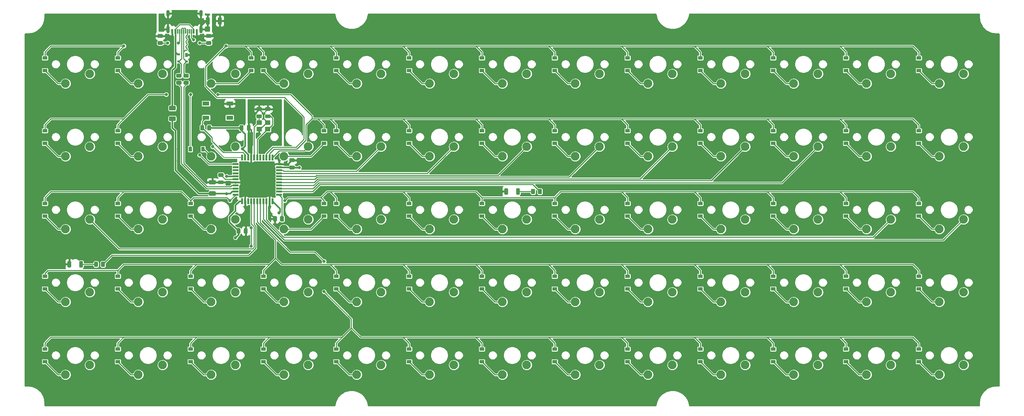
<source format=gbl>
G04 #@! TF.GenerationSoftware,KiCad,Pcbnew,5.1.9+dfsg1-1*
G04 #@! TF.CreationDate,2021-12-29T06:26:28+01:00*
G04 #@! TF.ProjectId,okey65-pcb,6f6b6579-3635-42d7-9063-622e6b696361,rev?*
G04 #@! TF.SameCoordinates,Original*
G04 #@! TF.FileFunction,Copper,L2,Bot*
G04 #@! TF.FilePolarity,Positive*
%FSLAX46Y46*%
G04 Gerber Fmt 4.6, Leading zero omitted, Abs format (unit mm)*
G04 Created by KiCad (PCBNEW 5.1.9+dfsg1-1) date 2021-12-29 06:26:28*
%MOMM*%
%LPD*%
G01*
G04 APERTURE LIST*
G04 #@! TA.AperFunction,ComponentPad*
%ADD10C,2.250000*%
G04 #@! TD*
G04 #@! TA.AperFunction,SMDPad,CuDef*
%ADD11R,0.700000X1.000000*%
G04 #@! TD*
G04 #@! TA.AperFunction,SMDPad,CuDef*
%ADD12R,0.700000X0.600000*%
G04 #@! TD*
G04 #@! TA.AperFunction,SMDPad,CuDef*
%ADD13R,1.400000X1.200000*%
G04 #@! TD*
G04 #@! TA.AperFunction,SMDPad,CuDef*
%ADD14R,0.550000X1.500000*%
G04 #@! TD*
G04 #@! TA.AperFunction,SMDPad,CuDef*
%ADD15R,1.500000X0.550000*%
G04 #@! TD*
G04 #@! TA.AperFunction,SMDPad,CuDef*
%ADD16R,1.800000X1.100000*%
G04 #@! TD*
G04 #@! TA.AperFunction,SMDPad,CuDef*
%ADD17R,0.600000X1.160000*%
G04 #@! TD*
G04 #@! TA.AperFunction,SMDPad,CuDef*
%ADD18R,0.300000X1.160000*%
G04 #@! TD*
G04 #@! TA.AperFunction,ComponentPad*
%ADD19O,0.900000X1.700000*%
G04 #@! TD*
G04 #@! TA.AperFunction,ComponentPad*
%ADD20O,0.900000X2.000000*%
G04 #@! TD*
G04 #@! TA.AperFunction,SMDPad,CuDef*
%ADD21R,1.200000X0.900000*%
G04 #@! TD*
G04 #@! TA.AperFunction,SMDPad,CuDef*
%ADD22R,0.900000X1.200000*%
G04 #@! TD*
G04 #@! TA.AperFunction,ViaPad*
%ADD23C,0.800000*%
G04 #@! TD*
G04 #@! TA.AperFunction,Conductor*
%ADD24C,0.381000*%
G04 #@! TD*
G04 #@! TA.AperFunction,Conductor*
%ADD25C,0.254000*%
G04 #@! TD*
G04 #@! TA.AperFunction,Conductor*
%ADD26C,0.203200*%
G04 #@! TD*
G04 #@! TA.AperFunction,Conductor*
%ADD27C,0.100000*%
G04 #@! TD*
G04 APERTURE END LIST*
G04 #@! TA.AperFunction,SMDPad,CuDef*
G36*
G01*
X68546000Y-29271999D02*
X68546000Y-30672001D01*
G75*
G02*
X68296001Y-30922000I-249999J0D01*
G01*
X67745999Y-30922000D01*
G75*
G02*
X67496000Y-30672001I0J249999D01*
G01*
X67496000Y-29271999D01*
G75*
G02*
X67745999Y-29022000I249999J0D01*
G01*
X68296001Y-29022000D01*
G75*
G02*
X68546000Y-29271999I0J-249999D01*
G01*
G37*
G04 #@! TD.AperFunction*
G04 #@! TA.AperFunction,SMDPad,CuDef*
G36*
G01*
X71696000Y-29271999D02*
X71696000Y-30672001D01*
G75*
G02*
X71446001Y-30922000I-249999J0D01*
G01*
X70895999Y-30922000D01*
G75*
G02*
X70646000Y-30672001I0J249999D01*
G01*
X70646000Y-29271999D01*
G75*
G02*
X70895999Y-29022000I249999J0D01*
G01*
X71446001Y-29022000D01*
G75*
G02*
X71696000Y-29271999I0J-249999D01*
G01*
G37*
G04 #@! TD.AperFunction*
D10*
X30797500Y-103505000D03*
X37147500Y-100965000D03*
X68897500Y-46355000D03*
X75247500Y-43815000D03*
X68897500Y-84455000D03*
X75247500Y-81915000D03*
G04 #@! TA.AperFunction,SMDPad,CuDef*
G36*
G01*
X69865001Y-72760000D02*
X68564999Y-72760000D01*
G75*
G02*
X68315000Y-72510001I0J249999D01*
G01*
X68315000Y-71859999D01*
G75*
G02*
X68564999Y-71610000I249999J0D01*
G01*
X69865001Y-71610000D01*
G75*
G02*
X70115000Y-71859999I0J-249999D01*
G01*
X70115000Y-72510001D01*
G75*
G02*
X69865001Y-72760000I-249999J0D01*
G01*
G37*
G04 #@! TD.AperFunction*
G04 #@! TA.AperFunction,SMDPad,CuDef*
G36*
G01*
X69865001Y-75710000D02*
X68564999Y-75710000D01*
G75*
G02*
X68315000Y-75460001I0J249999D01*
G01*
X68315000Y-74809999D01*
G75*
G02*
X68564999Y-74560000I249999J0D01*
G01*
X69865001Y-74560000D01*
G75*
G02*
X70115000Y-74809999I0J-249999D01*
G01*
X70115000Y-75460001D01*
G75*
G02*
X69865001Y-75710000I-249999J0D01*
G01*
G37*
G04 #@! TD.AperFunction*
G04 #@! TA.AperFunction,SMDPad,CuDef*
G36*
G01*
X70962500Y-69797000D02*
X71912500Y-69797000D01*
G75*
G02*
X72162500Y-70047000I0J-250000D01*
G01*
X72162500Y-70547000D01*
G75*
G02*
X71912500Y-70797000I-250000J0D01*
G01*
X70962500Y-70797000D01*
G75*
G02*
X70712500Y-70547000I0J250000D01*
G01*
X70712500Y-70047000D01*
G75*
G02*
X70962500Y-69797000I250000J0D01*
G01*
G37*
G04 #@! TD.AperFunction*
G04 #@! TA.AperFunction,SMDPad,CuDef*
G36*
G01*
X70962500Y-71697000D02*
X71912500Y-71697000D01*
G75*
G02*
X72162500Y-71947000I0J-250000D01*
G01*
X72162500Y-72447000D01*
G75*
G02*
X71912500Y-72697000I-250000J0D01*
G01*
X70962500Y-72697000D01*
G75*
G02*
X70712500Y-72447000I0J250000D01*
G01*
X70712500Y-71947000D01*
G75*
G02*
X70962500Y-71697000I250000J0D01*
G01*
G37*
G04 #@! TD.AperFunction*
X87947500Y-84455000D03*
X94297500Y-81915000D03*
X87947500Y-65405000D03*
X94297500Y-62865000D03*
D11*
X62404500Y-38874000D03*
D12*
X60404500Y-38674000D03*
X62404500Y-40574000D03*
X60404500Y-40574000D03*
D10*
X164147500Y-84455000D03*
X170497500Y-81915000D03*
X68897500Y-65405000D03*
X75247500Y-62865000D03*
G04 #@! TA.AperFunction,SMDPad,CuDef*
G36*
G01*
X59362500Y-53387500D02*
X58112500Y-53387500D01*
G75*
G02*
X57862500Y-53137500I0J250000D01*
G01*
X57862500Y-52387500D01*
G75*
G02*
X58112500Y-52137500I250000J0D01*
G01*
X59362500Y-52137500D01*
G75*
G02*
X59612500Y-52387500I0J-250000D01*
G01*
X59612500Y-53137500D01*
G75*
G02*
X59362500Y-53387500I-250000J0D01*
G01*
G37*
G04 #@! TD.AperFunction*
G04 #@! TA.AperFunction,SMDPad,CuDef*
G36*
G01*
X59362500Y-56187500D02*
X58112500Y-56187500D01*
G75*
G02*
X57862500Y-55937500I0J250000D01*
G01*
X57862500Y-55187500D01*
G75*
G02*
X58112500Y-54937500I250000J0D01*
G01*
X59362500Y-54937500D01*
G75*
G02*
X59612500Y-55187500I0J-250000D01*
G01*
X59612500Y-55937500D01*
G75*
G02*
X59362500Y-56187500I-250000J0D01*
G01*
G37*
G04 #@! TD.AperFunction*
D13*
X83681750Y-56554000D03*
X81481750Y-56554000D03*
X81481750Y-58254000D03*
X83681750Y-58254000D03*
D14*
X76962500Y-77137500D03*
X77762500Y-77137500D03*
X78562500Y-77137500D03*
X79362500Y-77137500D03*
X80162500Y-77137500D03*
X80962500Y-77137500D03*
X81762500Y-77137500D03*
X82562500Y-77137500D03*
X83362500Y-77137500D03*
X84162500Y-77137500D03*
X84962500Y-77137500D03*
D15*
X86662500Y-75437500D03*
X86662500Y-74637500D03*
X86662500Y-73837500D03*
X86662500Y-73037500D03*
X86662500Y-72237500D03*
X86662500Y-71437500D03*
X86662500Y-70637500D03*
X86662500Y-69837500D03*
X86662500Y-69037500D03*
X86662500Y-68237500D03*
X86662500Y-67437500D03*
D14*
X84962500Y-65737500D03*
X84162500Y-65737500D03*
X83362500Y-65737500D03*
X82562500Y-65737500D03*
X81762500Y-65737500D03*
X80962500Y-65737500D03*
X80162500Y-65737500D03*
X79362500Y-65737500D03*
X78562500Y-65737500D03*
X77762500Y-65737500D03*
X76962500Y-65737500D03*
D15*
X75262500Y-67437500D03*
X75262500Y-68237500D03*
X75262500Y-69037500D03*
X75262500Y-69837500D03*
X75262500Y-70637500D03*
X75262500Y-71437500D03*
X75262500Y-72237500D03*
X75262500Y-73037500D03*
X75262500Y-73837500D03*
X75262500Y-74637500D03*
X75262500Y-75437500D03*
D16*
X73743750Y-51593750D03*
X67543750Y-55293750D03*
X73743750Y-55293750D03*
X67543750Y-51593750D03*
G04 #@! TA.AperFunction,SMDPad,CuDef*
G36*
G01*
X154387500Y-75062502D02*
X154387500Y-74162498D01*
G75*
G02*
X154637498Y-73912500I249998J0D01*
G01*
X155162502Y-73912500D01*
G75*
G02*
X155412500Y-74162498I0J-249998D01*
G01*
X155412500Y-75062502D01*
G75*
G02*
X155162502Y-75312500I-249998J0D01*
G01*
X154637498Y-75312500D01*
G75*
G02*
X154387500Y-75062502I0J249998D01*
G01*
G37*
G04 #@! TD.AperFunction*
G04 #@! TA.AperFunction,SMDPad,CuDef*
G36*
G01*
X152562500Y-75062502D02*
X152562500Y-74162498D01*
G75*
G02*
X152812498Y-73912500I249998J0D01*
G01*
X153337502Y-73912500D01*
G75*
G02*
X153587500Y-74162498I0J-249998D01*
G01*
X153587500Y-75062502D01*
G75*
G02*
X153337502Y-75312500I-249998J0D01*
G01*
X152812498Y-75312500D01*
G75*
G02*
X152562500Y-75062502I0J249998D01*
G01*
G37*
G04 #@! TD.AperFunction*
G04 #@! TA.AperFunction,SMDPad,CuDef*
G36*
G01*
X67812498Y-35206250D02*
X68712502Y-35206250D01*
G75*
G02*
X68962500Y-35456248I0J-249998D01*
G01*
X68962500Y-35981252D01*
G75*
G02*
X68712502Y-36231250I-249998J0D01*
G01*
X67812498Y-36231250D01*
G75*
G02*
X67562500Y-35981252I0J249998D01*
G01*
X67562500Y-35456248D01*
G75*
G02*
X67812498Y-35206250I249998J0D01*
G01*
G37*
G04 #@! TD.AperFunction*
G04 #@! TA.AperFunction,SMDPad,CuDef*
G36*
G01*
X67812498Y-33381250D02*
X68712502Y-33381250D01*
G75*
G02*
X68962500Y-33631248I0J-249998D01*
G01*
X68962500Y-34156252D01*
G75*
G02*
X68712502Y-34406250I-249998J0D01*
G01*
X67812498Y-34406250D01*
G75*
G02*
X67562500Y-34156252I0J249998D01*
G01*
X67562500Y-33631248D01*
G75*
G02*
X67812498Y-33381250I249998J0D01*
G01*
G37*
G04 #@! TD.AperFunction*
G04 #@! TA.AperFunction,SMDPad,CuDef*
G36*
G01*
X55112498Y-35206250D02*
X56012502Y-35206250D01*
G75*
G02*
X56262500Y-35456248I0J-249998D01*
G01*
X56262500Y-35981252D01*
G75*
G02*
X56012502Y-36231250I-249998J0D01*
G01*
X55112498Y-36231250D01*
G75*
G02*
X54862500Y-35981252I0J249998D01*
G01*
X54862500Y-35456248D01*
G75*
G02*
X55112498Y-35206250I249998J0D01*
G01*
G37*
G04 #@! TD.AperFunction*
G04 #@! TA.AperFunction,SMDPad,CuDef*
G36*
G01*
X55112498Y-33381250D02*
X56012502Y-33381250D01*
G75*
G02*
X56262500Y-33631248I0J-249998D01*
G01*
X56262500Y-34156252D01*
G75*
G02*
X56012502Y-34406250I-249998J0D01*
G01*
X55112498Y-34406250D01*
G75*
G02*
X54862500Y-34156252I0J249998D01*
G01*
X54862500Y-33631248D01*
G75*
G02*
X55112498Y-33381250I249998J0D01*
G01*
G37*
G04 #@! TD.AperFunction*
G04 #@! TA.AperFunction,SMDPad,CuDef*
G36*
G01*
X40087500Y-94112502D02*
X40087500Y-93212498D01*
G75*
G02*
X40337498Y-92962500I249998J0D01*
G01*
X40862502Y-92962500D01*
G75*
G02*
X41112500Y-93212498I0J-249998D01*
G01*
X41112500Y-94112502D01*
G75*
G02*
X40862502Y-94362500I-249998J0D01*
G01*
X40337498Y-94362500D01*
G75*
G02*
X40087500Y-94112502I0J249998D01*
G01*
G37*
G04 #@! TD.AperFunction*
G04 #@! TA.AperFunction,SMDPad,CuDef*
G36*
G01*
X38262500Y-94112502D02*
X38262500Y-93212498D01*
G75*
G02*
X38512498Y-92962500I249998J0D01*
G01*
X39037502Y-92962500D01*
G75*
G02*
X39287500Y-93212498I0J-249998D01*
G01*
X39287500Y-94112502D01*
G75*
G02*
X39037502Y-94362500I-249998J0D01*
G01*
X38512498Y-94362500D01*
G75*
G02*
X38262500Y-94112502I0J249998D01*
G01*
G37*
G04 #@! TD.AperFunction*
G04 #@! TA.AperFunction,SMDPad,CuDef*
G36*
G01*
X86918750Y-82206252D02*
X86918750Y-81306248D01*
G75*
G02*
X87168748Y-81056250I249998J0D01*
G01*
X87693752Y-81056250D01*
G75*
G02*
X87943750Y-81306248I0J-249998D01*
G01*
X87943750Y-82206252D01*
G75*
G02*
X87693752Y-82456250I-249998J0D01*
G01*
X87168748Y-82456250D01*
G75*
G02*
X86918750Y-82206252I0J249998D01*
G01*
G37*
G04 #@! TD.AperFunction*
G04 #@! TA.AperFunction,SMDPad,CuDef*
G36*
G01*
X85093750Y-82206252D02*
X85093750Y-81306248D01*
G75*
G02*
X85343748Y-81056250I249998J0D01*
G01*
X85868752Y-81056250D01*
G75*
G02*
X86118750Y-81306248I0J-249998D01*
G01*
X86118750Y-82206252D01*
G75*
G02*
X85868752Y-82456250I-249998J0D01*
G01*
X85343748Y-82456250D01*
G75*
G02*
X85093750Y-82206252I0J249998D01*
G01*
G37*
G04 #@! TD.AperFunction*
G04 #@! TA.AperFunction,SMDPad,CuDef*
G36*
G01*
X60902002Y-44812000D02*
X60001998Y-44812000D01*
G75*
G02*
X59752000Y-44562002I0J249998D01*
G01*
X59752000Y-44036998D01*
G75*
G02*
X60001998Y-43787000I249998J0D01*
G01*
X60902002Y-43787000D01*
G75*
G02*
X61152000Y-44036998I0J-249998D01*
G01*
X61152000Y-44562002D01*
G75*
G02*
X60902002Y-44812000I-249998J0D01*
G01*
G37*
G04 #@! TD.AperFunction*
G04 #@! TA.AperFunction,SMDPad,CuDef*
G36*
G01*
X60902002Y-46637000D02*
X60001998Y-46637000D01*
G75*
G02*
X59752000Y-46387002I0J249998D01*
G01*
X59752000Y-45861998D01*
G75*
G02*
X60001998Y-45612000I249998J0D01*
G01*
X60902002Y-45612000D01*
G75*
G02*
X61152000Y-45861998I0J-249998D01*
G01*
X61152000Y-46387002D01*
G75*
G02*
X60902002Y-46637000I-249998J0D01*
G01*
G37*
G04 #@! TD.AperFunction*
G04 #@! TA.AperFunction,SMDPad,CuDef*
G36*
G01*
X62807002Y-44812000D02*
X61906998Y-44812000D01*
G75*
G02*
X61657000Y-44562002I0J249998D01*
G01*
X61657000Y-44036998D01*
G75*
G02*
X61906998Y-43787000I249998J0D01*
G01*
X62807002Y-43787000D01*
G75*
G02*
X63057000Y-44036998I0J-249998D01*
G01*
X63057000Y-44562002D01*
G75*
G02*
X62807002Y-44812000I-249998J0D01*
G01*
G37*
G04 #@! TD.AperFunction*
G04 #@! TA.AperFunction,SMDPad,CuDef*
G36*
G01*
X62807002Y-46637000D02*
X61906998Y-46637000D01*
G75*
G02*
X61657000Y-46387002I0J249998D01*
G01*
X61657000Y-45861998D01*
G75*
G02*
X61906998Y-45612000I249998J0D01*
G01*
X62807002Y-45612000D01*
G75*
G02*
X63057000Y-45861998I0J-249998D01*
G01*
X63057000Y-46387002D01*
G75*
G02*
X62807002Y-46637000I-249998J0D01*
G01*
G37*
G04 #@! TD.AperFunction*
G04 #@! TA.AperFunction,SMDPad,CuDef*
G36*
G01*
X67068750Y-57493748D02*
X67068750Y-58393752D01*
G75*
G02*
X66818752Y-58643750I-249998J0D01*
G01*
X66293748Y-58643750D01*
G75*
G02*
X66043750Y-58393752I0J249998D01*
G01*
X66043750Y-57493748D01*
G75*
G02*
X66293748Y-57243750I249998J0D01*
G01*
X66818752Y-57243750D01*
G75*
G02*
X67068750Y-57493748I0J-249998D01*
G01*
G37*
G04 #@! TD.AperFunction*
G04 #@! TA.AperFunction,SMDPad,CuDef*
G36*
G01*
X68893750Y-57493748D02*
X68893750Y-58393752D01*
G75*
G02*
X68643752Y-58643750I-249998J0D01*
G01*
X68118748Y-58643750D01*
G75*
G02*
X67868750Y-58393752I0J249998D01*
G01*
X67868750Y-57493748D01*
G75*
G02*
X68118748Y-57243750I249998J0D01*
G01*
X68643752Y-57243750D01*
G75*
G02*
X68893750Y-57493748I0J-249998D01*
G01*
G37*
G04 #@! TD.AperFunction*
D10*
X259397500Y-122555000D03*
X265747500Y-120015000D03*
X240347500Y-122555000D03*
X246697500Y-120015000D03*
X221297500Y-122555000D03*
X227647500Y-120015000D03*
X202247500Y-122555000D03*
X208597500Y-120015000D03*
X183197500Y-122555000D03*
X189547500Y-120015000D03*
X164147500Y-122555000D03*
X170497500Y-120015000D03*
X145097500Y-122555000D03*
X151447500Y-120015000D03*
X126047500Y-122555000D03*
X132397500Y-120015000D03*
X106997500Y-122555000D03*
X113347500Y-120015000D03*
X87947500Y-122555000D03*
X94297500Y-120015000D03*
X68897500Y-122555000D03*
X75247500Y-120015000D03*
X49847500Y-122555000D03*
X56197500Y-120015000D03*
X30797500Y-122555000D03*
X37147500Y-120015000D03*
X259397500Y-103505000D03*
X265747500Y-100965000D03*
X240347500Y-103505000D03*
X246697500Y-100965000D03*
X221297500Y-103505000D03*
X227647500Y-100965000D03*
X202247500Y-103505000D03*
X208597500Y-100965000D03*
X183197500Y-103505000D03*
X189547500Y-100965000D03*
X164147500Y-103505000D03*
X170497500Y-100965000D03*
X145097500Y-103505000D03*
X151447500Y-100965000D03*
X126047500Y-103505000D03*
X132397500Y-100965000D03*
X106997500Y-103505000D03*
X113347500Y-100965000D03*
X87947500Y-103505000D03*
X94297500Y-100965000D03*
X68897500Y-103505000D03*
X75247500Y-100965000D03*
X49847500Y-103505000D03*
X56197500Y-100965000D03*
X259397500Y-84455000D03*
X265747500Y-81915000D03*
X240347500Y-84455000D03*
X246697500Y-81915000D03*
X221297500Y-84455000D03*
X227647500Y-81915000D03*
X202247500Y-84455000D03*
X208597500Y-81915000D03*
X183197500Y-84455000D03*
X189547500Y-81915000D03*
X145097500Y-84455000D03*
X151447500Y-81915000D03*
X126047500Y-84455000D03*
X132397500Y-81915000D03*
X106997500Y-84455000D03*
X113347500Y-81915000D03*
X49847500Y-84455000D03*
X56197500Y-81915000D03*
X30797500Y-84455000D03*
X37147500Y-81915000D03*
X259397500Y-65405000D03*
X265747500Y-62865000D03*
X240347500Y-65405000D03*
X246697500Y-62865000D03*
X221297500Y-65405000D03*
X227647500Y-62865000D03*
X202247500Y-65405000D03*
X208597500Y-62865000D03*
X183197500Y-65405000D03*
X189547500Y-62865000D03*
X164147500Y-65405000D03*
X170497500Y-62865000D03*
X145097500Y-65405000D03*
X151447500Y-62865000D03*
X126047500Y-65405000D03*
X132397500Y-62865000D03*
X106997500Y-65405000D03*
X113347500Y-62865000D03*
X49847500Y-65405000D03*
X56197500Y-62865000D03*
X30797500Y-65405000D03*
X37147500Y-62865000D03*
X259397500Y-46355000D03*
X265747500Y-43815000D03*
X240347500Y-46355000D03*
X246697500Y-43815000D03*
X221297500Y-46355000D03*
X227647500Y-43815000D03*
X202247500Y-46355000D03*
X208597500Y-43815000D03*
X183197500Y-46355000D03*
X189547500Y-43815000D03*
X164147500Y-46355000D03*
X170497500Y-43815000D03*
X145097500Y-46355000D03*
X151447500Y-43815000D03*
X126047500Y-46355000D03*
X132397500Y-43815000D03*
X106997500Y-46355000D03*
X113347500Y-43815000D03*
X87947500Y-46355000D03*
X94297500Y-43815000D03*
X49847500Y-46355000D03*
X56197500Y-43815000D03*
X30797500Y-46355000D03*
X37147500Y-43815000D03*
D17*
X65112500Y-32736000D03*
X64312500Y-32736000D03*
X65112500Y-32736000D03*
X64312500Y-32736000D03*
X58712500Y-32736000D03*
X58712500Y-32736000D03*
X59512500Y-32736000D03*
X59512500Y-32736000D03*
D18*
X63662500Y-32736000D03*
X62662500Y-32736000D03*
X63162500Y-32736000D03*
X60662500Y-32736000D03*
X60162500Y-32736000D03*
X62162500Y-32736000D03*
X61662500Y-32736000D03*
X61162500Y-32736000D03*
D19*
X66232500Y-27986000D03*
X57592500Y-27986000D03*
D20*
X66232500Y-32156000D03*
X57592500Y-32156000D03*
G04 #@! TA.AperFunction,SMDPad,CuDef*
G36*
G01*
X148712500Y-75297500D02*
X148712500Y-73927500D01*
G75*
G02*
X148902500Y-73737500I190000J0D01*
G01*
X149472500Y-73737500D01*
G75*
G02*
X149662500Y-73927500I0J-190000D01*
G01*
X149662500Y-75297500D01*
G75*
G02*
X149472500Y-75487500I-190000J0D01*
G01*
X148902500Y-75487500D01*
G75*
G02*
X148712500Y-75297500I0J190000D01*
G01*
G37*
G04 #@! TD.AperFunction*
G04 #@! TA.AperFunction,SMDPad,CuDef*
G36*
G01*
X145612500Y-75297500D02*
X145612500Y-73927500D01*
G75*
G02*
X145802500Y-73737500I190000J0D01*
G01*
X146372500Y-73737500D01*
G75*
G02*
X146562500Y-73927500I0J-190000D01*
G01*
X146562500Y-75297500D01*
G75*
G02*
X146372500Y-75487500I-190000J0D01*
G01*
X145802500Y-75487500D01*
G75*
G02*
X145612500Y-75297500I0J190000D01*
G01*
G37*
G04 #@! TD.AperFunction*
G04 #@! TA.AperFunction,SMDPad,CuDef*
G36*
G01*
X34412500Y-94347500D02*
X34412500Y-92977500D01*
G75*
G02*
X34602500Y-92787500I190000J0D01*
G01*
X35172500Y-92787500D01*
G75*
G02*
X35362500Y-92977500I0J-190000D01*
G01*
X35362500Y-94347500D01*
G75*
G02*
X35172500Y-94537500I-190000J0D01*
G01*
X34602500Y-94537500D01*
G75*
G02*
X34412500Y-94347500I0J190000D01*
G01*
G37*
G04 #@! TD.AperFunction*
G04 #@! TA.AperFunction,SMDPad,CuDef*
G36*
G01*
X31312500Y-94347500D02*
X31312500Y-92977500D01*
G75*
G02*
X31502500Y-92787500I190000J0D01*
G01*
X32072500Y-92787500D01*
G75*
G02*
X32262500Y-92977500I0J-190000D01*
G01*
X32262500Y-94347500D01*
G75*
G02*
X32072500Y-94537500I-190000J0D01*
G01*
X31502500Y-94537500D01*
G75*
G02*
X31312500Y-94347500I0J190000D01*
G01*
G37*
G04 #@! TD.AperFunction*
D21*
X254000000Y-119125000D03*
X254000000Y-115825000D03*
X234950000Y-119125000D03*
X234950000Y-115825000D03*
X215900000Y-119125000D03*
X215900000Y-115825000D03*
X196850000Y-119125000D03*
X196850000Y-115825000D03*
X177800000Y-119125000D03*
X177800000Y-115825000D03*
X158750000Y-119125000D03*
X158750000Y-115825000D03*
X139700000Y-119125000D03*
X139700000Y-115825000D03*
X120650000Y-119125000D03*
X120650000Y-115825000D03*
X101600000Y-119125000D03*
X101600000Y-115825000D03*
X82550000Y-119125000D03*
X82550000Y-115825000D03*
X63500000Y-119125000D03*
X63500000Y-115825000D03*
X44450000Y-119125000D03*
X44450000Y-115825000D03*
X25400000Y-119125000D03*
X25400000Y-115825000D03*
X254000000Y-100075000D03*
X254000000Y-96775000D03*
X234950000Y-100075000D03*
X234950000Y-96775000D03*
X215900000Y-100075000D03*
X215900000Y-96775000D03*
X196850000Y-100075000D03*
X196850000Y-96775000D03*
X177800000Y-100075000D03*
X177800000Y-96775000D03*
X158750000Y-100075000D03*
X158750000Y-96775000D03*
X139700000Y-100075000D03*
X139700000Y-96775000D03*
X120650000Y-100075000D03*
X120650000Y-96775000D03*
X101600000Y-100075000D03*
X101600000Y-96775000D03*
X82550000Y-100075000D03*
X82550000Y-96775000D03*
X63500000Y-100075000D03*
X63500000Y-96775000D03*
X44450000Y-100075000D03*
X44450000Y-96775000D03*
X25400000Y-100075000D03*
X25400000Y-96775000D03*
X254000000Y-81025000D03*
X254000000Y-77725000D03*
X234950000Y-81025000D03*
X234950000Y-77725000D03*
X215900000Y-81025000D03*
X215900000Y-77725000D03*
X196850000Y-81025000D03*
X196850000Y-77725000D03*
X177800000Y-81025000D03*
X177800000Y-77725000D03*
X158750000Y-81025000D03*
X158750000Y-77725000D03*
X139700000Y-81025000D03*
X139700000Y-77725000D03*
X120650000Y-81025000D03*
X120650000Y-77725000D03*
X101600000Y-81025000D03*
X101600000Y-77725000D03*
X98425000Y-81025000D03*
X98425000Y-77725000D03*
X63500000Y-81025000D03*
X63500000Y-77725000D03*
X44450000Y-81025000D03*
X44450000Y-77725000D03*
X25400000Y-81025000D03*
X25400000Y-77725000D03*
X254000000Y-61975000D03*
X254000000Y-58675000D03*
X234950000Y-61975000D03*
X234950000Y-58675000D03*
X215900000Y-61975000D03*
X215900000Y-58675000D03*
X196850000Y-61975000D03*
X196850000Y-58675000D03*
X177800000Y-61975000D03*
X177800000Y-58675000D03*
X158750000Y-61975000D03*
X158750000Y-58675000D03*
X139700000Y-61975000D03*
X139700000Y-58675000D03*
X120650000Y-61975000D03*
X120650000Y-58675000D03*
X101600000Y-61975000D03*
X101600000Y-58675000D03*
X98425000Y-61975000D03*
X98425000Y-58675000D03*
D22*
X66737500Y-63500000D03*
X63437500Y-63500000D03*
D21*
X44450000Y-61975000D03*
X44450000Y-58675000D03*
X25400000Y-61975000D03*
X25400000Y-58675000D03*
X254000000Y-42925000D03*
X254000000Y-39625000D03*
X234950000Y-42925000D03*
X234950000Y-39625000D03*
X215900000Y-42925000D03*
X215900000Y-39625000D03*
X196850000Y-42925000D03*
X196850000Y-39625000D03*
X177800000Y-42925000D03*
X177800000Y-39625000D03*
X158750000Y-42925000D03*
X158750000Y-39625000D03*
X139700000Y-42925000D03*
X139700000Y-39625000D03*
X120650000Y-42925000D03*
X120650000Y-39625000D03*
X101600000Y-42925000D03*
X101600000Y-39625000D03*
X82550000Y-42925000D03*
X82550000Y-39625000D03*
X79375000Y-42925000D03*
X79375000Y-39625000D03*
X44450000Y-42925000D03*
X44450000Y-39625000D03*
X25400000Y-42925000D03*
X25400000Y-39625000D03*
G04 #@! TA.AperFunction,SMDPad,CuDef*
G36*
G01*
X75543750Y-85406250D02*
X75543750Y-84456250D01*
G75*
G02*
X75793750Y-84206250I250000J0D01*
G01*
X76293750Y-84206250D01*
G75*
G02*
X76543750Y-84456250I0J-250000D01*
G01*
X76543750Y-85406250D01*
G75*
G02*
X76293750Y-85656250I-250000J0D01*
G01*
X75793750Y-85656250D01*
G75*
G02*
X75543750Y-85406250I0J250000D01*
G01*
G37*
G04 #@! TD.AperFunction*
G04 #@! TA.AperFunction,SMDPad,CuDef*
G36*
G01*
X77443750Y-85406250D02*
X77443750Y-84456250D01*
G75*
G02*
X77693750Y-84206250I250000J0D01*
G01*
X78193750Y-84206250D01*
G75*
G02*
X78443750Y-84456250I0J-250000D01*
G01*
X78443750Y-85406250D01*
G75*
G02*
X78193750Y-85656250I-250000J0D01*
G01*
X77693750Y-85656250D01*
G75*
G02*
X77443750Y-85406250I0J250000D01*
G01*
G37*
G04 #@! TD.AperFunction*
G04 #@! TA.AperFunction,SMDPad,CuDef*
G36*
G01*
X90518000Y-68826000D02*
X89568000Y-68826000D01*
G75*
G02*
X89318000Y-68576000I0J250000D01*
G01*
X89318000Y-68076000D01*
G75*
G02*
X89568000Y-67826000I250000J0D01*
G01*
X90518000Y-67826000D01*
G75*
G02*
X90768000Y-68076000I0J-250000D01*
G01*
X90768000Y-68576000D01*
G75*
G02*
X90518000Y-68826000I-250000J0D01*
G01*
G37*
G04 #@! TD.AperFunction*
G04 #@! TA.AperFunction,SMDPad,CuDef*
G36*
G01*
X90518000Y-66926000D02*
X89568000Y-66926000D01*
G75*
G02*
X89318000Y-66676000I0J250000D01*
G01*
X89318000Y-66176000D01*
G75*
G02*
X89568000Y-65926000I250000J0D01*
G01*
X90518000Y-65926000D01*
G75*
G02*
X90768000Y-66176000I0J-250000D01*
G01*
X90768000Y-66676000D01*
G75*
G02*
X90518000Y-66926000I-250000J0D01*
G01*
G37*
G04 #@! TD.AperFunction*
G04 #@! TA.AperFunction,SMDPad,CuDef*
G36*
G01*
X76337500Y-58418750D02*
X76337500Y-57468750D01*
G75*
G02*
X76587500Y-57218750I250000J0D01*
G01*
X77087500Y-57218750D01*
G75*
G02*
X77337500Y-57468750I0J-250000D01*
G01*
X77337500Y-58418750D01*
G75*
G02*
X77087500Y-58668750I-250000J0D01*
G01*
X76587500Y-58668750D01*
G75*
G02*
X76337500Y-58418750I0J250000D01*
G01*
G37*
G04 #@! TD.AperFunction*
G04 #@! TA.AperFunction,SMDPad,CuDef*
G36*
G01*
X78237500Y-58418750D02*
X78237500Y-57468750D01*
G75*
G02*
X78487500Y-57218750I250000J0D01*
G01*
X78987500Y-57218750D01*
G75*
G02*
X79237500Y-57468750I0J-250000D01*
G01*
X79237500Y-58418750D01*
G75*
G02*
X78987500Y-58668750I-250000J0D01*
G01*
X78487500Y-58668750D01*
G75*
G02*
X78237500Y-58418750I0J250000D01*
G01*
G37*
G04 #@! TD.AperFunction*
G04 #@! TA.AperFunction,SMDPad,CuDef*
G36*
G01*
X81913750Y-53525000D02*
X80963750Y-53525000D01*
G75*
G02*
X80713750Y-53275000I0J250000D01*
G01*
X80713750Y-52775000D01*
G75*
G02*
X80963750Y-52525000I250000J0D01*
G01*
X81913750Y-52525000D01*
G75*
G02*
X82163750Y-52775000I0J-250000D01*
G01*
X82163750Y-53275000D01*
G75*
G02*
X81913750Y-53525000I-250000J0D01*
G01*
G37*
G04 #@! TD.AperFunction*
G04 #@! TA.AperFunction,SMDPad,CuDef*
G36*
G01*
X81913750Y-55425000D02*
X80963750Y-55425000D01*
G75*
G02*
X80713750Y-55175000I0J250000D01*
G01*
X80713750Y-54675000D01*
G75*
G02*
X80963750Y-54425000I250000J0D01*
G01*
X81913750Y-54425000D01*
G75*
G02*
X82163750Y-54675000I0J-250000D01*
G01*
X82163750Y-55175000D01*
G75*
G02*
X81913750Y-55425000I-250000J0D01*
G01*
G37*
G04 #@! TD.AperFunction*
G04 #@! TA.AperFunction,SMDPad,CuDef*
G36*
G01*
X84199750Y-53525000D02*
X83249750Y-53525000D01*
G75*
G02*
X82999750Y-53275000I0J250000D01*
G01*
X82999750Y-52775000D01*
G75*
G02*
X83249750Y-52525000I250000J0D01*
G01*
X84199750Y-52525000D01*
G75*
G02*
X84449750Y-52775000I0J-250000D01*
G01*
X84449750Y-53275000D01*
G75*
G02*
X84199750Y-53525000I-250000J0D01*
G01*
G37*
G04 #@! TD.AperFunction*
G04 #@! TA.AperFunction,SMDPad,CuDef*
G36*
G01*
X84199750Y-55425000D02*
X83249750Y-55425000D01*
G75*
G02*
X82999750Y-55175000I0J250000D01*
G01*
X82999750Y-54675000D01*
G75*
G02*
X83249750Y-54425000I250000J0D01*
G01*
X84199750Y-54425000D01*
G75*
G02*
X84449750Y-54675000I0J-250000D01*
G01*
X84449750Y-55175000D01*
G75*
G02*
X84199750Y-55425000I-250000J0D01*
G01*
G37*
G04 #@! TD.AperFunction*
D23*
X79375000Y-51593750D03*
X86518750Y-51593750D03*
X79375000Y-56356250D03*
X86518750Y-56356250D03*
X86518750Y-61912500D03*
X76993750Y-67468750D03*
X84931250Y-75406250D03*
X76993750Y-75406250D03*
X84836000Y-67437000D03*
X80899000Y-71374000D03*
X80899000Y-68580000D03*
X80899000Y-74295000D03*
X78105000Y-71374000D03*
X83566000Y-71374000D03*
X78994000Y-61912500D03*
X82550000Y-51593750D03*
X82550000Y-61912500D03*
X80962500Y-59531250D03*
X140493750Y-74612500D03*
X100012500Y-65087500D03*
X138112500Y-65087500D03*
X176212500Y-65087500D03*
X214312500Y-65087500D03*
X252412500Y-65087500D03*
X119062500Y-46037500D03*
X157162500Y-46037500D03*
X195262500Y-46037500D03*
X80962500Y-46037500D03*
X233362500Y-46037500D03*
X42862500Y-46037500D03*
X42862500Y-84137500D03*
X42862500Y-122237500D03*
X61912500Y-103187500D03*
X100012500Y-103981250D03*
X138112500Y-103187500D03*
X176212500Y-103187500D03*
X214312500Y-103187500D03*
X252412500Y-103187500D03*
X233362500Y-122237500D03*
X195262500Y-122237500D03*
X157162500Y-122237500D03*
X119062500Y-122237500D03*
X80962500Y-122237500D03*
X119062500Y-84137500D03*
X157162500Y-84137500D03*
X195262500Y-84137500D03*
X233362500Y-84137500D03*
X90487500Y-56356250D03*
X74295000Y-60325000D03*
X62706250Y-47625000D03*
X62706250Y-50800000D03*
X57943750Y-47625000D03*
X57943750Y-50800000D03*
X60325000Y-47625000D03*
X60325000Y-50800000D03*
X65087500Y-47625000D03*
X65087500Y-50800000D03*
X69850000Y-34925000D03*
X69850000Y-38100000D03*
X63500000Y-35718750D03*
X63500000Y-37306250D03*
X53975000Y-34925000D03*
X53975000Y-38100000D03*
X58737500Y-63500000D03*
X58737500Y-66675000D03*
X60325000Y-63500000D03*
X60325000Y-66675000D03*
X62484000Y-61722000D03*
X62484000Y-66675000D03*
X61118750Y-69056250D03*
X63500000Y-71437500D03*
X59531250Y-70643750D03*
X61912500Y-73025000D03*
X65881250Y-68262500D03*
X63500000Y-65881250D03*
X72231250Y-82550000D03*
X70643750Y-84137500D03*
X73818750Y-69056250D03*
X71437500Y-69056250D03*
X158750000Y-73818750D03*
X96837500Y-74612500D03*
X82550000Y-91281250D03*
X23812500Y-103187500D03*
X271462500Y-84137500D03*
X271462500Y-122237500D03*
X271462500Y-46037500D03*
X23812500Y-65087500D03*
X111918750Y-30162500D03*
X183356250Y-30162500D03*
X196056250Y-30162500D03*
X267493750Y-30162500D03*
X27781250Y-30162500D03*
X99218750Y-30162500D03*
X27781250Y-128587500D03*
X99218750Y-128587500D03*
X111918750Y-128587500D03*
X183356250Y-128587500D03*
X196056250Y-128587500D03*
X267493750Y-128587500D03*
X23812500Y-84137500D03*
X107156250Y-90487500D03*
X145256250Y-90487500D03*
X183356250Y-90487500D03*
X221456250Y-90487500D03*
X231775000Y-128587500D03*
X147637500Y-128587500D03*
X63500000Y-128587500D03*
X231775000Y-30162500D03*
X147637500Y-30162500D03*
X271462500Y-65087500D03*
X271462500Y-103187500D03*
X23812500Y-46037500D03*
X23812500Y-122237500D03*
X43656250Y-92868750D03*
X61912500Y-90487500D03*
X41275000Y-90487500D03*
X196723000Y-73533000D03*
X91281250Y-92075000D03*
X58674000Y-34163000D03*
X58674000Y-38100000D03*
X65112500Y-34156250D03*
X77066176Y-63427574D03*
X75229293Y-86695707D03*
X86610132Y-80228994D03*
X91948000Y-68326000D03*
X72898000Y-75184000D03*
X72898000Y-70612000D03*
X72765066Y-36512500D03*
X46037500Y-36512500D03*
X70643750Y-49212500D03*
X57150000Y-49212500D03*
X63500000Y-49212500D03*
X73818750Y-76993750D03*
X88158250Y-76993750D03*
X98425000Y-100806250D03*
X98425000Y-92868750D03*
X64292157Y-34923407D03*
X65881250Y-35718750D03*
X60325000Y-35718750D03*
X57531000Y-35718750D03*
X65881250Y-65087500D03*
X79375000Y-84137500D03*
X79375000Y-88900000D03*
X69288538Y-62865000D03*
X61930000Y-27986000D03*
X65024000Y-29972000D03*
X58928000Y-29972000D03*
D24*
X75256250Y-72231250D02*
X75262500Y-72237500D01*
X77762500Y-78268500D02*
X77762500Y-77137500D01*
X77943750Y-78449750D02*
X77762500Y-78268500D01*
X77943750Y-84931250D02*
X77943750Y-78449750D01*
X84141999Y-80291999D02*
X85606250Y-81756250D01*
X84141999Y-77158001D02*
X84141999Y-80291999D01*
X84162500Y-77137500D02*
X84141999Y-77158001D01*
X85734598Y-67437500D02*
X86662500Y-67437500D01*
X75262500Y-72237500D02*
X80934598Y-72237500D01*
X79362500Y-70631250D02*
X80951674Y-72220424D01*
X79362500Y-65737500D02*
X79362500Y-70631250D01*
X80951674Y-72220424D02*
X85734598Y-67437500D01*
X80934598Y-72237500D02*
X80951674Y-72220424D01*
X84162500Y-75465402D02*
X80934598Y-72237500D01*
X84162500Y-77137500D02*
X84162500Y-75465402D01*
X77762500Y-75409598D02*
X80934598Y-72237500D01*
X77762500Y-77137500D02*
X77762500Y-75409598D01*
X65112500Y-35221000D02*
X64293750Y-36039750D01*
X64293750Y-38421000D02*
X64293750Y-38893750D01*
X65112500Y-34156250D02*
X65112500Y-34156250D01*
X65112500Y-32736000D02*
X65112500Y-34156250D01*
X55562500Y-33893750D02*
X55854750Y-33893750D01*
X68262500Y-33893750D02*
X67970250Y-33893750D01*
X62404500Y-38874000D02*
X63519750Y-38874000D01*
X63519750Y-38874000D02*
X64293750Y-38100000D01*
X64293750Y-38100000D02*
X64293750Y-38893750D01*
X64293750Y-36039750D02*
X64293750Y-38100000D01*
D25*
X81481750Y-58254000D02*
X81731750Y-58254000D01*
X81731750Y-58254000D02*
X83431750Y-56554000D01*
D24*
X79362500Y-58568750D02*
X78737500Y-57943750D01*
X79362500Y-58568750D02*
X79362500Y-61925000D01*
X78737500Y-55853250D02*
X81438750Y-53152000D01*
X78737500Y-57943750D02*
X78737500Y-55853250D01*
X79362500Y-61925000D02*
X79362500Y-65737500D01*
D25*
X83431750Y-56554000D02*
X83681750Y-56554000D01*
X82581750Y-55454000D02*
X83681750Y-56554000D01*
X82581750Y-54168000D02*
X81438750Y-53025000D01*
X82581750Y-55454000D02*
X82581750Y-54168000D01*
X82581750Y-54168000D02*
X83724750Y-53025000D01*
D24*
X89031500Y-67437500D02*
X90043000Y-66426000D01*
X86662500Y-67437500D02*
X89031500Y-67437500D01*
X90165000Y-66548000D02*
X90043000Y-66426000D01*
X71478000Y-72237500D02*
X71437500Y-72197000D01*
X75262500Y-72237500D02*
X71478000Y-72237500D01*
X65087500Y-61912500D02*
X65087500Y-69850000D01*
X64293750Y-38893750D02*
X64293750Y-61118750D01*
X65087500Y-69850000D02*
X67468750Y-72231250D01*
X64293750Y-61118750D02*
X65087500Y-61912500D01*
X69168750Y-72231250D02*
X69215000Y-72185000D01*
X67468750Y-72231250D02*
X69168750Y-72231250D01*
X71425500Y-72185000D02*
X71437500Y-72197000D01*
X69215000Y-72185000D02*
X71425500Y-72185000D01*
X62706250Y-47625000D02*
X62706250Y-50800000D01*
X57943750Y-47625000D02*
X57943750Y-50800000D01*
X60325000Y-47625000D02*
X60325000Y-50800000D01*
X65087500Y-47625000D02*
X65087500Y-50800000D01*
X69850000Y-34925000D02*
X69850000Y-38100000D01*
X63500000Y-35718750D02*
X63500000Y-37306250D01*
X53975000Y-34925000D02*
X53975000Y-38100000D01*
X58737500Y-66675000D02*
X58737500Y-63500000D01*
X60325000Y-66675000D02*
X60325000Y-63500000D01*
X62484000Y-61722000D02*
X62484000Y-66675000D01*
X63500000Y-71437500D02*
X61118750Y-69056250D01*
X59531250Y-70643750D02*
X61912500Y-73025000D01*
X63500000Y-65881250D02*
X65881250Y-68262500D01*
X70643750Y-84137500D02*
X72231250Y-82550000D01*
X71437500Y-69056250D02*
X73818750Y-69056250D01*
X58734251Y-37912749D02*
X58674000Y-37973000D01*
X65112500Y-34156250D02*
X65112500Y-35221000D01*
X58712500Y-34124500D02*
X58674000Y-34163000D01*
X58712500Y-32736000D02*
X58712500Y-34124500D01*
X58674000Y-34163000D02*
X58674000Y-38100000D01*
X65112500Y-33697000D02*
X65112500Y-32736000D01*
X65309250Y-33893750D02*
X65112500Y-33697000D01*
X68262500Y-33893750D02*
X65309250Y-33893750D01*
X58712500Y-33697000D02*
X58712500Y-32736000D01*
X58515750Y-33893750D02*
X58712500Y-33697000D01*
X55562500Y-33893750D02*
X58515750Y-33893750D01*
X68262500Y-33893750D02*
X68976250Y-33893750D01*
X71171000Y-31699000D02*
X71171000Y-29972000D01*
X68976250Y-33893750D02*
X71171000Y-31699000D01*
D25*
X80962500Y-60973250D02*
X83681750Y-58254000D01*
X80962500Y-65737500D02*
X80962500Y-60973250D01*
D26*
X83895632Y-54925000D02*
X83724750Y-54925000D01*
D25*
X84449750Y-54925000D02*
X84931250Y-55406500D01*
X83724750Y-54925000D02*
X84449750Y-54925000D01*
X84931250Y-55406500D02*
X84931250Y-57150000D01*
X83827250Y-58254000D02*
X83681750Y-58254000D01*
X84931250Y-57150000D02*
X83827250Y-58254000D01*
X81438750Y-56511000D02*
X81481750Y-56554000D01*
X81438750Y-55052000D02*
X81438750Y-56511000D01*
X81293148Y-56554000D02*
X81481750Y-56554000D01*
X80162500Y-57684648D02*
X81293148Y-56554000D01*
X80162500Y-65737500D02*
X80162500Y-57684648D01*
X72578000Y-71437500D02*
X71437500Y-70297000D01*
X75262500Y-71437500D02*
X72578000Y-71437500D01*
D24*
X58737500Y-55562500D02*
X58737500Y-57943750D01*
X58737500Y-57943750D02*
X59531250Y-58737500D01*
X59531250Y-58737500D02*
X59531250Y-69056250D01*
X73731999Y-81187559D02*
X73731999Y-82619499D01*
X73731999Y-82619499D02*
X76043750Y-84931250D01*
X75251999Y-78192001D02*
X75251999Y-79667559D01*
X76306500Y-77137500D02*
X75251999Y-78192001D01*
X75251999Y-79667559D02*
X73731999Y-81187559D01*
X76962500Y-77137500D02*
X76306500Y-77137500D01*
D25*
X77066176Y-63427574D02*
X76993750Y-63355148D01*
D24*
X76043750Y-85881250D02*
X75229293Y-86695707D01*
X76043750Y-84931250D02*
X76043750Y-85881250D01*
X86903440Y-79935686D02*
X86610132Y-80228994D01*
X86903440Y-79078440D02*
X86903440Y-79935686D01*
X84962500Y-77137500D02*
X86903440Y-79078440D01*
X78562500Y-64923898D02*
X77066176Y-63427574D01*
X78562500Y-65737500D02*
X78562500Y-64923898D01*
X76873760Y-58136260D02*
X76873760Y-58100000D01*
X70292987Y-57940599D02*
X76834349Y-57940599D01*
X70289836Y-57943750D02*
X70292987Y-57940599D01*
X76834349Y-57940599D02*
X76837500Y-57943750D01*
X68381250Y-57943750D02*
X70289836Y-57943750D01*
X77783001Y-62710749D02*
X77783001Y-59526751D01*
X77066176Y-63427574D02*
X77783001Y-62710749D01*
X76837500Y-58581250D02*
X76837500Y-57943750D01*
X77783001Y-59526751D02*
X76837500Y-58581250D01*
X89954500Y-68237500D02*
X90043000Y-68326000D01*
X86662500Y-68237500D02*
X89954500Y-68237500D01*
X90043000Y-68326000D02*
X91948000Y-68326000D01*
X65610000Y-75135000D02*
X59531250Y-69056250D01*
X74333500Y-74637500D02*
X75262500Y-74637500D01*
X73836000Y-75135000D02*
X74333500Y-74637500D01*
X72923500Y-70637500D02*
X72898000Y-70612000D01*
X75262500Y-70637500D02*
X72923500Y-70637500D01*
X65610000Y-75135000D02*
X69215000Y-75135000D01*
X69215000Y-75135000D02*
X73836000Y-75135000D01*
D25*
X28830000Y-46355000D02*
X25400000Y-42925000D01*
X30797500Y-46355000D02*
X28830000Y-46355000D01*
X254000000Y-39625000D02*
X254000000Y-38100000D01*
X254000000Y-38100000D02*
X252412500Y-36512500D01*
X25400000Y-39625000D02*
X25400000Y-38100000D01*
X25400000Y-38100000D02*
X26987500Y-36512500D01*
X26987500Y-36512500D02*
X46037500Y-36512500D01*
X44450000Y-38100000D02*
X44450000Y-39625000D01*
X67445499Y-47051961D02*
X67445499Y-41832067D01*
X70399788Y-50006250D02*
X67445499Y-47051961D01*
X88106250Y-50006250D02*
X70399788Y-50006250D01*
X93208490Y-60930694D02*
X93208490Y-55108490D01*
X93208490Y-55108490D02*
X88106250Y-50006250D01*
X91094205Y-63044979D02*
X93208490Y-60930694D01*
X83362500Y-64733500D02*
X85051021Y-63044979D01*
X85051021Y-63044979D02*
X91094205Y-63044979D01*
X83362500Y-65737500D02*
X83362500Y-64733500D01*
X79375000Y-38100000D02*
X77787500Y-36512500D01*
X79375000Y-39625000D02*
X79375000Y-38100000D01*
X82550000Y-38100000D02*
X80962500Y-36512500D01*
X82550000Y-39625000D02*
X82550000Y-38100000D01*
X80962500Y-36512500D02*
X77787500Y-36512500D01*
X101600000Y-38100000D02*
X100012500Y-36512500D01*
X101600000Y-39625000D02*
X101600000Y-38100000D01*
X100012500Y-36512500D02*
X80962500Y-36512500D01*
X120650000Y-38100000D02*
X119062500Y-36512500D01*
X120650000Y-39625000D02*
X120650000Y-38100000D01*
X119062500Y-36512500D02*
X100012500Y-36512500D01*
X139700000Y-38100000D02*
X138112500Y-36512500D01*
X139700000Y-39625000D02*
X139700000Y-38100000D01*
X138112500Y-36512500D02*
X119062500Y-36512500D01*
X158750000Y-38100000D02*
X157162500Y-36512500D01*
X158750000Y-39625000D02*
X158750000Y-38100000D01*
X157162500Y-36512500D02*
X138112500Y-36512500D01*
X177800000Y-38100000D02*
X176212500Y-36512500D01*
X177800000Y-39625000D02*
X177800000Y-38100000D01*
X176212500Y-36512500D02*
X157162500Y-36512500D01*
X196850000Y-38100000D02*
X195262500Y-36512500D01*
X196850000Y-39625000D02*
X196850000Y-38100000D01*
X195262500Y-36512500D02*
X176212500Y-36512500D01*
X215900000Y-38100000D02*
X214312500Y-36512500D01*
X215900000Y-39625000D02*
X215900000Y-38100000D01*
X214312500Y-36512500D02*
X195262500Y-36512500D01*
X234950000Y-38100000D02*
X233362500Y-36512500D01*
X234950000Y-39625000D02*
X234950000Y-38100000D01*
X233362500Y-36512500D02*
X214312500Y-36512500D01*
X252412500Y-36512500D02*
X233362500Y-36512500D01*
X72765066Y-36512500D02*
X77787500Y-36512500D01*
X44450000Y-38100000D02*
X46037500Y-36512500D01*
X67445499Y-41832067D02*
X72765066Y-36512500D01*
X47880000Y-46355000D02*
X44450000Y-42925000D01*
X49847500Y-46355000D02*
X47880000Y-46355000D01*
X75945000Y-46355000D02*
X79375000Y-42925000D01*
X68897500Y-46355000D02*
X75945000Y-46355000D01*
X85980000Y-46355000D02*
X82550000Y-42925000D01*
X87947500Y-46355000D02*
X85980000Y-46355000D01*
X105030000Y-46355000D02*
X101600000Y-42925000D01*
X106997500Y-46355000D02*
X105030000Y-46355000D01*
X124080000Y-46355000D02*
X120650000Y-42925000D01*
X126047500Y-46355000D02*
X124080000Y-46355000D01*
X143130000Y-46355000D02*
X139700000Y-42925000D01*
X145097500Y-46355000D02*
X143130000Y-46355000D01*
X162180000Y-46355000D02*
X158750000Y-42925000D01*
X164147500Y-46355000D02*
X162180000Y-46355000D01*
X181230000Y-46355000D02*
X177800000Y-42925000D01*
X183197500Y-46355000D02*
X181230000Y-46355000D01*
X200280000Y-46355000D02*
X196850000Y-42925000D01*
X202247500Y-46355000D02*
X200280000Y-46355000D01*
X219330000Y-46355000D02*
X215900000Y-42925000D01*
X221297500Y-46355000D02*
X219330000Y-46355000D01*
X238380000Y-46355000D02*
X234950000Y-42925000D01*
X240347500Y-46355000D02*
X238380000Y-46355000D01*
X257430000Y-46355000D02*
X254000000Y-42925000D01*
X259397500Y-46355000D02*
X257430000Y-46355000D01*
X28830000Y-65405000D02*
X25400000Y-61975000D01*
X30797500Y-65405000D02*
X28830000Y-65405000D01*
X254000000Y-58675000D02*
X254000000Y-57150000D01*
X254000000Y-57150000D02*
X252412500Y-55562500D01*
X25400000Y-58675000D02*
X25400000Y-57150000D01*
X25400000Y-57150000D02*
X26987500Y-55562500D01*
X44450000Y-58675000D02*
X44450000Y-57150000D01*
X44450000Y-57150000D02*
X46037500Y-55562500D01*
X46037500Y-55562500D02*
X26987500Y-55562500D01*
X46037500Y-55562500D02*
X52387500Y-49212500D01*
X52387500Y-49212500D02*
X57150000Y-49212500D01*
D26*
X63437500Y-49275000D02*
X63500000Y-49212500D01*
X63437500Y-63500000D02*
X63437500Y-49275000D01*
D25*
X98425000Y-57150000D02*
X96837500Y-55562500D01*
X98425000Y-58675000D02*
X98425000Y-57150000D01*
X101600000Y-58675000D02*
X101600000Y-57150000D01*
X101600000Y-57150000D02*
X100012500Y-55562500D01*
X100012500Y-55562500D02*
X96837500Y-55562500D01*
X120650000Y-57150000D02*
X119062500Y-55562500D01*
X120650000Y-58675000D02*
X120650000Y-57150000D01*
X119062500Y-55562500D02*
X100012500Y-55562500D01*
X139700000Y-57150000D02*
X138112500Y-55562500D01*
X139700000Y-58675000D02*
X139700000Y-57150000D01*
X138112500Y-55562500D02*
X119062500Y-55562500D01*
X158750000Y-57150000D02*
X157162500Y-55562500D01*
X158750000Y-58675000D02*
X158750000Y-57150000D01*
X157162500Y-55562500D02*
X138112500Y-55562500D01*
X177800000Y-57150000D02*
X176212500Y-55562500D01*
X177800000Y-58675000D02*
X177800000Y-57150000D01*
X176212500Y-55562500D02*
X157162500Y-55562500D01*
X196850000Y-57150000D02*
X195262500Y-55562500D01*
X196850000Y-58675000D02*
X196850000Y-57150000D01*
X195262500Y-55562500D02*
X176212500Y-55562500D01*
X215900000Y-57150000D02*
X214312500Y-55562500D01*
X215900000Y-58675000D02*
X215900000Y-57150000D01*
X214312500Y-55562500D02*
X195262500Y-55562500D01*
X234950000Y-57150000D02*
X233362500Y-55562500D01*
X234950000Y-58675000D02*
X234950000Y-57150000D01*
X233362500Y-55562500D02*
X214312500Y-55562500D01*
X252412500Y-55562500D02*
X233362500Y-55562500D01*
X93662500Y-61118750D02*
X93662500Y-57150000D01*
X91282261Y-63498989D02*
X93662500Y-61118750D01*
X93662500Y-57150000D02*
X95250000Y-55562500D01*
X85397011Y-63498989D02*
X91282261Y-63498989D01*
X84162500Y-64733500D02*
X85397011Y-63498989D01*
X84162500Y-65737500D02*
X84162500Y-64733500D01*
X96837500Y-55562500D02*
X95250000Y-55562500D01*
X95250000Y-55562500D02*
X95250000Y-54768750D01*
X95250000Y-54768750D02*
X89693750Y-49212500D01*
X70643750Y-49212500D02*
X89693750Y-49212500D01*
X47880000Y-65405000D02*
X44450000Y-61975000D01*
X49847500Y-65405000D02*
X47880000Y-65405000D01*
X66992500Y-63500000D02*
X66737500Y-63500000D01*
X68897500Y-65405000D02*
X66992500Y-63500000D01*
X94995000Y-65405000D02*
X98425000Y-61975000D01*
X87947500Y-65405000D02*
X94995000Y-65405000D01*
X105030000Y-65405000D02*
X101600000Y-61975000D01*
X106997500Y-65405000D02*
X105030000Y-65405000D01*
X124080000Y-65405000D02*
X120650000Y-61975000D01*
X126047500Y-65405000D02*
X124080000Y-65405000D01*
X143130000Y-65405000D02*
X139700000Y-61975000D01*
X145097500Y-65405000D02*
X143130000Y-65405000D01*
X162180000Y-65405000D02*
X158750000Y-61975000D01*
X164147500Y-65405000D02*
X162180000Y-65405000D01*
X181230000Y-65405000D02*
X177800000Y-61975000D01*
X183197500Y-65405000D02*
X181230000Y-65405000D01*
X200280000Y-65405000D02*
X196850000Y-61975000D01*
X202247500Y-65405000D02*
X200280000Y-65405000D01*
X219330000Y-65405000D02*
X215900000Y-61975000D01*
X221297500Y-65405000D02*
X219330000Y-65405000D01*
X238380000Y-65405000D02*
X234950000Y-61975000D01*
X240347500Y-65405000D02*
X238380000Y-65405000D01*
X257430000Y-65405000D02*
X254000000Y-61975000D01*
X259397500Y-65405000D02*
X257430000Y-65405000D01*
X28830000Y-84455000D02*
X25400000Y-81025000D01*
X30797500Y-84455000D02*
X28830000Y-84455000D01*
X254000000Y-77725000D02*
X254000000Y-76200000D01*
X254000000Y-76200000D02*
X252412500Y-74612500D01*
X158750000Y-77725000D02*
X158750000Y-76200000D01*
X158750000Y-76200000D02*
X160337500Y-74612500D01*
X158750000Y-76200000D02*
X139700000Y-76200000D01*
X139700000Y-76200000D02*
X138112500Y-74612500D01*
X139700000Y-77725000D02*
X139700000Y-77787500D01*
X139700000Y-77787500D02*
X139700000Y-76200000D01*
X25400000Y-77725000D02*
X25400000Y-76200000D01*
X25400000Y-76200000D02*
X26987500Y-74612500D01*
X73025000Y-76200000D02*
X73818750Y-76993750D01*
X88158250Y-76993750D02*
X88900000Y-76252000D01*
X75262500Y-75550000D02*
X73818750Y-76993750D01*
X75262500Y-75437500D02*
X75262500Y-75550000D01*
X44450000Y-77725000D02*
X44450000Y-76200000D01*
X44450000Y-76200000D02*
X46037500Y-74612500D01*
X26987500Y-74612500D02*
X46037500Y-74612500D01*
X101600000Y-76200000D02*
X100012500Y-74612500D01*
X101600000Y-77725000D02*
X101600000Y-76200000D01*
X120650000Y-76200000D02*
X119062500Y-74612500D01*
X120650000Y-77725000D02*
X120650000Y-76200000D01*
X119062500Y-74612500D02*
X100012500Y-74612500D01*
X138112500Y-74612500D02*
X119062500Y-74612500D01*
X177800000Y-76200000D02*
X176212500Y-74612500D01*
X177800000Y-77725000D02*
X177800000Y-76200000D01*
X160337500Y-74612500D02*
X176212500Y-74612500D01*
X196850000Y-76200000D02*
X195262500Y-74612500D01*
X196850000Y-77725000D02*
X196850000Y-76200000D01*
X176212500Y-74612500D02*
X195262500Y-74612500D01*
X215900000Y-76200000D02*
X214312500Y-74612500D01*
X215900000Y-77725000D02*
X215900000Y-76200000D01*
X195262500Y-74612500D02*
X214312500Y-74612500D01*
X234950000Y-76200000D02*
X233362500Y-74612500D01*
X234950000Y-77725000D02*
X234950000Y-76200000D01*
X233362500Y-74612500D02*
X252412500Y-74612500D01*
X214312500Y-74612500D02*
X233362500Y-74612500D01*
X63500000Y-76993750D02*
X61118750Y-74612500D01*
X63500000Y-77725000D02*
X63500000Y-76993750D01*
X46037500Y-74612500D02*
X61118750Y-74612500D01*
X63500000Y-76993750D02*
X64293750Y-76200000D01*
X64293750Y-76200000D02*
X73025000Y-76200000D01*
X98425000Y-76993750D02*
X97683250Y-76252000D01*
X98425000Y-77725000D02*
X98425000Y-76993750D01*
X97579250Y-76252000D02*
X97683250Y-76252000D01*
X88900000Y-76252000D02*
X97579250Y-76252000D01*
X99250500Y-74612500D02*
X97611000Y-76252000D01*
X97611000Y-76252000D02*
X97579250Y-76252000D01*
X100012500Y-74612500D02*
X99250500Y-74612500D01*
X47880000Y-84455000D02*
X44450000Y-81025000D01*
X49847500Y-84455000D02*
X47880000Y-84455000D01*
X66930000Y-84455000D02*
X63500000Y-81025000D01*
X68897500Y-84455000D02*
X66930000Y-84455000D01*
X94995000Y-84455000D02*
X98425000Y-81025000D01*
X87947500Y-84455000D02*
X94995000Y-84455000D01*
X105030000Y-84455000D02*
X101600000Y-81025000D01*
X106997500Y-84455000D02*
X105030000Y-84455000D01*
X124080000Y-84455000D02*
X120650000Y-81025000D01*
X126047500Y-84455000D02*
X124080000Y-84455000D01*
X143130000Y-84455000D02*
X139700000Y-81025000D01*
X145097500Y-84455000D02*
X143130000Y-84455000D01*
X162180000Y-84455000D02*
X158750000Y-81025000D01*
X164147500Y-84455000D02*
X162180000Y-84455000D01*
X181230000Y-84455000D02*
X177800000Y-81025000D01*
X183197500Y-84455000D02*
X181230000Y-84455000D01*
X200280000Y-84455000D02*
X196850000Y-81025000D01*
X202247500Y-84455000D02*
X200280000Y-84455000D01*
X219330000Y-84455000D02*
X215900000Y-81025000D01*
X221297500Y-84455000D02*
X219330000Y-84455000D01*
X238380000Y-84455000D02*
X234950000Y-81025000D01*
X240347500Y-84455000D02*
X238380000Y-84455000D01*
X257430000Y-84455000D02*
X254000000Y-81025000D01*
X259397500Y-84455000D02*
X257430000Y-84455000D01*
X28830000Y-103505000D02*
X25400000Y-100075000D01*
X30797500Y-103505000D02*
X28830000Y-103505000D01*
X25400000Y-96775000D02*
X25400000Y-96043750D01*
X25400000Y-96043750D02*
X26193750Y-95250000D01*
X26193750Y-95250000D02*
X44450000Y-95250000D01*
X44450000Y-96775000D02*
X44450000Y-95250000D01*
X252412500Y-93662500D02*
X254000000Y-95250000D01*
X254000000Y-95250000D02*
X254000000Y-96775000D01*
X46037500Y-93662500D02*
X44450000Y-95250000D01*
X82550000Y-96775000D02*
X82550000Y-95250000D01*
X85725000Y-92075000D02*
X87312500Y-93662500D01*
X85725000Y-92075000D02*
X85725000Y-87312500D01*
X85725000Y-87312500D02*
X80962500Y-82550000D01*
X80962500Y-77137500D02*
X80962500Y-82550000D01*
X84137500Y-93662500D02*
X85725000Y-92075000D01*
X82550000Y-95250000D02*
X84137500Y-93662500D01*
X63500000Y-95250000D02*
X65087500Y-93662500D01*
X63500000Y-96775000D02*
X63500000Y-95250000D01*
X65087500Y-93662500D02*
X84137500Y-93662500D01*
X46037500Y-93662500D02*
X65087500Y-93662500D01*
X101600000Y-95250000D02*
X100012500Y-93662500D01*
X101600000Y-96775000D02*
X101600000Y-95250000D01*
X100012500Y-93662500D02*
X87312500Y-93662500D01*
X120650000Y-95250000D02*
X119062500Y-93662500D01*
X120650000Y-96775000D02*
X120650000Y-95250000D01*
X119062500Y-93662500D02*
X100012500Y-93662500D01*
X139700000Y-95250000D02*
X138112500Y-93662500D01*
X139700000Y-96775000D02*
X139700000Y-95250000D01*
X138112500Y-93662500D02*
X119062500Y-93662500D01*
X158750000Y-95250000D02*
X157162500Y-93662500D01*
X158750000Y-96775000D02*
X158750000Y-95250000D01*
X157162500Y-93662500D02*
X138112500Y-93662500D01*
X177800000Y-95250000D02*
X176212500Y-93662500D01*
X177800000Y-96775000D02*
X177800000Y-95250000D01*
X176212500Y-93662500D02*
X157162500Y-93662500D01*
X196850000Y-95250000D02*
X195262500Y-93662500D01*
X196850000Y-96775000D02*
X196850000Y-95250000D01*
X195262500Y-93662500D02*
X176212500Y-93662500D01*
X215900000Y-95250000D02*
X214312500Y-93662500D01*
X215900000Y-96775000D02*
X215900000Y-95250000D01*
X214312500Y-93662500D02*
X195262500Y-93662500D01*
X234950000Y-95250000D02*
X233362500Y-93662500D01*
X234950000Y-96775000D02*
X234950000Y-95250000D01*
X233362500Y-93662500D02*
X214312500Y-93662500D01*
X252412500Y-93662500D02*
X233362500Y-93662500D01*
X47880000Y-103505000D02*
X44450000Y-100075000D01*
X49847500Y-103505000D02*
X47880000Y-103505000D01*
X66930000Y-103505000D02*
X63500000Y-100075000D01*
X68897500Y-103505000D02*
X66930000Y-103505000D01*
X85980000Y-103505000D02*
X82550000Y-100075000D01*
X87947500Y-103505000D02*
X85980000Y-103505000D01*
X105030000Y-103505000D02*
X101600000Y-100075000D01*
X106997500Y-103505000D02*
X105030000Y-103505000D01*
X124080000Y-103505000D02*
X120650000Y-100075000D01*
X126047500Y-103505000D02*
X124080000Y-103505000D01*
X143130000Y-103505000D02*
X139700000Y-100075000D01*
X145097500Y-103505000D02*
X143130000Y-103505000D01*
X162180000Y-103505000D02*
X158750000Y-100075000D01*
X164147500Y-103505000D02*
X162180000Y-103505000D01*
X181230000Y-103505000D02*
X177800000Y-100075000D01*
X183197500Y-103505000D02*
X181230000Y-103505000D01*
X200280000Y-103505000D02*
X196850000Y-100075000D01*
X202247500Y-103505000D02*
X200280000Y-103505000D01*
X219330000Y-103505000D02*
X215900000Y-100075000D01*
X221297500Y-103505000D02*
X219330000Y-103505000D01*
X238380000Y-103505000D02*
X234950000Y-100075000D01*
X240347500Y-103505000D02*
X238380000Y-103505000D01*
X257430000Y-103505000D02*
X254000000Y-100075000D01*
X259397500Y-103505000D02*
X257430000Y-103505000D01*
X28830000Y-122555000D02*
X25400000Y-119125000D01*
X30797500Y-122555000D02*
X28830000Y-122555000D01*
X254000000Y-114300000D02*
X254000000Y-115825000D01*
X252412500Y-112712500D02*
X254000000Y-114300000D01*
X25400000Y-114300000D02*
X26987500Y-112712500D01*
X25400000Y-115825000D02*
X25400000Y-114300000D01*
X101600000Y-115825000D02*
X101600000Y-114300000D01*
X105568750Y-110331250D02*
X107950000Y-112712500D01*
X105568750Y-110331250D02*
X105568750Y-107950000D01*
X105568750Y-107950000D02*
X98425000Y-100806250D01*
X81762500Y-82707934D02*
X89542066Y-90487500D01*
X81762500Y-77137500D02*
X81762500Y-82707934D01*
X96043750Y-90487500D02*
X98425000Y-92868750D01*
X89542066Y-90487500D02*
X96043750Y-90487500D01*
X103187500Y-112712500D02*
X105568750Y-110331250D01*
X101600000Y-114300000D02*
X103187500Y-112712500D01*
X44450000Y-114300000D02*
X46037500Y-112712500D01*
X44450000Y-115825000D02*
X44450000Y-114300000D01*
X26987500Y-112712500D02*
X46037500Y-112712500D01*
X63500000Y-114300000D02*
X65087500Y-112712500D01*
X63500000Y-115825000D02*
X63500000Y-114300000D01*
X46037500Y-112712500D02*
X65087500Y-112712500D01*
X82550000Y-114300000D02*
X84137500Y-112712500D01*
X82550000Y-115825000D02*
X82550000Y-114300000D01*
X84137500Y-112712500D02*
X103187500Y-112712500D01*
X65087500Y-112712500D02*
X84137500Y-112712500D01*
X120650000Y-114300000D02*
X119062500Y-112712500D01*
X120650000Y-115825000D02*
X120650000Y-114300000D01*
X107950000Y-112712500D02*
X119062500Y-112712500D01*
X139700000Y-114300000D02*
X138112500Y-112712500D01*
X139700000Y-115825000D02*
X139700000Y-114300000D01*
X119062500Y-112712500D02*
X138112500Y-112712500D01*
X158750000Y-114300000D02*
X157162500Y-112712500D01*
X158750000Y-115825000D02*
X158750000Y-114300000D01*
X138112500Y-112712500D02*
X157162500Y-112712500D01*
X177800000Y-114300000D02*
X176212500Y-112712500D01*
X177800000Y-115825000D02*
X177800000Y-114300000D01*
X157162500Y-112712500D02*
X176212500Y-112712500D01*
X196850000Y-114300000D02*
X195262500Y-112712500D01*
X196850000Y-115825000D02*
X196850000Y-114300000D01*
X176212500Y-112712500D02*
X195262500Y-112712500D01*
X215900000Y-114300000D02*
X214312500Y-112712500D01*
X215900000Y-115825000D02*
X215900000Y-114300000D01*
X195262500Y-112712500D02*
X214312500Y-112712500D01*
X234950000Y-114300000D02*
X233362500Y-112712500D01*
X234950000Y-115825000D02*
X234950000Y-114300000D01*
X233362500Y-112712500D02*
X252412500Y-112712500D01*
X214312500Y-112712500D02*
X233362500Y-112712500D01*
X47880000Y-122555000D02*
X44450000Y-119125000D01*
X49847500Y-122555000D02*
X47880000Y-122555000D01*
X66930000Y-122555000D02*
X63500000Y-119125000D01*
X68897500Y-122555000D02*
X66930000Y-122555000D01*
X85980000Y-122555000D02*
X82550000Y-119125000D01*
X87947500Y-122555000D02*
X85980000Y-122555000D01*
X105030000Y-122555000D02*
X101600000Y-119125000D01*
X106997500Y-122555000D02*
X105030000Y-122555000D01*
X124080000Y-122555000D02*
X120650000Y-119125000D01*
X126047500Y-122555000D02*
X124080000Y-122555000D01*
X143130000Y-122555000D02*
X139700000Y-119125000D01*
X145097500Y-122555000D02*
X143130000Y-122555000D01*
X162180000Y-122555000D02*
X158750000Y-119125000D01*
X164147500Y-122555000D02*
X162180000Y-122555000D01*
X181230000Y-122555000D02*
X177800000Y-119125000D01*
X183197500Y-122555000D02*
X181230000Y-122555000D01*
X200280000Y-122555000D02*
X196850000Y-119125000D01*
X202247500Y-122555000D02*
X200280000Y-122555000D01*
X219330000Y-122555000D02*
X215900000Y-119125000D01*
X221297500Y-122555000D02*
X219330000Y-122555000D01*
X238380000Y-122555000D02*
X234950000Y-119125000D01*
X240347500Y-122555000D02*
X238380000Y-122555000D01*
X257430000Y-122555000D02*
X254000000Y-119125000D01*
X259397500Y-122555000D02*
X257430000Y-122555000D01*
X34887500Y-93662500D02*
X38775000Y-93662500D01*
X149187500Y-74612500D02*
X153075000Y-74612500D01*
D24*
X58737500Y-42862500D02*
X58737500Y-52762500D01*
X59523188Y-42076812D02*
X58737500Y-42862500D01*
X59512500Y-32736000D02*
X59523188Y-32746688D01*
X60089126Y-38674000D02*
X59523188Y-38108062D01*
X60404500Y-38674000D02*
X60089126Y-38674000D01*
X59523188Y-38108062D02*
X59523188Y-42076812D01*
X59523188Y-32746688D02*
X59523188Y-38108062D01*
D25*
X64312500Y-32113962D02*
X64312500Y-32736000D01*
X63154788Y-30956250D02*
X64312500Y-32113962D01*
X60670212Y-30956250D02*
X63154788Y-30956250D01*
X59512500Y-32113962D02*
X60670212Y-30956250D01*
X59512500Y-32736000D02*
X59512500Y-32113962D01*
X63662500Y-34293750D02*
X64292157Y-34923407D01*
X63662500Y-32736000D02*
X63662500Y-34293750D01*
X65881250Y-35718750D02*
X68262500Y-35718750D01*
X61662500Y-34570000D02*
X61662500Y-34675000D01*
X62662500Y-33570000D02*
X62230000Y-34002500D01*
X62662500Y-32736000D02*
X62662500Y-33570000D01*
X62230000Y-34002500D02*
X62230000Y-34290000D01*
X62230000Y-34290000D02*
X62611000Y-34671000D01*
X62611000Y-34671000D02*
X62611000Y-34925000D01*
X62611000Y-34925000D02*
X62230000Y-35306000D01*
X62230000Y-35306000D02*
X62230000Y-35560000D01*
X62230000Y-35560000D02*
X62611000Y-35941000D01*
X62611000Y-35941000D02*
X62611000Y-36195000D01*
X62611000Y-36195000D02*
X62230000Y-36576000D01*
X62230000Y-36576000D02*
X62230000Y-36830000D01*
X62230000Y-36830000D02*
X62611000Y-37211000D01*
X62611000Y-37211000D02*
X62611000Y-37465000D01*
X62611000Y-37465000D02*
X62484000Y-37592000D01*
X62484000Y-37592000D02*
X62103000Y-37592000D01*
X62103000Y-37600000D02*
X61662500Y-38040500D01*
X62103000Y-37592000D02*
X62103000Y-37600000D01*
X61662500Y-39832000D02*
X62404500Y-40574000D01*
X61662500Y-32736000D02*
X61662500Y-39832000D01*
X62357000Y-44299500D02*
X62357000Y-44100750D01*
X62404500Y-40574000D02*
X62404500Y-40592500D01*
X62404500Y-40592500D02*
X61722000Y-41275000D01*
X61722000Y-43664500D02*
X62357000Y-44299500D01*
X61722000Y-41275000D02*
X61722000Y-43664500D01*
X60662500Y-35381250D02*
X60325000Y-35718750D01*
X60662500Y-32736000D02*
X60662500Y-35381250D01*
X55562500Y-35718750D02*
X57531000Y-35718750D01*
X62162500Y-31917398D02*
X62162500Y-32736000D01*
X62074101Y-31828999D02*
X62162500Y-31917398D01*
X61250899Y-31828999D02*
X62074101Y-31828999D01*
X61162500Y-31917398D02*
X61250899Y-31828999D01*
X61162500Y-32736000D02*
X61162500Y-31917398D01*
X61162500Y-39816000D02*
X60404500Y-40574000D01*
X61162500Y-32736000D02*
X61162500Y-39816000D01*
X60404500Y-40574000D02*
X60417750Y-40574000D01*
X60417750Y-40574000D02*
X61118750Y-41275000D01*
X61118750Y-43632750D02*
X60452000Y-44299500D01*
X61118750Y-41275000D02*
X61118750Y-43632750D01*
X79362500Y-83052568D02*
X80102000Y-83792068D01*
X79362500Y-77137500D02*
X79362500Y-83052568D01*
X80102000Y-83792068D02*
X80102001Y-89248961D01*
X80102001Y-89248961D02*
X79723961Y-89627001D01*
X79723961Y-89627001D02*
X44859501Y-89627001D01*
X44859501Y-89627001D02*
X37147500Y-81915000D01*
X68231250Y-67437500D02*
X65881250Y-65087500D01*
X75262500Y-67437500D02*
X68231250Y-67437500D01*
X79375000Y-84137500D02*
X79375000Y-88900000D01*
D26*
X76962500Y-65737500D02*
X72214500Y-65737500D01*
X72214500Y-65737500D02*
X69342000Y-62865000D01*
X69342000Y-62865000D02*
X69288538Y-62865000D01*
D25*
X93209501Y-63952999D02*
X94297500Y-62865000D01*
X86747001Y-63952999D02*
X93209501Y-63952999D01*
X84962500Y-65737500D02*
X86747001Y-63952999D01*
X87666500Y-69037500D02*
X87874760Y-69245760D01*
X86662500Y-69037500D02*
X87666500Y-69037500D01*
X106966740Y-69245760D02*
X113347500Y-62865000D01*
X87874760Y-69245760D02*
X106966740Y-69245760D01*
X125425000Y-69837500D02*
X129889250Y-65373250D01*
X86662500Y-69837500D02*
X125425000Y-69837500D01*
X129889250Y-65373250D02*
X132397500Y-62865000D01*
X125866510Y-69395990D02*
X129889250Y-65373250D01*
X96205161Y-70637500D02*
X96468711Y-70373950D01*
X143938550Y-70373950D02*
X150322501Y-63989999D01*
X86662500Y-70637500D02*
X96205161Y-70637500D01*
X150322501Y-63989999D02*
X151447500Y-62865000D01*
X96468711Y-70373950D02*
X143938550Y-70373950D01*
X96047228Y-71437500D02*
X96656768Y-70827960D01*
X86662500Y-71437500D02*
X96047228Y-71437500D01*
X96656768Y-70827960D02*
X162534540Y-70827960D01*
X162534540Y-70827960D02*
X170497500Y-62865000D01*
X96844826Y-71281970D02*
X181130530Y-71281970D01*
X181130530Y-71281970D02*
X189547500Y-62865000D01*
X86662500Y-72237500D02*
X95889296Y-72237500D01*
X95889296Y-72237500D02*
X96844826Y-71281970D01*
X200025000Y-71437500D02*
X208597500Y-62865000D01*
X86662500Y-73037500D02*
X95731364Y-73037500D01*
X95731364Y-73037500D02*
X97032885Y-71735979D01*
X97032885Y-71735979D02*
X199726521Y-71735979D01*
X207472501Y-63989999D02*
X208597500Y-62865000D01*
X199726521Y-71735979D02*
X207472501Y-63989999D01*
X227647500Y-63397692D02*
X227647500Y-62865000D01*
X97093942Y-72316990D02*
X218195510Y-72316990D01*
X95573432Y-73837500D02*
X97093942Y-72316990D01*
X218195510Y-72316990D02*
X226522501Y-63989999D01*
X226522501Y-63989999D02*
X227647500Y-62865000D01*
X86662500Y-73837500D02*
X95573432Y-73837500D01*
X83362500Y-82018962D02*
X87862288Y-86518750D01*
X83362500Y-77137500D02*
X83362500Y-82018962D01*
X246697500Y-81915000D02*
X242093750Y-86518750D01*
X87862288Y-86518750D02*
X242093750Y-86518750D01*
X82562500Y-81861029D02*
X88013971Y-87312500D01*
X82562500Y-77137500D02*
X82562500Y-81861029D01*
X265747500Y-81915000D02*
X260350000Y-87312500D01*
X88013971Y-87312500D02*
X260350000Y-87312500D01*
X77762500Y-64923898D02*
X77762500Y-65737500D01*
X77213558Y-64374956D02*
X77762500Y-64923898D01*
X69116599Y-61439033D02*
X72052522Y-64374956D01*
X72052522Y-64374956D02*
X77213558Y-64374956D01*
X69116599Y-60504099D02*
X69116599Y-61439033D01*
X66556250Y-57943750D02*
X69116599Y-60504099D01*
X66556250Y-56281250D02*
X67543750Y-55293750D01*
X66556250Y-57943750D02*
X66556250Y-56281250D01*
X62357000Y-46124500D02*
X62357000Y-46228000D01*
X62357000Y-46124500D02*
X62357000Y-46609000D01*
X61722000Y-67216368D02*
X67889122Y-73383490D01*
X62357000Y-46609000D02*
X61722000Y-47244000D01*
X61722000Y-47244000D02*
X61722000Y-67216368D01*
X73912510Y-73383490D02*
X67889122Y-73383490D01*
X74258500Y-73037500D02*
X73912510Y-73383490D01*
X75262500Y-73037500D02*
X74258500Y-73037500D01*
X60452000Y-46124500D02*
X60452000Y-46609000D01*
X60452000Y-46609000D02*
X61087000Y-47244000D01*
X61087000Y-47244000D02*
X61087000Y-67223434D01*
X61087000Y-67223434D02*
X67701066Y-73837500D01*
X67701066Y-73837500D02*
X75262500Y-73837500D01*
X87431250Y-76206250D02*
X86662500Y-75437500D01*
X87431250Y-81756250D02*
X87431250Y-76206250D01*
X42981250Y-91281250D02*
X40600000Y-93662500D01*
X80556011Y-89437018D02*
X78711779Y-91281250D01*
X78711779Y-91281250D02*
X42981250Y-91281250D01*
X80556011Y-83731011D02*
X80556011Y-89437018D01*
X80556011Y-83600482D02*
X80556011Y-83731011D01*
X80556011Y-83604011D02*
X80556011Y-83731011D01*
X80162500Y-77137500D02*
X80162500Y-83210500D01*
X80162500Y-83210500D02*
X80556011Y-83604011D01*
X153058500Y-72771000D02*
X154900000Y-74612500D01*
X97282000Y-72771000D02*
X153058500Y-72771000D01*
X95415500Y-74637500D02*
X97282000Y-72771000D01*
X86662500Y-74637500D02*
X95415500Y-74637500D01*
D24*
X66232500Y-31252500D02*
X67513000Y-29972000D01*
X66232500Y-32156000D02*
X66232500Y-31252500D01*
X66232500Y-32156000D02*
X66232500Y-27986000D01*
X66232500Y-27986000D02*
X61930000Y-27986000D01*
X57592500Y-32156000D02*
X57592500Y-27986000D01*
X61930000Y-27986000D02*
X57592500Y-27986000D01*
D25*
X76623397Y-66809768D02*
X76687500Y-66816082D01*
X77237500Y-66816082D01*
X77301603Y-66809768D01*
X77327211Y-66802000D01*
X77397789Y-66802000D01*
X77423397Y-66809768D01*
X77487500Y-66816082D01*
X78037500Y-66816082D01*
X78101603Y-66809768D01*
X78127211Y-66802000D01*
X78197789Y-66802000D01*
X78223397Y-66809768D01*
X78287500Y-66816082D01*
X78542914Y-66816082D01*
X78555184Y-66839318D01*
X78634049Y-66936408D01*
X78730339Y-67016246D01*
X78840355Y-67075765D01*
X78959869Y-67112677D01*
X79076750Y-67122500D01*
X79235500Y-66963750D01*
X79235500Y-66802000D01*
X79489500Y-66802000D01*
X79489500Y-66963750D01*
X79648250Y-67122500D01*
X79765131Y-67112677D01*
X79884645Y-67075765D01*
X79994661Y-67016246D01*
X80090951Y-66936408D01*
X80169816Y-66839318D01*
X80182086Y-66816082D01*
X80437500Y-66816082D01*
X80501603Y-66809768D01*
X80527211Y-66802000D01*
X80597789Y-66802000D01*
X80623397Y-66809768D01*
X80687500Y-66816082D01*
X81237500Y-66816082D01*
X81301603Y-66809768D01*
X81327211Y-66802000D01*
X81397789Y-66802000D01*
X81423397Y-66809768D01*
X81487500Y-66816082D01*
X82037500Y-66816082D01*
X82101603Y-66809768D01*
X82127211Y-66802000D01*
X82197789Y-66802000D01*
X82223397Y-66809768D01*
X82287500Y-66816082D01*
X82837500Y-66816082D01*
X82901603Y-66809768D01*
X82927211Y-66802000D01*
X82997789Y-66802000D01*
X83023397Y-66809768D01*
X83087500Y-66816082D01*
X83637500Y-66816082D01*
X83701603Y-66809768D01*
X83727211Y-66802000D01*
X83797789Y-66802000D01*
X83823397Y-66809768D01*
X83887500Y-66816082D01*
X84437500Y-66816082D01*
X84501603Y-66809768D01*
X84527211Y-66802000D01*
X84597789Y-66802000D01*
X84623397Y-66809768D01*
X84687500Y-66816082D01*
X85237500Y-66816082D01*
X85301603Y-66809768D01*
X85327211Y-66802000D01*
X85386522Y-66802000D01*
X85383754Y-66805339D01*
X85324235Y-66915355D01*
X85287323Y-67034869D01*
X85277500Y-67151750D01*
X85436250Y-67310500D01*
X85598000Y-67310500D01*
X85598000Y-67564500D01*
X85436250Y-67564500D01*
X85277500Y-67723250D01*
X85287323Y-67840131D01*
X85324235Y-67959645D01*
X85383754Y-68069661D01*
X85463592Y-68165951D01*
X85560682Y-68244816D01*
X85583918Y-68257086D01*
X85583918Y-68512500D01*
X85590232Y-68576603D01*
X85598000Y-68602211D01*
X85598000Y-68672789D01*
X85590232Y-68698397D01*
X85583918Y-68762500D01*
X85583918Y-69312500D01*
X85590232Y-69376603D01*
X85598000Y-69402211D01*
X85598000Y-69472789D01*
X85590232Y-69498397D01*
X85583918Y-69562500D01*
X85583918Y-70112500D01*
X85590232Y-70176603D01*
X85598000Y-70202211D01*
X85598000Y-70272789D01*
X85590232Y-70298397D01*
X85583918Y-70362500D01*
X85583918Y-70912500D01*
X85590232Y-70976603D01*
X85598000Y-71002211D01*
X85598000Y-71072789D01*
X85590232Y-71098397D01*
X85583918Y-71162500D01*
X85583918Y-71712500D01*
X85590232Y-71776603D01*
X85598000Y-71802211D01*
X85598000Y-71872789D01*
X85590232Y-71898397D01*
X85583918Y-71962500D01*
X85583918Y-72512500D01*
X85590232Y-72576603D01*
X85598000Y-72602211D01*
X85598000Y-72672789D01*
X85590232Y-72698397D01*
X85583918Y-72762500D01*
X85583918Y-73312500D01*
X85590232Y-73376603D01*
X85598000Y-73402211D01*
X85598000Y-73472789D01*
X85590232Y-73498397D01*
X85583918Y-73562500D01*
X85583918Y-74112500D01*
X85590232Y-74176603D01*
X85598000Y-74202211D01*
X85598000Y-74272789D01*
X85590232Y-74298397D01*
X85583918Y-74362500D01*
X85583918Y-74912500D01*
X85590232Y-74976603D01*
X85598000Y-75002211D01*
X85598000Y-75072789D01*
X85590232Y-75098397D01*
X85583918Y-75162500D01*
X85583918Y-75712500D01*
X85590232Y-75776603D01*
X85598000Y-75802211D01*
X85598000Y-76073000D01*
X85327211Y-76073000D01*
X85301603Y-76065232D01*
X85237500Y-76058918D01*
X84982086Y-76058918D01*
X84969816Y-76035682D01*
X84890951Y-75938592D01*
X84794661Y-75858754D01*
X84684645Y-75799235D01*
X84565131Y-75762323D01*
X84448250Y-75752500D01*
X84289500Y-75911250D01*
X84289500Y-76073000D01*
X84035500Y-76073000D01*
X84035500Y-75911250D01*
X83876750Y-75752500D01*
X83759869Y-75762323D01*
X83640355Y-75799235D01*
X83530339Y-75858754D01*
X83434049Y-75938592D01*
X83355184Y-76035682D01*
X83342914Y-76058918D01*
X83087500Y-76058918D01*
X83023397Y-76065232D01*
X82997789Y-76073000D01*
X82927211Y-76073000D01*
X82901603Y-76065232D01*
X82837500Y-76058918D01*
X82287500Y-76058918D01*
X82223397Y-76065232D01*
X82197789Y-76073000D01*
X82127211Y-76073000D01*
X82101603Y-76065232D01*
X82037500Y-76058918D01*
X81487500Y-76058918D01*
X81423397Y-76065232D01*
X81397789Y-76073000D01*
X81327211Y-76073000D01*
X81301603Y-76065232D01*
X81237500Y-76058918D01*
X80687500Y-76058918D01*
X80623397Y-76065232D01*
X80597789Y-76073000D01*
X80527211Y-76073000D01*
X80501603Y-76065232D01*
X80437500Y-76058918D01*
X79887500Y-76058918D01*
X79823397Y-76065232D01*
X79797789Y-76073000D01*
X79727211Y-76073000D01*
X79701603Y-76065232D01*
X79637500Y-76058918D01*
X79087500Y-76058918D01*
X79023397Y-76065232D01*
X78997789Y-76073000D01*
X78927211Y-76073000D01*
X78901603Y-76065232D01*
X78837500Y-76058918D01*
X78582086Y-76058918D01*
X78569816Y-76035682D01*
X78490951Y-75938592D01*
X78394661Y-75858754D01*
X78284645Y-75799235D01*
X78165131Y-75762323D01*
X78048250Y-75752500D01*
X77889500Y-75911250D01*
X77889500Y-76073000D01*
X77635500Y-76073000D01*
X77635500Y-75911250D01*
X77476750Y-75752500D01*
X77359869Y-75762323D01*
X77240355Y-75799235D01*
X77130339Y-75858754D01*
X77034049Y-75938592D01*
X76955184Y-76035682D01*
X76942914Y-76058918D01*
X76687500Y-76058918D01*
X76623397Y-76065232D01*
X76597789Y-76073000D01*
X76327000Y-76073000D01*
X76327000Y-75802211D01*
X76334768Y-75776603D01*
X76341082Y-75712500D01*
X76341082Y-75162500D01*
X76334768Y-75098397D01*
X76327000Y-75072789D01*
X76327000Y-75002211D01*
X76334768Y-74976603D01*
X76341082Y-74912500D01*
X76341082Y-74362500D01*
X76334768Y-74298397D01*
X76327000Y-74272789D01*
X76327000Y-74202211D01*
X76334768Y-74176603D01*
X76341082Y-74112500D01*
X76341082Y-73562500D01*
X76334768Y-73498397D01*
X76327000Y-73472789D01*
X76327000Y-73402211D01*
X76334768Y-73376603D01*
X76341082Y-73312500D01*
X76341082Y-73057086D01*
X76364318Y-73044816D01*
X76461408Y-72965951D01*
X76541246Y-72869661D01*
X76600765Y-72759645D01*
X76637677Y-72640131D01*
X76647500Y-72523250D01*
X76488750Y-72364500D01*
X76327000Y-72364500D01*
X76327000Y-72110500D01*
X76488750Y-72110500D01*
X76647500Y-71951750D01*
X76637677Y-71834869D01*
X76600765Y-71715355D01*
X76541246Y-71605339D01*
X76461408Y-71509049D01*
X76364318Y-71430184D01*
X76341082Y-71417914D01*
X76341082Y-71162500D01*
X76334768Y-71098397D01*
X76327000Y-71072789D01*
X76327000Y-71002211D01*
X76334768Y-70976603D01*
X76341082Y-70912500D01*
X76341082Y-70362500D01*
X76334768Y-70298397D01*
X76327000Y-70272789D01*
X76327000Y-70202211D01*
X76334768Y-70176603D01*
X76341082Y-70112500D01*
X76341082Y-69562500D01*
X76334768Y-69498397D01*
X76327000Y-69472789D01*
X76327000Y-69402211D01*
X76334768Y-69376603D01*
X76341082Y-69312500D01*
X76341082Y-68762500D01*
X76334768Y-68698397D01*
X76327000Y-68672789D01*
X76327000Y-68602211D01*
X76334768Y-68576603D01*
X76341082Y-68512500D01*
X76341082Y-67962500D01*
X76334768Y-67898397D01*
X76327000Y-67872789D01*
X76327000Y-67802211D01*
X76334768Y-67776603D01*
X76341082Y-67712500D01*
X76341082Y-67162500D01*
X76334768Y-67098397D01*
X76327000Y-67072789D01*
X76327000Y-66802000D01*
X76597789Y-66802000D01*
X76623397Y-66809768D01*
G04 #@! TA.AperFunction,Conductor*
D27*
G36*
X76623397Y-66809768D02*
G01*
X76687500Y-66816082D01*
X77237500Y-66816082D01*
X77301603Y-66809768D01*
X77327211Y-66802000D01*
X77397789Y-66802000D01*
X77423397Y-66809768D01*
X77487500Y-66816082D01*
X78037500Y-66816082D01*
X78101603Y-66809768D01*
X78127211Y-66802000D01*
X78197789Y-66802000D01*
X78223397Y-66809768D01*
X78287500Y-66816082D01*
X78542914Y-66816082D01*
X78555184Y-66839318D01*
X78634049Y-66936408D01*
X78730339Y-67016246D01*
X78840355Y-67075765D01*
X78959869Y-67112677D01*
X79076750Y-67122500D01*
X79235500Y-66963750D01*
X79235500Y-66802000D01*
X79489500Y-66802000D01*
X79489500Y-66963750D01*
X79648250Y-67122500D01*
X79765131Y-67112677D01*
X79884645Y-67075765D01*
X79994661Y-67016246D01*
X80090951Y-66936408D01*
X80169816Y-66839318D01*
X80182086Y-66816082D01*
X80437500Y-66816082D01*
X80501603Y-66809768D01*
X80527211Y-66802000D01*
X80597789Y-66802000D01*
X80623397Y-66809768D01*
X80687500Y-66816082D01*
X81237500Y-66816082D01*
X81301603Y-66809768D01*
X81327211Y-66802000D01*
X81397789Y-66802000D01*
X81423397Y-66809768D01*
X81487500Y-66816082D01*
X82037500Y-66816082D01*
X82101603Y-66809768D01*
X82127211Y-66802000D01*
X82197789Y-66802000D01*
X82223397Y-66809768D01*
X82287500Y-66816082D01*
X82837500Y-66816082D01*
X82901603Y-66809768D01*
X82927211Y-66802000D01*
X82997789Y-66802000D01*
X83023397Y-66809768D01*
X83087500Y-66816082D01*
X83637500Y-66816082D01*
X83701603Y-66809768D01*
X83727211Y-66802000D01*
X83797789Y-66802000D01*
X83823397Y-66809768D01*
X83887500Y-66816082D01*
X84437500Y-66816082D01*
X84501603Y-66809768D01*
X84527211Y-66802000D01*
X84597789Y-66802000D01*
X84623397Y-66809768D01*
X84687500Y-66816082D01*
X85237500Y-66816082D01*
X85301603Y-66809768D01*
X85327211Y-66802000D01*
X85386522Y-66802000D01*
X85383754Y-66805339D01*
X85324235Y-66915355D01*
X85287323Y-67034869D01*
X85277500Y-67151750D01*
X85436250Y-67310500D01*
X85598000Y-67310500D01*
X85598000Y-67564500D01*
X85436250Y-67564500D01*
X85277500Y-67723250D01*
X85287323Y-67840131D01*
X85324235Y-67959645D01*
X85383754Y-68069661D01*
X85463592Y-68165951D01*
X85560682Y-68244816D01*
X85583918Y-68257086D01*
X85583918Y-68512500D01*
X85590232Y-68576603D01*
X85598000Y-68602211D01*
X85598000Y-68672789D01*
X85590232Y-68698397D01*
X85583918Y-68762500D01*
X85583918Y-69312500D01*
X85590232Y-69376603D01*
X85598000Y-69402211D01*
X85598000Y-69472789D01*
X85590232Y-69498397D01*
X85583918Y-69562500D01*
X85583918Y-70112500D01*
X85590232Y-70176603D01*
X85598000Y-70202211D01*
X85598000Y-70272789D01*
X85590232Y-70298397D01*
X85583918Y-70362500D01*
X85583918Y-70912500D01*
X85590232Y-70976603D01*
X85598000Y-71002211D01*
X85598000Y-71072789D01*
X85590232Y-71098397D01*
X85583918Y-71162500D01*
X85583918Y-71712500D01*
X85590232Y-71776603D01*
X85598000Y-71802211D01*
X85598000Y-71872789D01*
X85590232Y-71898397D01*
X85583918Y-71962500D01*
X85583918Y-72512500D01*
X85590232Y-72576603D01*
X85598000Y-72602211D01*
X85598000Y-72672789D01*
X85590232Y-72698397D01*
X85583918Y-72762500D01*
X85583918Y-73312500D01*
X85590232Y-73376603D01*
X85598000Y-73402211D01*
X85598000Y-73472789D01*
X85590232Y-73498397D01*
X85583918Y-73562500D01*
X85583918Y-74112500D01*
X85590232Y-74176603D01*
X85598000Y-74202211D01*
X85598000Y-74272789D01*
X85590232Y-74298397D01*
X85583918Y-74362500D01*
X85583918Y-74912500D01*
X85590232Y-74976603D01*
X85598000Y-75002211D01*
X85598000Y-75072789D01*
X85590232Y-75098397D01*
X85583918Y-75162500D01*
X85583918Y-75712500D01*
X85590232Y-75776603D01*
X85598000Y-75802211D01*
X85598000Y-76073000D01*
X85327211Y-76073000D01*
X85301603Y-76065232D01*
X85237500Y-76058918D01*
X84982086Y-76058918D01*
X84969816Y-76035682D01*
X84890951Y-75938592D01*
X84794661Y-75858754D01*
X84684645Y-75799235D01*
X84565131Y-75762323D01*
X84448250Y-75752500D01*
X84289500Y-75911250D01*
X84289500Y-76073000D01*
X84035500Y-76073000D01*
X84035500Y-75911250D01*
X83876750Y-75752500D01*
X83759869Y-75762323D01*
X83640355Y-75799235D01*
X83530339Y-75858754D01*
X83434049Y-75938592D01*
X83355184Y-76035682D01*
X83342914Y-76058918D01*
X83087500Y-76058918D01*
X83023397Y-76065232D01*
X82997789Y-76073000D01*
X82927211Y-76073000D01*
X82901603Y-76065232D01*
X82837500Y-76058918D01*
X82287500Y-76058918D01*
X82223397Y-76065232D01*
X82197789Y-76073000D01*
X82127211Y-76073000D01*
X82101603Y-76065232D01*
X82037500Y-76058918D01*
X81487500Y-76058918D01*
X81423397Y-76065232D01*
X81397789Y-76073000D01*
X81327211Y-76073000D01*
X81301603Y-76065232D01*
X81237500Y-76058918D01*
X80687500Y-76058918D01*
X80623397Y-76065232D01*
X80597789Y-76073000D01*
X80527211Y-76073000D01*
X80501603Y-76065232D01*
X80437500Y-76058918D01*
X79887500Y-76058918D01*
X79823397Y-76065232D01*
X79797789Y-76073000D01*
X79727211Y-76073000D01*
X79701603Y-76065232D01*
X79637500Y-76058918D01*
X79087500Y-76058918D01*
X79023397Y-76065232D01*
X78997789Y-76073000D01*
X78927211Y-76073000D01*
X78901603Y-76065232D01*
X78837500Y-76058918D01*
X78582086Y-76058918D01*
X78569816Y-76035682D01*
X78490951Y-75938592D01*
X78394661Y-75858754D01*
X78284645Y-75799235D01*
X78165131Y-75762323D01*
X78048250Y-75752500D01*
X77889500Y-75911250D01*
X77889500Y-76073000D01*
X77635500Y-76073000D01*
X77635500Y-75911250D01*
X77476750Y-75752500D01*
X77359869Y-75762323D01*
X77240355Y-75799235D01*
X77130339Y-75858754D01*
X77034049Y-75938592D01*
X76955184Y-76035682D01*
X76942914Y-76058918D01*
X76687500Y-76058918D01*
X76623397Y-76065232D01*
X76597789Y-76073000D01*
X76327000Y-76073000D01*
X76327000Y-75802211D01*
X76334768Y-75776603D01*
X76341082Y-75712500D01*
X76341082Y-75162500D01*
X76334768Y-75098397D01*
X76327000Y-75072789D01*
X76327000Y-75002211D01*
X76334768Y-74976603D01*
X76341082Y-74912500D01*
X76341082Y-74362500D01*
X76334768Y-74298397D01*
X76327000Y-74272789D01*
X76327000Y-74202211D01*
X76334768Y-74176603D01*
X76341082Y-74112500D01*
X76341082Y-73562500D01*
X76334768Y-73498397D01*
X76327000Y-73472789D01*
X76327000Y-73402211D01*
X76334768Y-73376603D01*
X76341082Y-73312500D01*
X76341082Y-73057086D01*
X76364318Y-73044816D01*
X76461408Y-72965951D01*
X76541246Y-72869661D01*
X76600765Y-72759645D01*
X76637677Y-72640131D01*
X76647500Y-72523250D01*
X76488750Y-72364500D01*
X76327000Y-72364500D01*
X76327000Y-72110500D01*
X76488750Y-72110500D01*
X76647500Y-71951750D01*
X76637677Y-71834869D01*
X76600765Y-71715355D01*
X76541246Y-71605339D01*
X76461408Y-71509049D01*
X76364318Y-71430184D01*
X76341082Y-71417914D01*
X76341082Y-71162500D01*
X76334768Y-71098397D01*
X76327000Y-71072789D01*
X76327000Y-71002211D01*
X76334768Y-70976603D01*
X76341082Y-70912500D01*
X76341082Y-70362500D01*
X76334768Y-70298397D01*
X76327000Y-70272789D01*
X76327000Y-70202211D01*
X76334768Y-70176603D01*
X76341082Y-70112500D01*
X76341082Y-69562500D01*
X76334768Y-69498397D01*
X76327000Y-69472789D01*
X76327000Y-69402211D01*
X76334768Y-69376603D01*
X76341082Y-69312500D01*
X76341082Y-68762500D01*
X76334768Y-68698397D01*
X76327000Y-68672789D01*
X76327000Y-68602211D01*
X76334768Y-68576603D01*
X76341082Y-68512500D01*
X76341082Y-67962500D01*
X76334768Y-67898397D01*
X76327000Y-67872789D01*
X76327000Y-67802211D01*
X76334768Y-67776603D01*
X76341082Y-67712500D01*
X76341082Y-67162500D01*
X76334768Y-67098397D01*
X76327000Y-67072789D01*
X76327000Y-66802000D01*
X76597789Y-66802000D01*
X76623397Y-66809768D01*
G37*
G04 #@! TD.AperFunction*
D25*
X87249000Y-62484000D02*
X81416500Y-62484000D01*
X81416500Y-61161302D01*
X82371189Y-60206613D01*
X84205500Y-60206613D01*
X84205500Y-60443387D01*
X84251692Y-60675610D01*
X84342301Y-60894361D01*
X84473846Y-61091230D01*
X84641270Y-61258654D01*
X84838139Y-61390199D01*
X85056890Y-61480808D01*
X85289113Y-61527000D01*
X85525887Y-61527000D01*
X85758110Y-61480808D01*
X85976861Y-61390199D01*
X86173730Y-61258654D01*
X86341154Y-61091230D01*
X86472699Y-60894361D01*
X86563308Y-60675610D01*
X86609500Y-60443387D01*
X86609500Y-60206613D01*
X86563308Y-59974390D01*
X86472699Y-59755639D01*
X86341154Y-59558770D01*
X86173730Y-59391346D01*
X85976861Y-59259801D01*
X85758110Y-59169192D01*
X85525887Y-59123000D01*
X85289113Y-59123000D01*
X85056890Y-59169192D01*
X84838139Y-59259801D01*
X84641270Y-59391346D01*
X84473846Y-59558770D01*
X84342301Y-59755639D01*
X84251692Y-59974390D01*
X84205500Y-60206613D01*
X82371189Y-60206613D01*
X83395221Y-59182582D01*
X84381750Y-59182582D01*
X84445853Y-59176268D01*
X84507493Y-59157570D01*
X84564300Y-59127206D01*
X84614093Y-59086343D01*
X84654956Y-59036550D01*
X84685320Y-58979743D01*
X84704018Y-58918103D01*
X84710332Y-58854000D01*
X84710332Y-58012971D01*
X85236513Y-57486790D01*
X85253829Y-57472579D01*
X85310563Y-57403449D01*
X85352720Y-57324579D01*
X85366703Y-57278482D01*
X85378680Y-57239000D01*
X85382244Y-57202815D01*
X85385250Y-57172295D01*
X85385250Y-57172288D01*
X85387445Y-57150000D01*
X85385250Y-57127712D01*
X85385250Y-55428788D01*
X85387445Y-55406500D01*
X85385250Y-55384212D01*
X85385250Y-55384205D01*
X85378680Y-55317501D01*
X85369694Y-55287876D01*
X85352720Y-55231921D01*
X85351443Y-55229532D01*
X85310563Y-55153051D01*
X85253829Y-55083921D01*
X85236514Y-55069711D01*
X84786544Y-54619742D01*
X84772329Y-54602421D01*
X84771083Y-54601399D01*
X84767215Y-54562124D01*
X84734290Y-54453586D01*
X84680823Y-54353557D01*
X84608869Y-54265881D01*
X84521193Y-54193927D01*
X84461333Y-54161931D01*
X84574232Y-54150812D01*
X84693930Y-54114502D01*
X84804244Y-54055537D01*
X84900935Y-53976185D01*
X84980287Y-53879494D01*
X85039252Y-53769180D01*
X85075562Y-53649482D01*
X85087822Y-53525000D01*
X85084750Y-53310750D01*
X84926000Y-53152000D01*
X83851750Y-53152000D01*
X83851750Y-53172000D01*
X83597750Y-53172000D01*
X83597750Y-53152000D01*
X81565750Y-53152000D01*
X81565750Y-53172000D01*
X81311750Y-53172000D01*
X81311750Y-53152000D01*
X80237500Y-53152000D01*
X80078750Y-53310750D01*
X80075678Y-53525000D01*
X80087938Y-53649482D01*
X80124248Y-53769180D01*
X80183213Y-53879494D01*
X80262565Y-53976185D01*
X80359256Y-54055537D01*
X80469570Y-54114502D01*
X80589268Y-54150812D01*
X80702167Y-54161931D01*
X80642307Y-54193927D01*
X80554631Y-54265881D01*
X80482677Y-54353557D01*
X80429210Y-54453586D01*
X80396285Y-54562124D01*
X80385168Y-54675000D01*
X80385168Y-55175000D01*
X80396285Y-55287876D01*
X80429210Y-55396414D01*
X80482677Y-55496443D01*
X80554631Y-55584119D01*
X80642307Y-55656073D01*
X80643878Y-55656913D01*
X80599200Y-55680794D01*
X80549407Y-55721657D01*
X80508544Y-55771450D01*
X80478180Y-55828257D01*
X80459482Y-55889897D01*
X80453168Y-55954000D01*
X80453168Y-56751927D01*
X79874792Y-57330304D01*
X79875572Y-57218750D01*
X79863312Y-57094268D01*
X79827002Y-56974570D01*
X79768037Y-56864256D01*
X79688685Y-56767565D01*
X79591994Y-56688213D01*
X79481680Y-56629248D01*
X79361982Y-56592938D01*
X79237500Y-56580678D01*
X79023250Y-56583750D01*
X78864500Y-56742500D01*
X78864500Y-57816750D01*
X78884500Y-57816750D01*
X78884500Y-58070750D01*
X78864500Y-58070750D01*
X78864500Y-59145000D01*
X79023250Y-59303750D01*
X79237500Y-59306822D01*
X79361982Y-59294562D01*
X79481680Y-59258252D01*
X79591994Y-59199287D01*
X79688685Y-59119935D01*
X79708501Y-59095789D01*
X79708500Y-62484000D01*
X78486000Y-62484000D01*
X78486000Y-59269500D01*
X78610500Y-59145000D01*
X78610500Y-58070750D01*
X78590500Y-58070750D01*
X78590500Y-57816750D01*
X78610500Y-57816750D01*
X78610500Y-56742500D01*
X78486000Y-56618000D01*
X78486000Y-52525000D01*
X80075678Y-52525000D01*
X80078750Y-52739250D01*
X80237500Y-52898000D01*
X81311750Y-52898000D01*
X81311750Y-52048750D01*
X81565750Y-52048750D01*
X81565750Y-52898000D01*
X83597750Y-52898000D01*
X83597750Y-52048750D01*
X83851750Y-52048750D01*
X83851750Y-52898000D01*
X84926000Y-52898000D01*
X85084750Y-52739250D01*
X85087822Y-52525000D01*
X85075562Y-52400518D01*
X85039252Y-52280820D01*
X84980287Y-52170506D01*
X84900935Y-52073815D01*
X84804244Y-51994463D01*
X84693930Y-51935498D01*
X84574232Y-51899188D01*
X84449750Y-51886928D01*
X84010500Y-51890000D01*
X83851750Y-52048750D01*
X83597750Y-52048750D01*
X83439000Y-51890000D01*
X82999750Y-51886928D01*
X82875268Y-51899188D01*
X82755570Y-51935498D01*
X82645256Y-51994463D01*
X82581750Y-52046581D01*
X82518244Y-51994463D01*
X82407930Y-51935498D01*
X82288232Y-51899188D01*
X82163750Y-51886928D01*
X81724500Y-51890000D01*
X81565750Y-52048750D01*
X81311750Y-52048750D01*
X81153000Y-51890000D01*
X80713750Y-51886928D01*
X80589268Y-51899188D01*
X80469570Y-51935498D01*
X80359256Y-51994463D01*
X80262565Y-52073815D01*
X80183213Y-52170506D01*
X80124248Y-52280820D01*
X80087938Y-52400518D01*
X80075678Y-52525000D01*
X78486000Y-52525000D01*
X78486000Y-50546000D01*
X87249000Y-50546000D01*
X87249000Y-62484000D01*
G04 #@! TA.AperFunction,Conductor*
D27*
G36*
X87249000Y-62484000D02*
G01*
X81416500Y-62484000D01*
X81416500Y-61161302D01*
X82371189Y-60206613D01*
X84205500Y-60206613D01*
X84205500Y-60443387D01*
X84251692Y-60675610D01*
X84342301Y-60894361D01*
X84473846Y-61091230D01*
X84641270Y-61258654D01*
X84838139Y-61390199D01*
X85056890Y-61480808D01*
X85289113Y-61527000D01*
X85525887Y-61527000D01*
X85758110Y-61480808D01*
X85976861Y-61390199D01*
X86173730Y-61258654D01*
X86341154Y-61091230D01*
X86472699Y-60894361D01*
X86563308Y-60675610D01*
X86609500Y-60443387D01*
X86609500Y-60206613D01*
X86563308Y-59974390D01*
X86472699Y-59755639D01*
X86341154Y-59558770D01*
X86173730Y-59391346D01*
X85976861Y-59259801D01*
X85758110Y-59169192D01*
X85525887Y-59123000D01*
X85289113Y-59123000D01*
X85056890Y-59169192D01*
X84838139Y-59259801D01*
X84641270Y-59391346D01*
X84473846Y-59558770D01*
X84342301Y-59755639D01*
X84251692Y-59974390D01*
X84205500Y-60206613D01*
X82371189Y-60206613D01*
X83395221Y-59182582D01*
X84381750Y-59182582D01*
X84445853Y-59176268D01*
X84507493Y-59157570D01*
X84564300Y-59127206D01*
X84614093Y-59086343D01*
X84654956Y-59036550D01*
X84685320Y-58979743D01*
X84704018Y-58918103D01*
X84710332Y-58854000D01*
X84710332Y-58012971D01*
X85236513Y-57486790D01*
X85253829Y-57472579D01*
X85310563Y-57403449D01*
X85352720Y-57324579D01*
X85366703Y-57278482D01*
X85378680Y-57239000D01*
X85382244Y-57202815D01*
X85385250Y-57172295D01*
X85385250Y-57172288D01*
X85387445Y-57150000D01*
X85385250Y-57127712D01*
X85385250Y-55428788D01*
X85387445Y-55406500D01*
X85385250Y-55384212D01*
X85385250Y-55384205D01*
X85378680Y-55317501D01*
X85369694Y-55287876D01*
X85352720Y-55231921D01*
X85351443Y-55229532D01*
X85310563Y-55153051D01*
X85253829Y-55083921D01*
X85236514Y-55069711D01*
X84786544Y-54619742D01*
X84772329Y-54602421D01*
X84771083Y-54601399D01*
X84767215Y-54562124D01*
X84734290Y-54453586D01*
X84680823Y-54353557D01*
X84608869Y-54265881D01*
X84521193Y-54193927D01*
X84461333Y-54161931D01*
X84574232Y-54150812D01*
X84693930Y-54114502D01*
X84804244Y-54055537D01*
X84900935Y-53976185D01*
X84980287Y-53879494D01*
X85039252Y-53769180D01*
X85075562Y-53649482D01*
X85087822Y-53525000D01*
X85084750Y-53310750D01*
X84926000Y-53152000D01*
X83851750Y-53152000D01*
X83851750Y-53172000D01*
X83597750Y-53172000D01*
X83597750Y-53152000D01*
X81565750Y-53152000D01*
X81565750Y-53172000D01*
X81311750Y-53172000D01*
X81311750Y-53152000D01*
X80237500Y-53152000D01*
X80078750Y-53310750D01*
X80075678Y-53525000D01*
X80087938Y-53649482D01*
X80124248Y-53769180D01*
X80183213Y-53879494D01*
X80262565Y-53976185D01*
X80359256Y-54055537D01*
X80469570Y-54114502D01*
X80589268Y-54150812D01*
X80702167Y-54161931D01*
X80642307Y-54193927D01*
X80554631Y-54265881D01*
X80482677Y-54353557D01*
X80429210Y-54453586D01*
X80396285Y-54562124D01*
X80385168Y-54675000D01*
X80385168Y-55175000D01*
X80396285Y-55287876D01*
X80429210Y-55396414D01*
X80482677Y-55496443D01*
X80554631Y-55584119D01*
X80642307Y-55656073D01*
X80643878Y-55656913D01*
X80599200Y-55680794D01*
X80549407Y-55721657D01*
X80508544Y-55771450D01*
X80478180Y-55828257D01*
X80459482Y-55889897D01*
X80453168Y-55954000D01*
X80453168Y-56751927D01*
X79874792Y-57330304D01*
X79875572Y-57218750D01*
X79863312Y-57094268D01*
X79827002Y-56974570D01*
X79768037Y-56864256D01*
X79688685Y-56767565D01*
X79591994Y-56688213D01*
X79481680Y-56629248D01*
X79361982Y-56592938D01*
X79237500Y-56580678D01*
X79023250Y-56583750D01*
X78864500Y-56742500D01*
X78864500Y-57816750D01*
X78884500Y-57816750D01*
X78884500Y-58070750D01*
X78864500Y-58070750D01*
X78864500Y-59145000D01*
X79023250Y-59303750D01*
X79237500Y-59306822D01*
X79361982Y-59294562D01*
X79481680Y-59258252D01*
X79591994Y-59199287D01*
X79688685Y-59119935D01*
X79708501Y-59095789D01*
X79708500Y-62484000D01*
X78486000Y-62484000D01*
X78486000Y-59269500D01*
X78610500Y-59145000D01*
X78610500Y-58070750D01*
X78590500Y-58070750D01*
X78590500Y-57816750D01*
X78610500Y-57816750D01*
X78610500Y-56742500D01*
X78486000Y-56618000D01*
X78486000Y-52525000D01*
X80075678Y-52525000D01*
X80078750Y-52739250D01*
X80237500Y-52898000D01*
X81311750Y-52898000D01*
X81311750Y-52048750D01*
X81565750Y-52048750D01*
X81565750Y-52898000D01*
X83597750Y-52898000D01*
X83597750Y-52048750D01*
X83851750Y-52048750D01*
X83851750Y-52898000D01*
X84926000Y-52898000D01*
X85084750Y-52739250D01*
X85087822Y-52525000D01*
X85075562Y-52400518D01*
X85039252Y-52280820D01*
X84980287Y-52170506D01*
X84900935Y-52073815D01*
X84804244Y-51994463D01*
X84693930Y-51935498D01*
X84574232Y-51899188D01*
X84449750Y-51886928D01*
X84010500Y-51890000D01*
X83851750Y-52048750D01*
X83597750Y-52048750D01*
X83439000Y-51890000D01*
X82999750Y-51886928D01*
X82875268Y-51899188D01*
X82755570Y-51935498D01*
X82645256Y-51994463D01*
X82581750Y-52046581D01*
X82518244Y-51994463D01*
X82407930Y-51935498D01*
X82288232Y-51899188D01*
X82163750Y-51886928D01*
X81724500Y-51890000D01*
X81565750Y-52048750D01*
X81311750Y-52048750D01*
X81153000Y-51890000D01*
X80713750Y-51886928D01*
X80589268Y-51899188D01*
X80469570Y-51935498D01*
X80359256Y-51994463D01*
X80262565Y-52073815D01*
X80183213Y-52170506D01*
X80124248Y-52280820D01*
X80087938Y-52400518D01*
X80075678Y-52525000D01*
X78486000Y-52525000D01*
X78486000Y-50546000D01*
X87249000Y-50546000D01*
X87249000Y-62484000D01*
G37*
G04 #@! TD.AperFunction*
D25*
X81608750Y-58127000D02*
X81628750Y-58127000D01*
X81628750Y-58381000D01*
X81608750Y-58381000D01*
X81608750Y-59330250D01*
X81767500Y-59489000D01*
X81804424Y-59489274D01*
X80657238Y-60636460D01*
X80639922Y-60650671D01*
X80616500Y-60679211D01*
X80616500Y-59467445D01*
X80657268Y-59479812D01*
X80781750Y-59492072D01*
X81196000Y-59489000D01*
X81354750Y-59330250D01*
X81354750Y-58381000D01*
X81334750Y-58381000D01*
X81334750Y-58127000D01*
X81354750Y-58127000D01*
X81354750Y-58107000D01*
X81608750Y-58107000D01*
X81608750Y-58127000D01*
G04 #@! TA.AperFunction,Conductor*
D27*
G36*
X81608750Y-58127000D02*
G01*
X81628750Y-58127000D01*
X81628750Y-58381000D01*
X81608750Y-58381000D01*
X81608750Y-59330250D01*
X81767500Y-59489000D01*
X81804424Y-59489274D01*
X80657238Y-60636460D01*
X80639922Y-60650671D01*
X80616500Y-60679211D01*
X80616500Y-59467445D01*
X80657268Y-59479812D01*
X80781750Y-59492072D01*
X81196000Y-59489000D01*
X81354750Y-59330250D01*
X81354750Y-58381000D01*
X81334750Y-58381000D01*
X81334750Y-58127000D01*
X81354750Y-58127000D01*
X81354750Y-58107000D01*
X81608750Y-58107000D01*
X81608750Y-58127000D01*
G37*
G04 #@! TD.AperFunction*
D25*
X83808750Y-56427000D02*
X83828750Y-56427000D01*
X83828750Y-56681000D01*
X83808750Y-56681000D01*
X83808750Y-56701000D01*
X83554750Y-56701000D01*
X83554750Y-56681000D01*
X83534750Y-56681000D01*
X83534750Y-56427000D01*
X83554750Y-56427000D01*
X83554750Y-56407000D01*
X83808750Y-56407000D01*
X83808750Y-56427000D01*
G04 #@! TA.AperFunction,Conductor*
D27*
G36*
X83808750Y-56427000D02*
G01*
X83828750Y-56427000D01*
X83828750Y-56681000D01*
X83808750Y-56681000D01*
X83808750Y-56701000D01*
X83554750Y-56701000D01*
X83554750Y-56681000D01*
X83534750Y-56681000D01*
X83534750Y-56427000D01*
X83554750Y-56427000D01*
X83554750Y-56407000D01*
X83808750Y-56407000D01*
X83808750Y-56427000D01*
G37*
G04 #@! TD.AperFunction*
D25*
X82645256Y-54055537D02*
X82755570Y-54114502D01*
X82875268Y-54150812D01*
X82988167Y-54161931D01*
X82928307Y-54193927D01*
X82840631Y-54265881D01*
X82768677Y-54353557D01*
X82715210Y-54453586D01*
X82682285Y-54562124D01*
X82671168Y-54675000D01*
X82671168Y-55175000D01*
X82682285Y-55287876D01*
X82709999Y-55379235D01*
X82627256Y-55423463D01*
X82530565Y-55502815D01*
X82451213Y-55599506D01*
X82394511Y-55705587D01*
X82364300Y-55680794D01*
X82307493Y-55650430D01*
X82259725Y-55635940D01*
X82322869Y-55584119D01*
X82394823Y-55496443D01*
X82448290Y-55396414D01*
X82481215Y-55287876D01*
X82492332Y-55175000D01*
X82492332Y-54675000D01*
X82481215Y-54562124D01*
X82448290Y-54453586D01*
X82394823Y-54353557D01*
X82322869Y-54265881D01*
X82235193Y-54193927D01*
X82175333Y-54161931D01*
X82288232Y-54150812D01*
X82407930Y-54114502D01*
X82518244Y-54055537D01*
X82581750Y-54003419D01*
X82645256Y-54055537D01*
G04 #@! TA.AperFunction,Conductor*
D27*
G36*
X82645256Y-54055537D02*
G01*
X82755570Y-54114502D01*
X82875268Y-54150812D01*
X82988167Y-54161931D01*
X82928307Y-54193927D01*
X82840631Y-54265881D01*
X82768677Y-54353557D01*
X82715210Y-54453586D01*
X82682285Y-54562124D01*
X82671168Y-54675000D01*
X82671168Y-55175000D01*
X82682285Y-55287876D01*
X82709999Y-55379235D01*
X82627256Y-55423463D01*
X82530565Y-55502815D01*
X82451213Y-55599506D01*
X82394511Y-55705587D01*
X82364300Y-55680794D01*
X82307493Y-55650430D01*
X82259725Y-55635940D01*
X82322869Y-55584119D01*
X82394823Y-55496443D01*
X82448290Y-55396414D01*
X82481215Y-55287876D01*
X82492332Y-55175000D01*
X82492332Y-54675000D01*
X82481215Y-54562124D01*
X82448290Y-54453586D01*
X82394823Y-54353557D01*
X82322869Y-54265881D01*
X82235193Y-54193927D01*
X82175333Y-54161931D01*
X82288232Y-54150812D01*
X82407930Y-54114502D01*
X82518244Y-54055537D01*
X82581750Y-54003419D01*
X82645256Y-54055537D01*
G37*
G04 #@! TD.AperFunction*
D25*
X82749373Y-64643000D02*
X81416500Y-64643000D01*
X81416500Y-62484000D01*
X84794741Y-62484000D01*
X82749373Y-64643000D01*
G04 #@! TA.AperFunction,Conductor*
D27*
G36*
X82749373Y-64643000D02*
G01*
X81416500Y-64643000D01*
X81416500Y-62484000D01*
X84794741Y-62484000D01*
X82749373Y-64643000D01*
G37*
G04 #@! TD.AperFunction*
D25*
X79502000Y-64498750D02*
X79489500Y-64511250D01*
X79489500Y-64897000D01*
X79300606Y-64897000D01*
X79235500Y-64831894D01*
X79235500Y-64511250D01*
X79076750Y-64352500D01*
X78959869Y-64362323D01*
X78840355Y-64399235D01*
X78816011Y-64412405D01*
X78486000Y-64082394D01*
X78486000Y-62484000D01*
X79502000Y-62484000D01*
X79502000Y-64498750D01*
G04 #@! TA.AperFunction,Conductor*
D27*
G36*
X79502000Y-64498750D02*
G01*
X79489500Y-64511250D01*
X79489500Y-64897000D01*
X79300606Y-64897000D01*
X79235500Y-64831894D01*
X79235500Y-64511250D01*
X79076750Y-64352500D01*
X78959869Y-64362323D01*
X78840355Y-64399235D01*
X78816011Y-64412405D01*
X78486000Y-64082394D01*
X78486000Y-62484000D01*
X79502000Y-62484000D01*
X79502000Y-64498750D01*
G37*
G04 #@! TD.AperFunction*
D25*
X54483000Y-32871235D02*
X54411315Y-32930065D01*
X54331963Y-33026756D01*
X54272998Y-33137070D01*
X54236688Y-33256768D01*
X54224428Y-33381250D01*
X54227500Y-33608000D01*
X54386250Y-33766750D01*
X55435500Y-33766750D01*
X55435500Y-33746750D01*
X55689500Y-33746750D01*
X55689500Y-33766750D01*
X56738750Y-33766750D01*
X56897500Y-33608000D01*
X56900304Y-33401000D01*
X57244462Y-33401000D01*
X57293716Y-33427327D01*
X57440181Y-33471757D01*
X57592500Y-33486759D01*
X57744818Y-33471757D01*
X57791848Y-33457491D01*
X57822998Y-33560180D01*
X57881963Y-33670494D01*
X57961315Y-33767185D01*
X58058006Y-33846537D01*
X58168320Y-33905502D01*
X58288018Y-33941812D01*
X58412500Y-33954072D01*
X58426750Y-33951000D01*
X58585500Y-33792250D01*
X58585500Y-33401000D01*
X58839500Y-33401000D01*
X58839500Y-33792250D01*
X58998250Y-33951000D01*
X59005688Y-33952604D01*
X59005689Y-38082639D01*
X59003185Y-38108062D01*
X59005688Y-38133475D01*
X59005689Y-41862456D01*
X58389548Y-42478597D01*
X58369802Y-42494802D01*
X58305133Y-42573602D01*
X58257081Y-42663503D01*
X58257080Y-42663504D01*
X58227489Y-42761053D01*
X58217497Y-42862500D01*
X58220000Y-42887913D01*
X58220001Y-51808918D01*
X58112500Y-51808918D01*
X57999624Y-51820035D01*
X57891086Y-51852960D01*
X57791057Y-51906427D01*
X57703381Y-51978381D01*
X57631427Y-52066057D01*
X57577960Y-52166086D01*
X57545035Y-52274624D01*
X57533918Y-52387500D01*
X57533918Y-53137500D01*
X57545035Y-53250376D01*
X57577960Y-53358914D01*
X57631427Y-53458943D01*
X57703381Y-53546619D01*
X57791057Y-53618573D01*
X57891086Y-53672040D01*
X57999624Y-53704965D01*
X58112500Y-53716082D01*
X59362500Y-53716082D01*
X59475376Y-53704965D01*
X59583914Y-53672040D01*
X59683943Y-53618573D01*
X59771619Y-53546619D01*
X59843573Y-53458943D01*
X59897040Y-53358914D01*
X59929965Y-53250376D01*
X59941082Y-53137500D01*
X59941082Y-52387500D01*
X59929965Y-52274624D01*
X59897040Y-52166086D01*
X59843573Y-52066057D01*
X59771619Y-51978381D01*
X59683943Y-51906427D01*
X59583914Y-51852960D01*
X59475376Y-51820035D01*
X59362500Y-51808918D01*
X59255000Y-51808918D01*
X59255000Y-43076855D01*
X59871140Y-42460715D01*
X59890886Y-42444510D01*
X59955555Y-42365710D01*
X60003608Y-42275809D01*
X60033199Y-42178260D01*
X60040688Y-42102225D01*
X60043191Y-42076812D01*
X60040688Y-42051399D01*
X60040688Y-41201222D01*
X60054500Y-41202582D01*
X60404280Y-41202582D01*
X60664750Y-41463053D01*
X60664751Y-43444696D01*
X60651029Y-43458418D01*
X60001998Y-43458418D01*
X59889123Y-43469535D01*
X59780585Y-43502460D01*
X59680556Y-43555926D01*
X59592880Y-43627880D01*
X59520926Y-43715556D01*
X59467460Y-43815585D01*
X59434535Y-43924123D01*
X59423418Y-44036998D01*
X59423418Y-44562002D01*
X59434535Y-44674877D01*
X59467460Y-44783415D01*
X59520926Y-44883444D01*
X59592880Y-44971120D01*
X59680556Y-45043074D01*
X59780585Y-45096540D01*
X59889123Y-45129465D01*
X60001998Y-45140582D01*
X60902002Y-45140582D01*
X61014877Y-45129465D01*
X61123415Y-45096540D01*
X61223444Y-45043074D01*
X61311120Y-44971120D01*
X61383074Y-44883444D01*
X61404500Y-44843358D01*
X61425926Y-44883444D01*
X61497880Y-44971120D01*
X61585556Y-45043074D01*
X61685585Y-45096540D01*
X61794123Y-45129465D01*
X61906998Y-45140582D01*
X62807002Y-45140582D01*
X62919877Y-45129465D01*
X63028415Y-45096540D01*
X63128444Y-45043074D01*
X63216120Y-44971120D01*
X63288074Y-44883444D01*
X63341540Y-44783415D01*
X63374465Y-44674877D01*
X63385582Y-44562002D01*
X63385582Y-44036998D01*
X63374465Y-43924123D01*
X63341540Y-43815585D01*
X63288074Y-43715556D01*
X63216120Y-43627880D01*
X63128444Y-43555926D01*
X63028415Y-43502460D01*
X62919877Y-43469535D01*
X62807002Y-43458418D01*
X62176000Y-43458418D01*
X62176000Y-41463052D01*
X62436471Y-41202582D01*
X62754500Y-41202582D01*
X62818603Y-41196268D01*
X62880243Y-41177570D01*
X62937050Y-41147206D01*
X62986843Y-41106343D01*
X63027706Y-41056550D01*
X63058070Y-40999743D01*
X63076768Y-40938103D01*
X63083082Y-40874000D01*
X63083082Y-40274000D01*
X63076768Y-40209897D01*
X63058070Y-40148257D01*
X63027706Y-40091450D01*
X62986843Y-40041657D01*
X62937050Y-40000794D01*
X62914854Y-39988930D01*
X62998680Y-39963502D01*
X63108994Y-39904537D01*
X63205685Y-39825185D01*
X63285037Y-39728494D01*
X63344002Y-39618180D01*
X63380312Y-39498482D01*
X63392572Y-39374000D01*
X63389500Y-39159750D01*
X63230750Y-39001000D01*
X62531500Y-39001000D01*
X62531500Y-39021000D01*
X62277500Y-39021000D01*
X62277500Y-39001000D01*
X62257500Y-39001000D01*
X62257500Y-38747000D01*
X62277500Y-38747000D01*
X62277500Y-38727000D01*
X62531500Y-38727000D01*
X62531500Y-38747000D01*
X63230750Y-38747000D01*
X63389500Y-38588250D01*
X63392572Y-38374000D01*
X63380312Y-38249518D01*
X63344002Y-38129820D01*
X63285037Y-38019506D01*
X63205685Y-37922815D01*
X63108994Y-37843463D01*
X62998680Y-37784498D01*
X62948580Y-37769300D01*
X62990313Y-37718449D01*
X63032470Y-37639579D01*
X63048098Y-37588059D01*
X63058430Y-37554000D01*
X63062665Y-37511001D01*
X63065000Y-37487295D01*
X63065000Y-37487289D01*
X63067195Y-37465001D01*
X63065000Y-37442713D01*
X63065000Y-37233287D01*
X63067195Y-37210999D01*
X63065000Y-37188711D01*
X63065000Y-37188705D01*
X63058430Y-37122001D01*
X63044840Y-37077198D01*
X63032470Y-37036421D01*
X63015450Y-37004579D01*
X62990313Y-36957551D01*
X62933579Y-36888421D01*
X62916264Y-36874211D01*
X62745053Y-36703000D01*
X62916263Y-36531790D01*
X62933579Y-36517579D01*
X62990313Y-36448449D01*
X63032470Y-36369579D01*
X63058430Y-36283999D01*
X63065000Y-36217295D01*
X63065000Y-36217289D01*
X63067195Y-36195001D01*
X63065000Y-36172713D01*
X63065000Y-35963287D01*
X63067195Y-35940999D01*
X63065000Y-35918711D01*
X63065000Y-35918705D01*
X63058430Y-35852001D01*
X63038258Y-35785500D01*
X63032470Y-35766421D01*
X63015450Y-35734579D01*
X62990313Y-35687551D01*
X62969460Y-35662142D01*
X62947791Y-35635738D01*
X62947790Y-35635737D01*
X62933579Y-35618421D01*
X62916264Y-35604211D01*
X62745053Y-35433000D01*
X62916263Y-35261790D01*
X62933579Y-35247579D01*
X62990313Y-35178449D01*
X63032470Y-35099579D01*
X63052951Y-35032062D01*
X63058430Y-35014000D01*
X63063770Y-34959780D01*
X63065000Y-34947295D01*
X63065000Y-34947289D01*
X63067195Y-34925001D01*
X63065000Y-34902713D01*
X63065000Y-34693287D01*
X63067195Y-34670999D01*
X63065000Y-34648711D01*
X63065000Y-34648705D01*
X63058430Y-34582001D01*
X63032470Y-34496421D01*
X62990313Y-34417551D01*
X62969460Y-34392142D01*
X62947791Y-34365738D01*
X62947790Y-34365737D01*
X62933579Y-34348421D01*
X62916264Y-34334211D01*
X62728302Y-34146250D01*
X62967763Y-33906790D01*
X62985079Y-33892579D01*
X63041813Y-33823449D01*
X63083970Y-33744579D01*
X63083992Y-33744506D01*
X63109930Y-33659000D01*
X63111350Y-33644582D01*
X63208501Y-33644582D01*
X63208501Y-34271452D01*
X63206305Y-34293750D01*
X63215070Y-34382749D01*
X63241030Y-34468328D01*
X63256047Y-34496422D01*
X63283188Y-34547199D01*
X63339922Y-34616329D01*
X63357238Y-34630540D01*
X63567371Y-34840673D01*
X63565157Y-34851804D01*
X63565157Y-34995010D01*
X63593095Y-35135465D01*
X63647898Y-35267771D01*
X63727459Y-35386843D01*
X63828721Y-35488105D01*
X63947793Y-35567666D01*
X64080099Y-35622469D01*
X64220554Y-35650407D01*
X64363760Y-35650407D01*
X64380149Y-35647147D01*
X65154250Y-35647147D01*
X65154250Y-35790353D01*
X65182188Y-35930808D01*
X65236991Y-36063114D01*
X65316552Y-36182186D01*
X65417814Y-36283448D01*
X65536886Y-36363009D01*
X65669192Y-36417812D01*
X65809647Y-36445750D01*
X65952853Y-36445750D01*
X66093308Y-36417812D01*
X66225614Y-36363009D01*
X66344686Y-36283448D01*
X66445948Y-36182186D01*
X66452253Y-36172750D01*
X67268885Y-36172750D01*
X67277960Y-36202665D01*
X67331426Y-36302694D01*
X67403380Y-36390370D01*
X67491056Y-36462324D01*
X67591085Y-36515790D01*
X67699623Y-36548715D01*
X67812498Y-36559832D01*
X68712502Y-36559832D01*
X68825377Y-36548715D01*
X68933915Y-36515790D01*
X69033944Y-36462324D01*
X69121620Y-36390370D01*
X69193574Y-36302694D01*
X69247040Y-36202665D01*
X69279965Y-36094127D01*
X69291082Y-35981252D01*
X69291082Y-35456248D01*
X69279965Y-35343373D01*
X69247040Y-35234835D01*
X69193574Y-35134806D01*
X69121620Y-35047130D01*
X69098867Y-35028457D01*
X69206680Y-34995752D01*
X69316994Y-34936787D01*
X69413685Y-34857435D01*
X69493037Y-34760744D01*
X69552002Y-34650430D01*
X69588312Y-34530732D01*
X69600572Y-34406250D01*
X69597500Y-34179500D01*
X69438750Y-34020750D01*
X68389500Y-34020750D01*
X68389500Y-34040750D01*
X68135500Y-34040750D01*
X68135500Y-34020750D01*
X67086250Y-34020750D01*
X66927500Y-34179500D01*
X66924428Y-34406250D01*
X66936688Y-34530732D01*
X66972998Y-34650430D01*
X67031963Y-34760744D01*
X67111315Y-34857435D01*
X67208006Y-34936787D01*
X67318320Y-34995752D01*
X67426133Y-35028457D01*
X67403380Y-35047130D01*
X67331426Y-35134806D01*
X67277960Y-35234835D01*
X67268885Y-35264750D01*
X66452253Y-35264750D01*
X66445948Y-35255314D01*
X66344686Y-35154052D01*
X66225614Y-35074491D01*
X66093308Y-35019688D01*
X65952853Y-34991750D01*
X65809647Y-34991750D01*
X65669192Y-35019688D01*
X65536886Y-35074491D01*
X65417814Y-35154052D01*
X65316552Y-35255314D01*
X65236991Y-35374386D01*
X65182188Y-35506692D01*
X65154250Y-35647147D01*
X64380149Y-35647147D01*
X64504215Y-35622469D01*
X64636521Y-35567666D01*
X64755593Y-35488105D01*
X64856855Y-35386843D01*
X64936416Y-35267771D01*
X64991219Y-35135465D01*
X65019157Y-34995010D01*
X65019157Y-34851804D01*
X64991219Y-34711349D01*
X64936416Y-34579043D01*
X64856855Y-34459971D01*
X64755593Y-34358709D01*
X64636521Y-34279148D01*
X64504215Y-34224345D01*
X64363760Y-34196407D01*
X64220554Y-34196407D01*
X64209423Y-34198621D01*
X64116500Y-34105698D01*
X64116500Y-33644582D01*
X64268113Y-33644582D01*
X64281963Y-33670494D01*
X64361315Y-33767185D01*
X64458006Y-33846537D01*
X64568320Y-33905502D01*
X64688018Y-33941812D01*
X64812500Y-33954072D01*
X64826750Y-33951000D01*
X64985500Y-33792250D01*
X64985500Y-33401000D01*
X65239500Y-33401000D01*
X65239500Y-33792250D01*
X65398250Y-33951000D01*
X65412500Y-33954072D01*
X65536982Y-33941812D01*
X65656680Y-33905502D01*
X65766994Y-33846537D01*
X65863685Y-33767185D01*
X65943037Y-33670494D01*
X66002002Y-33560180D01*
X66033152Y-33457491D01*
X66080181Y-33471757D01*
X66232500Y-33486759D01*
X66384818Y-33471757D01*
X66531283Y-33427327D01*
X66580537Y-33401000D01*
X66924696Y-33401000D01*
X66927500Y-33608000D01*
X67086250Y-33766750D01*
X68135500Y-33766750D01*
X68135500Y-33746750D01*
X68389500Y-33746750D01*
X68389500Y-33766750D01*
X69438750Y-33766750D01*
X69597500Y-33608000D01*
X69600572Y-33381250D01*
X69588312Y-33256768D01*
X69552002Y-33137070D01*
X69493037Y-33026756D01*
X69413685Y-32930065D01*
X69316994Y-32850713D01*
X69215000Y-32796195D01*
X69215000Y-30922000D01*
X70007928Y-30922000D01*
X70020188Y-31046482D01*
X70056498Y-31166180D01*
X70115463Y-31276494D01*
X70194815Y-31373185D01*
X70291506Y-31452537D01*
X70401820Y-31511502D01*
X70521518Y-31547812D01*
X70646000Y-31560072D01*
X70885250Y-31557000D01*
X71044000Y-31398250D01*
X71044000Y-30099000D01*
X71298000Y-30099000D01*
X71298000Y-31398250D01*
X71456750Y-31557000D01*
X71696000Y-31560072D01*
X71820482Y-31547812D01*
X71940180Y-31511502D01*
X72050494Y-31452537D01*
X72147185Y-31373185D01*
X72226537Y-31276494D01*
X72285502Y-31166180D01*
X72321812Y-31046482D01*
X72334072Y-30922000D01*
X72331000Y-30257750D01*
X72172250Y-30099000D01*
X71298000Y-30099000D01*
X71044000Y-30099000D01*
X70169750Y-30099000D01*
X70011000Y-30257750D01*
X70007928Y-30922000D01*
X69215000Y-30922000D01*
X69215000Y-29022000D01*
X70007928Y-29022000D01*
X70011000Y-29686250D01*
X70169750Y-29845000D01*
X71044000Y-29845000D01*
X71044000Y-28545750D01*
X71298000Y-28545750D01*
X71298000Y-29845000D01*
X72172250Y-29845000D01*
X72331000Y-29686250D01*
X72334072Y-29022000D01*
X72321812Y-28897518D01*
X72285502Y-28777820D01*
X72226537Y-28667506D01*
X72147185Y-28570815D01*
X72050494Y-28491463D01*
X71940180Y-28432498D01*
X71820482Y-28396188D01*
X71696000Y-28383928D01*
X71456750Y-28387000D01*
X71298000Y-28545750D01*
X71044000Y-28545750D01*
X70885250Y-28387000D01*
X70646000Y-28383928D01*
X70521518Y-28396188D01*
X70401820Y-28432498D01*
X70291506Y-28491463D01*
X70194815Y-28570815D01*
X70115463Y-28667506D01*
X70056498Y-28777820D01*
X70020188Y-28897518D01*
X70007928Y-29022000D01*
X69215000Y-29022000D01*
X69215000Y-28159999D01*
X101126237Y-28159999D01*
X101167862Y-28164081D01*
X101190057Y-28170782D01*
X101210525Y-28181664D01*
X101228489Y-28196316D01*
X101243264Y-28214175D01*
X101254292Y-28234571D01*
X101264095Y-28266241D01*
X101266956Y-28284325D01*
X101268471Y-28290144D01*
X101269016Y-28296137D01*
X101270045Y-28301333D01*
X101416416Y-29014394D01*
X101426215Y-29046048D01*
X101435360Y-29077898D01*
X101437346Y-29082809D01*
X101735093Y-29804461D01*
X101751244Y-29834809D01*
X101766977Y-29865396D01*
X101769879Y-29869828D01*
X102202126Y-30519903D01*
X102223871Y-30546544D01*
X102245239Y-30573484D01*
X102248946Y-30577267D01*
X102799227Y-31131004D01*
X102825732Y-31152915D01*
X102851926Y-31175191D01*
X102856298Y-31178182D01*
X103503654Y-31614490D01*
X103533878Y-31630818D01*
X103563931Y-31647600D01*
X103568800Y-31649685D01*
X104288574Y-31951945D01*
X104321416Y-31962098D01*
X104354134Y-31972716D01*
X104359316Y-31973815D01*
X105124090Y-32130514D01*
X105158239Y-32134091D01*
X105192437Y-32138156D01*
X105197734Y-32138228D01*
X105978380Y-32143397D01*
X106012664Y-32140264D01*
X106046909Y-32137617D01*
X106052119Y-32136659D01*
X106818900Y-31990101D01*
X106851878Y-31980382D01*
X106885002Y-31971121D01*
X106889926Y-31969169D01*
X107613639Y-31676467D01*
X107644075Y-31660542D01*
X107674795Y-31645010D01*
X107679247Y-31642138D01*
X108332324Y-31214441D01*
X108359127Y-31192875D01*
X108386205Y-31171703D01*
X108390014Y-31168022D01*
X108947580Y-30621621D01*
X108969663Y-30595283D01*
X108992134Y-30569232D01*
X108995155Y-30564881D01*
X109435972Y-29920587D01*
X109452523Y-29890455D01*
X109469502Y-29860542D01*
X109471621Y-29855687D01*
X109778898Y-29138041D01*
X109789284Y-29105257D01*
X109800126Y-29072627D01*
X109801262Y-29067453D01*
X109963274Y-28303897D01*
X109963297Y-28303790D01*
X109975830Y-28244724D01*
X109984954Y-28223415D01*
X109998045Y-28204280D01*
X110014601Y-28188056D01*
X110033995Y-28175355D01*
X110055486Y-28166663D01*
X110088051Y-28160439D01*
X110097698Y-28159999D01*
X185126237Y-28159999D01*
X185167862Y-28164081D01*
X185190057Y-28170782D01*
X185210525Y-28181664D01*
X185228489Y-28196316D01*
X185243264Y-28214175D01*
X185254292Y-28234571D01*
X185264095Y-28266241D01*
X185266956Y-28284325D01*
X185268471Y-28290144D01*
X185269016Y-28296137D01*
X185270045Y-28301333D01*
X185416416Y-29014394D01*
X185426215Y-29046048D01*
X185435360Y-29077898D01*
X185437346Y-29082809D01*
X185735093Y-29804461D01*
X185751244Y-29834809D01*
X185766977Y-29865396D01*
X185769879Y-29869828D01*
X186202126Y-30519903D01*
X186223871Y-30546544D01*
X186245239Y-30573484D01*
X186248946Y-30577267D01*
X186799227Y-31131004D01*
X186825732Y-31152915D01*
X186851926Y-31175191D01*
X186856298Y-31178182D01*
X187503654Y-31614490D01*
X187533878Y-31630818D01*
X187563931Y-31647600D01*
X187568800Y-31649685D01*
X188288574Y-31951945D01*
X188321416Y-31962098D01*
X188354134Y-31972716D01*
X188359316Y-31973815D01*
X189124090Y-32130514D01*
X189158239Y-32134091D01*
X189192437Y-32138156D01*
X189197734Y-32138228D01*
X189978380Y-32143397D01*
X190012664Y-32140264D01*
X190046909Y-32137617D01*
X190052119Y-32136659D01*
X190818900Y-31990101D01*
X190851878Y-31980382D01*
X190885002Y-31971121D01*
X190889926Y-31969169D01*
X191613639Y-31676467D01*
X191644075Y-31660542D01*
X191674795Y-31645010D01*
X191679247Y-31642138D01*
X192332324Y-31214441D01*
X192359127Y-31192875D01*
X192386205Y-31171703D01*
X192390014Y-31168022D01*
X192947580Y-30621621D01*
X192969663Y-30595283D01*
X192992134Y-30569232D01*
X192995155Y-30564881D01*
X193435972Y-29920587D01*
X193452523Y-29890455D01*
X193469502Y-29860542D01*
X193471621Y-29855687D01*
X193778898Y-29138041D01*
X193789284Y-29105257D01*
X193800126Y-29072627D01*
X193801262Y-29067453D01*
X193963274Y-28303897D01*
X193963297Y-28303790D01*
X193975830Y-28244724D01*
X193984954Y-28223415D01*
X193998045Y-28204280D01*
X194014601Y-28188056D01*
X194033995Y-28175355D01*
X194055486Y-28166663D01*
X194088051Y-28160439D01*
X194097698Y-28159999D01*
X269751805Y-28159999D01*
X269793422Y-28164079D01*
X269815621Y-28170782D01*
X269836087Y-28181664D01*
X269854052Y-28196316D01*
X269868828Y-28214177D01*
X269879855Y-28234570D01*
X269886709Y-28256714D01*
X269890955Y-28297109D01*
X269890956Y-28970804D01*
X269891019Y-28971448D01*
X269891054Y-28981415D01*
X269892730Y-28997914D01*
X269892614Y-29014483D01*
X269893130Y-29019755D01*
X269974732Y-29796143D01*
X269981649Y-29829840D01*
X269988090Y-29863605D01*
X269989621Y-29868676D01*
X270220469Y-30614425D01*
X270233794Y-30646123D01*
X270246677Y-30678009D01*
X270249163Y-30682686D01*
X270620466Y-31369396D01*
X270639686Y-31397890D01*
X270658524Y-31426678D01*
X270661872Y-31430783D01*
X271159485Y-32032294D01*
X271183905Y-32056543D01*
X271207945Y-32081092D01*
X271212026Y-32084469D01*
X271816997Y-32577871D01*
X271845626Y-32596892D01*
X271874012Y-32616328D01*
X271878671Y-32618847D01*
X272567956Y-32985347D01*
X272599755Y-32998453D01*
X272631354Y-33011997D01*
X272636414Y-33013563D01*
X273383759Y-33239200D01*
X273417489Y-33245878D01*
X273451127Y-33253029D01*
X273456395Y-33253582D01*
X274233332Y-33329761D01*
X274233335Y-33329761D01*
X274251723Y-33331572D01*
X274923378Y-33331572D01*
X274964995Y-33335652D01*
X274987194Y-33342355D01*
X275007660Y-33353237D01*
X275025625Y-33367889D01*
X275040401Y-33385750D01*
X275051428Y-33406143D01*
X275058282Y-33428287D01*
X275062528Y-33468682D01*
X275062529Y-125340466D01*
X275058448Y-125382094D01*
X275051745Y-125404293D01*
X275040863Y-125424759D01*
X275026211Y-125442724D01*
X275008351Y-125457499D01*
X274987955Y-125468527D01*
X274965813Y-125475381D01*
X274925419Y-125479627D01*
X274251723Y-125479627D01*
X274251069Y-125479691D01*
X274241112Y-125479726D01*
X274224623Y-125481401D01*
X274208044Y-125481285D01*
X274202772Y-125481802D01*
X273426385Y-125563404D01*
X273392701Y-125570319D01*
X273358922Y-125576762D01*
X273353851Y-125578293D01*
X272608101Y-125809141D01*
X272576390Y-125822472D01*
X272544518Y-125835349D01*
X272539841Y-125837835D01*
X271853131Y-126209138D01*
X271824619Y-126228370D01*
X271795850Y-126247196D01*
X271791745Y-126250544D01*
X271190233Y-126748157D01*
X271166019Y-126772541D01*
X271141434Y-126796617D01*
X271138058Y-126800699D01*
X270644656Y-127405669D01*
X270625647Y-127434280D01*
X270606199Y-127462683D01*
X270603680Y-127467343D01*
X270237181Y-128156627D01*
X270224077Y-128188420D01*
X270210530Y-128220026D01*
X270208964Y-128225086D01*
X269983327Y-128972431D01*
X269976651Y-129006147D01*
X269969498Y-129039799D01*
X269968945Y-129045067D01*
X269892766Y-129822004D01*
X269890955Y-129840396D01*
X269890956Y-130512039D01*
X269886875Y-130553667D01*
X269880172Y-130575866D01*
X269869290Y-130596332D01*
X269854638Y-130614297D01*
X269836778Y-130629072D01*
X269816382Y-130640100D01*
X269794240Y-130646954D01*
X269753846Y-130651200D01*
X194107618Y-130651200D01*
X194065994Y-130647118D01*
X194043795Y-130640417D01*
X194023330Y-130629535D01*
X194005366Y-130614883D01*
X193990589Y-130597021D01*
X193979564Y-130576629D01*
X193969760Y-130544959D01*
X193966899Y-130526874D01*
X193965384Y-130521055D01*
X193964839Y-130515062D01*
X193963810Y-130509866D01*
X193817439Y-129796805D01*
X193807642Y-129765158D01*
X193798495Y-129733300D01*
X193796509Y-129728390D01*
X193498762Y-129006738D01*
X193482618Y-128976403D01*
X193466878Y-128945803D01*
X193463975Y-128941371D01*
X193031729Y-128291296D01*
X193009958Y-128264623D01*
X192988616Y-128237715D01*
X192984909Y-128233932D01*
X192434628Y-127680194D01*
X192408123Y-127658283D01*
X192381929Y-127636007D01*
X192377558Y-127633016D01*
X191730200Y-127196708D01*
X191699950Y-127180366D01*
X191669923Y-127163598D01*
X191665054Y-127161513D01*
X190945281Y-126859253D01*
X190912408Y-126849090D01*
X190879720Y-126838482D01*
X190874538Y-126837383D01*
X190109763Y-126680684D01*
X190075619Y-126677108D01*
X190041417Y-126673042D01*
X190036120Y-126672970D01*
X189255474Y-126667801D01*
X189221190Y-126670934D01*
X189186945Y-126673581D01*
X189181735Y-126674539D01*
X188414952Y-126821097D01*
X188381955Y-126830821D01*
X188348851Y-126840077D01*
X188343930Y-126842028D01*
X188343926Y-126842029D01*
X188343923Y-126842031D01*
X187620214Y-127134731D01*
X187589763Y-127150664D01*
X187559057Y-127166189D01*
X187554606Y-127169060D01*
X186901529Y-127596758D01*
X186874750Y-127618305D01*
X186847648Y-127639495D01*
X186843839Y-127643176D01*
X186286273Y-128189578D01*
X186264187Y-128215919D01*
X186241720Y-128241966D01*
X186238698Y-128246317D01*
X185797881Y-128890612D01*
X185781321Y-128920760D01*
X185764351Y-128950658D01*
X185762232Y-128955512D01*
X185454955Y-129673158D01*
X185444569Y-129705942D01*
X185433727Y-129738572D01*
X185432591Y-129743746D01*
X185270557Y-130507408D01*
X185270556Y-130507420D01*
X185258025Y-130566475D01*
X185248901Y-130587784D01*
X185235810Y-130606919D01*
X185219255Y-130623142D01*
X185199858Y-130635845D01*
X185178372Y-130644535D01*
X185145803Y-130650760D01*
X185136157Y-130651200D01*
X110107618Y-130651200D01*
X110065994Y-130647118D01*
X110043795Y-130640417D01*
X110023330Y-130629535D01*
X110005366Y-130614883D01*
X109990589Y-130597021D01*
X109979564Y-130576629D01*
X109969760Y-130544959D01*
X109966899Y-130526874D01*
X109965384Y-130521055D01*
X109964839Y-130515062D01*
X109963810Y-130509866D01*
X109817439Y-129796805D01*
X109807642Y-129765158D01*
X109798495Y-129733300D01*
X109796509Y-129728390D01*
X109498762Y-129006738D01*
X109482618Y-128976403D01*
X109466878Y-128945803D01*
X109463975Y-128941371D01*
X109031729Y-128291296D01*
X109009958Y-128264623D01*
X108988616Y-128237715D01*
X108984909Y-128233932D01*
X108434628Y-127680194D01*
X108408123Y-127658283D01*
X108381929Y-127636007D01*
X108377558Y-127633016D01*
X107730200Y-127196708D01*
X107699950Y-127180366D01*
X107669923Y-127163598D01*
X107665054Y-127161513D01*
X106945281Y-126859253D01*
X106912408Y-126849090D01*
X106879720Y-126838482D01*
X106874538Y-126837383D01*
X106109763Y-126680684D01*
X106075619Y-126677108D01*
X106041417Y-126673042D01*
X106036120Y-126672970D01*
X105255474Y-126667801D01*
X105221190Y-126670934D01*
X105186945Y-126673581D01*
X105181735Y-126674539D01*
X104414952Y-126821097D01*
X104381955Y-126830821D01*
X104348851Y-126840077D01*
X104343930Y-126842028D01*
X104343926Y-126842029D01*
X104343923Y-126842031D01*
X103620214Y-127134731D01*
X103589763Y-127150664D01*
X103559057Y-127166189D01*
X103554606Y-127169060D01*
X102901529Y-127596758D01*
X102874750Y-127618305D01*
X102847648Y-127639495D01*
X102843839Y-127643176D01*
X102286273Y-128189578D01*
X102264187Y-128215919D01*
X102241720Y-128241966D01*
X102238698Y-128246317D01*
X101797881Y-128890612D01*
X101781321Y-128920760D01*
X101764351Y-128950658D01*
X101762232Y-128955512D01*
X101454955Y-129673158D01*
X101444569Y-129705942D01*
X101433727Y-129738572D01*
X101432591Y-129743746D01*
X101270557Y-130507408D01*
X101270556Y-130507420D01*
X101258025Y-130566475D01*
X101248901Y-130587784D01*
X101235810Y-130606919D01*
X101219255Y-130623142D01*
X101199858Y-130635845D01*
X101178372Y-130644535D01*
X101145803Y-130650760D01*
X101136157Y-130651200D01*
X25482051Y-130651200D01*
X25440433Y-130647120D01*
X25418234Y-130640417D01*
X25397768Y-130629535D01*
X25379803Y-130614883D01*
X25365028Y-130597023D01*
X25354000Y-130576627D01*
X25347146Y-130554485D01*
X25342900Y-130514091D01*
X25342900Y-129840395D01*
X25342836Y-129839741D01*
X25342801Y-129829784D01*
X25341126Y-129813295D01*
X25341242Y-129796716D01*
X25340725Y-129791444D01*
X25259123Y-129015057D01*
X25252208Y-128981373D01*
X25245765Y-128947594D01*
X25244234Y-128942523D01*
X25013386Y-128196773D01*
X25000055Y-128165062D01*
X24987178Y-128133190D01*
X24984692Y-128128513D01*
X24613389Y-127441803D01*
X24594157Y-127413291D01*
X24575331Y-127384522D01*
X24571983Y-127380417D01*
X24074370Y-126778905D01*
X24049986Y-126754691D01*
X24025910Y-126730106D01*
X24021828Y-126726730D01*
X23416858Y-126233328D01*
X23388247Y-126214319D01*
X23359844Y-126194871D01*
X23355184Y-126192352D01*
X22665900Y-125825853D01*
X22634107Y-125812749D01*
X22602501Y-125799202D01*
X22597441Y-125797636D01*
X21850096Y-125571999D01*
X21816380Y-125565323D01*
X21782728Y-125558170D01*
X21777460Y-125557617D01*
X21000523Y-125481438D01*
X21000520Y-125481438D01*
X20982132Y-125479627D01*
X20310478Y-125479627D01*
X20268860Y-125475547D01*
X20246661Y-125468844D01*
X20226195Y-125457962D01*
X20208230Y-125443310D01*
X20193455Y-125425450D01*
X20182427Y-125405054D01*
X20175573Y-125382912D01*
X20171327Y-125342518D01*
X20171327Y-118675000D01*
X24471418Y-118675000D01*
X24471418Y-119575000D01*
X24477732Y-119639103D01*
X24496430Y-119700743D01*
X24526794Y-119757550D01*
X24567657Y-119807343D01*
X24617450Y-119848206D01*
X24674257Y-119878570D01*
X24735897Y-119897268D01*
X24800000Y-119903582D01*
X25536530Y-119903582D01*
X28493210Y-122860263D01*
X28507421Y-122877579D01*
X28576551Y-122934313D01*
X28655421Y-122976470D01*
X28741001Y-123002430D01*
X28807705Y-123009000D01*
X28807712Y-123009000D01*
X28830000Y-123011195D01*
X28852288Y-123009000D01*
X29413919Y-123009000D01*
X29510754Y-123242780D01*
X29669658Y-123480596D01*
X29871904Y-123682842D01*
X30109720Y-123841746D01*
X30373967Y-123951201D01*
X30654490Y-124007000D01*
X30940510Y-124007000D01*
X31221033Y-123951201D01*
X31485280Y-123841746D01*
X31723096Y-123682842D01*
X31925342Y-123480596D01*
X32084246Y-123242780D01*
X32193701Y-122978533D01*
X32249500Y-122698010D01*
X32249500Y-122411990D01*
X32193701Y-122131467D01*
X32084246Y-121867220D01*
X31925342Y-121629404D01*
X31723096Y-121427158D01*
X31485280Y-121268254D01*
X31221033Y-121158799D01*
X30940510Y-121103000D01*
X30654490Y-121103000D01*
X30373967Y-121158799D01*
X30109720Y-121268254D01*
X29871904Y-121427158D01*
X29669658Y-121629404D01*
X29510754Y-121867220D01*
X29413919Y-122101000D01*
X29018053Y-122101000D01*
X26789043Y-119871990D01*
X35695500Y-119871990D01*
X35695500Y-120158010D01*
X35751299Y-120438533D01*
X35860754Y-120702780D01*
X36019658Y-120940596D01*
X36221904Y-121142842D01*
X36459720Y-121301746D01*
X36723967Y-121411201D01*
X37004490Y-121467000D01*
X37290510Y-121467000D01*
X37571033Y-121411201D01*
X37835280Y-121301746D01*
X38073096Y-121142842D01*
X38275342Y-120940596D01*
X38434246Y-120702780D01*
X38543701Y-120438533D01*
X38599500Y-120158010D01*
X38599500Y-119871990D01*
X38543701Y-119591467D01*
X38434246Y-119327220D01*
X38275342Y-119089404D01*
X38073096Y-118887158D01*
X37835280Y-118728254D01*
X37571033Y-118618799D01*
X37290510Y-118563000D01*
X37004490Y-118563000D01*
X36723967Y-118618799D01*
X36459720Y-118728254D01*
X36221904Y-118887158D01*
X36019658Y-119089404D01*
X35860754Y-119327220D01*
X35751299Y-119591467D01*
X35695500Y-119871990D01*
X26789043Y-119871990D01*
X26328582Y-119411530D01*
X26328582Y-118675000D01*
X26322268Y-118610897D01*
X26303570Y-118549257D01*
X26273206Y-118492450D01*
X26232343Y-118442657D01*
X26182550Y-118401794D01*
X26125743Y-118371430D01*
X26064103Y-118352732D01*
X26000000Y-118346418D01*
X24800000Y-118346418D01*
X24735897Y-118352732D01*
X24674257Y-118371430D01*
X24617450Y-118401794D01*
X24567657Y-118442657D01*
X24526794Y-118492450D01*
X24496430Y-118549257D01*
X24477732Y-118610897D01*
X24471418Y-118675000D01*
X20171327Y-118675000D01*
X20171327Y-117356613D01*
X27055500Y-117356613D01*
X27055500Y-117593387D01*
X27101692Y-117825610D01*
X27192301Y-118044361D01*
X27323846Y-118241230D01*
X27491270Y-118408654D01*
X27688139Y-118540199D01*
X27906890Y-118630808D01*
X28139113Y-118677000D01*
X28375887Y-118677000D01*
X28608110Y-118630808D01*
X28826861Y-118540199D01*
X29023730Y-118408654D01*
X29191154Y-118241230D01*
X29322699Y-118044361D01*
X29413308Y-117825610D01*
X29459500Y-117593387D01*
X29459500Y-117356613D01*
X29437580Y-117246411D01*
X31016600Y-117246411D01*
X31016600Y-117703589D01*
X31105791Y-118151982D01*
X31280745Y-118574358D01*
X31534739Y-118954488D01*
X31858012Y-119277761D01*
X32238142Y-119531755D01*
X32660518Y-119706709D01*
X33108911Y-119795900D01*
X33566089Y-119795900D01*
X34014482Y-119706709D01*
X34436858Y-119531755D01*
X34816988Y-119277761D01*
X35140261Y-118954488D01*
X35394255Y-118574358D01*
X35569209Y-118151982D01*
X35658400Y-117703589D01*
X35658400Y-117356613D01*
X37215500Y-117356613D01*
X37215500Y-117593387D01*
X37261692Y-117825610D01*
X37352301Y-118044361D01*
X37483846Y-118241230D01*
X37651270Y-118408654D01*
X37848139Y-118540199D01*
X38066890Y-118630808D01*
X38299113Y-118677000D01*
X38535887Y-118677000D01*
X38545941Y-118675000D01*
X43521418Y-118675000D01*
X43521418Y-119575000D01*
X43527732Y-119639103D01*
X43546430Y-119700743D01*
X43576794Y-119757550D01*
X43617657Y-119807343D01*
X43667450Y-119848206D01*
X43724257Y-119878570D01*
X43785897Y-119897268D01*
X43850000Y-119903582D01*
X44586530Y-119903582D01*
X47543210Y-122860263D01*
X47557421Y-122877579D01*
X47626551Y-122934313D01*
X47705421Y-122976470D01*
X47791001Y-123002430D01*
X47857705Y-123009000D01*
X47857712Y-123009000D01*
X47880000Y-123011195D01*
X47902288Y-123009000D01*
X48463919Y-123009000D01*
X48560754Y-123242780D01*
X48719658Y-123480596D01*
X48921904Y-123682842D01*
X49159720Y-123841746D01*
X49423967Y-123951201D01*
X49704490Y-124007000D01*
X49990510Y-124007000D01*
X50271033Y-123951201D01*
X50535280Y-123841746D01*
X50773096Y-123682842D01*
X50975342Y-123480596D01*
X51134246Y-123242780D01*
X51243701Y-122978533D01*
X51299500Y-122698010D01*
X51299500Y-122411990D01*
X51243701Y-122131467D01*
X51134246Y-121867220D01*
X50975342Y-121629404D01*
X50773096Y-121427158D01*
X50535280Y-121268254D01*
X50271033Y-121158799D01*
X49990510Y-121103000D01*
X49704490Y-121103000D01*
X49423967Y-121158799D01*
X49159720Y-121268254D01*
X48921904Y-121427158D01*
X48719658Y-121629404D01*
X48560754Y-121867220D01*
X48463919Y-122101000D01*
X48068053Y-122101000D01*
X45839043Y-119871990D01*
X54745500Y-119871990D01*
X54745500Y-120158010D01*
X54801299Y-120438533D01*
X54910754Y-120702780D01*
X55069658Y-120940596D01*
X55271904Y-121142842D01*
X55509720Y-121301746D01*
X55773967Y-121411201D01*
X56054490Y-121467000D01*
X56340510Y-121467000D01*
X56621033Y-121411201D01*
X56885280Y-121301746D01*
X57123096Y-121142842D01*
X57325342Y-120940596D01*
X57484246Y-120702780D01*
X57593701Y-120438533D01*
X57649500Y-120158010D01*
X57649500Y-119871990D01*
X57593701Y-119591467D01*
X57484246Y-119327220D01*
X57325342Y-119089404D01*
X57123096Y-118887158D01*
X56885280Y-118728254D01*
X56621033Y-118618799D01*
X56340510Y-118563000D01*
X56054490Y-118563000D01*
X55773967Y-118618799D01*
X55509720Y-118728254D01*
X55271904Y-118887158D01*
X55069658Y-119089404D01*
X54910754Y-119327220D01*
X54801299Y-119591467D01*
X54745500Y-119871990D01*
X45839043Y-119871990D01*
X45378582Y-119411530D01*
X45378582Y-118675000D01*
X45372268Y-118610897D01*
X45353570Y-118549257D01*
X45323206Y-118492450D01*
X45282343Y-118442657D01*
X45232550Y-118401794D01*
X45175743Y-118371430D01*
X45114103Y-118352732D01*
X45050000Y-118346418D01*
X43850000Y-118346418D01*
X43785897Y-118352732D01*
X43724257Y-118371430D01*
X43667450Y-118401794D01*
X43617657Y-118442657D01*
X43576794Y-118492450D01*
X43546430Y-118549257D01*
X43527732Y-118610897D01*
X43521418Y-118675000D01*
X38545941Y-118675000D01*
X38768110Y-118630808D01*
X38986861Y-118540199D01*
X39183730Y-118408654D01*
X39351154Y-118241230D01*
X39482699Y-118044361D01*
X39573308Y-117825610D01*
X39619500Y-117593387D01*
X39619500Y-117356613D01*
X46105500Y-117356613D01*
X46105500Y-117593387D01*
X46151692Y-117825610D01*
X46242301Y-118044361D01*
X46373846Y-118241230D01*
X46541270Y-118408654D01*
X46738139Y-118540199D01*
X46956890Y-118630808D01*
X47189113Y-118677000D01*
X47425887Y-118677000D01*
X47658110Y-118630808D01*
X47876861Y-118540199D01*
X48073730Y-118408654D01*
X48241154Y-118241230D01*
X48372699Y-118044361D01*
X48463308Y-117825610D01*
X48509500Y-117593387D01*
X48509500Y-117356613D01*
X48487580Y-117246411D01*
X50066600Y-117246411D01*
X50066600Y-117703589D01*
X50155791Y-118151982D01*
X50330745Y-118574358D01*
X50584739Y-118954488D01*
X50908012Y-119277761D01*
X51288142Y-119531755D01*
X51710518Y-119706709D01*
X52158911Y-119795900D01*
X52616089Y-119795900D01*
X53064482Y-119706709D01*
X53486858Y-119531755D01*
X53866988Y-119277761D01*
X54190261Y-118954488D01*
X54444255Y-118574358D01*
X54619209Y-118151982D01*
X54708400Y-117703589D01*
X54708400Y-117356613D01*
X56265500Y-117356613D01*
X56265500Y-117593387D01*
X56311692Y-117825610D01*
X56402301Y-118044361D01*
X56533846Y-118241230D01*
X56701270Y-118408654D01*
X56898139Y-118540199D01*
X57116890Y-118630808D01*
X57349113Y-118677000D01*
X57585887Y-118677000D01*
X57595941Y-118675000D01*
X62571418Y-118675000D01*
X62571418Y-119575000D01*
X62577732Y-119639103D01*
X62596430Y-119700743D01*
X62626794Y-119757550D01*
X62667657Y-119807343D01*
X62717450Y-119848206D01*
X62774257Y-119878570D01*
X62835897Y-119897268D01*
X62900000Y-119903582D01*
X63636530Y-119903582D01*
X66593210Y-122860263D01*
X66607421Y-122877579D01*
X66676551Y-122934313D01*
X66755421Y-122976470D01*
X66841001Y-123002430D01*
X66907705Y-123009000D01*
X66907712Y-123009000D01*
X66930000Y-123011195D01*
X66952288Y-123009000D01*
X67513919Y-123009000D01*
X67610754Y-123242780D01*
X67769658Y-123480596D01*
X67971904Y-123682842D01*
X68209720Y-123841746D01*
X68473967Y-123951201D01*
X68754490Y-124007000D01*
X69040510Y-124007000D01*
X69321033Y-123951201D01*
X69585280Y-123841746D01*
X69823096Y-123682842D01*
X70025342Y-123480596D01*
X70184246Y-123242780D01*
X70293701Y-122978533D01*
X70349500Y-122698010D01*
X70349500Y-122411990D01*
X70293701Y-122131467D01*
X70184246Y-121867220D01*
X70025342Y-121629404D01*
X69823096Y-121427158D01*
X69585280Y-121268254D01*
X69321033Y-121158799D01*
X69040510Y-121103000D01*
X68754490Y-121103000D01*
X68473967Y-121158799D01*
X68209720Y-121268254D01*
X67971904Y-121427158D01*
X67769658Y-121629404D01*
X67610754Y-121867220D01*
X67513919Y-122101000D01*
X67118053Y-122101000D01*
X64889043Y-119871990D01*
X73795500Y-119871990D01*
X73795500Y-120158010D01*
X73851299Y-120438533D01*
X73960754Y-120702780D01*
X74119658Y-120940596D01*
X74321904Y-121142842D01*
X74559720Y-121301746D01*
X74823967Y-121411201D01*
X75104490Y-121467000D01*
X75390510Y-121467000D01*
X75671033Y-121411201D01*
X75935280Y-121301746D01*
X76173096Y-121142842D01*
X76375342Y-120940596D01*
X76534246Y-120702780D01*
X76643701Y-120438533D01*
X76699500Y-120158010D01*
X76699500Y-119871990D01*
X76643701Y-119591467D01*
X76534246Y-119327220D01*
X76375342Y-119089404D01*
X76173096Y-118887158D01*
X75935280Y-118728254D01*
X75671033Y-118618799D01*
X75390510Y-118563000D01*
X75104490Y-118563000D01*
X74823967Y-118618799D01*
X74559720Y-118728254D01*
X74321904Y-118887158D01*
X74119658Y-119089404D01*
X73960754Y-119327220D01*
X73851299Y-119591467D01*
X73795500Y-119871990D01*
X64889043Y-119871990D01*
X64428582Y-119411530D01*
X64428582Y-118675000D01*
X64422268Y-118610897D01*
X64403570Y-118549257D01*
X64373206Y-118492450D01*
X64332343Y-118442657D01*
X64282550Y-118401794D01*
X64225743Y-118371430D01*
X64164103Y-118352732D01*
X64100000Y-118346418D01*
X62900000Y-118346418D01*
X62835897Y-118352732D01*
X62774257Y-118371430D01*
X62717450Y-118401794D01*
X62667657Y-118442657D01*
X62626794Y-118492450D01*
X62596430Y-118549257D01*
X62577732Y-118610897D01*
X62571418Y-118675000D01*
X57595941Y-118675000D01*
X57818110Y-118630808D01*
X58036861Y-118540199D01*
X58233730Y-118408654D01*
X58401154Y-118241230D01*
X58532699Y-118044361D01*
X58623308Y-117825610D01*
X58669500Y-117593387D01*
X58669500Y-117356613D01*
X65155500Y-117356613D01*
X65155500Y-117593387D01*
X65201692Y-117825610D01*
X65292301Y-118044361D01*
X65423846Y-118241230D01*
X65591270Y-118408654D01*
X65788139Y-118540199D01*
X66006890Y-118630808D01*
X66239113Y-118677000D01*
X66475887Y-118677000D01*
X66708110Y-118630808D01*
X66926861Y-118540199D01*
X67123730Y-118408654D01*
X67291154Y-118241230D01*
X67422699Y-118044361D01*
X67513308Y-117825610D01*
X67559500Y-117593387D01*
X67559500Y-117356613D01*
X67537580Y-117246411D01*
X69116600Y-117246411D01*
X69116600Y-117703589D01*
X69205791Y-118151982D01*
X69380745Y-118574358D01*
X69634739Y-118954488D01*
X69958012Y-119277761D01*
X70338142Y-119531755D01*
X70760518Y-119706709D01*
X71208911Y-119795900D01*
X71666089Y-119795900D01*
X72114482Y-119706709D01*
X72536858Y-119531755D01*
X72916988Y-119277761D01*
X73240261Y-118954488D01*
X73494255Y-118574358D01*
X73669209Y-118151982D01*
X73758400Y-117703589D01*
X73758400Y-117356613D01*
X75315500Y-117356613D01*
X75315500Y-117593387D01*
X75361692Y-117825610D01*
X75452301Y-118044361D01*
X75583846Y-118241230D01*
X75751270Y-118408654D01*
X75948139Y-118540199D01*
X76166890Y-118630808D01*
X76399113Y-118677000D01*
X76635887Y-118677000D01*
X76645941Y-118675000D01*
X81621418Y-118675000D01*
X81621418Y-119575000D01*
X81627732Y-119639103D01*
X81646430Y-119700743D01*
X81676794Y-119757550D01*
X81717657Y-119807343D01*
X81767450Y-119848206D01*
X81824257Y-119878570D01*
X81885897Y-119897268D01*
X81950000Y-119903582D01*
X82686530Y-119903582D01*
X85643210Y-122860263D01*
X85657421Y-122877579D01*
X85726551Y-122934313D01*
X85805421Y-122976470D01*
X85891001Y-123002430D01*
X85957705Y-123009000D01*
X85957712Y-123009000D01*
X85980000Y-123011195D01*
X86002288Y-123009000D01*
X86563919Y-123009000D01*
X86660754Y-123242780D01*
X86819658Y-123480596D01*
X87021904Y-123682842D01*
X87259720Y-123841746D01*
X87523967Y-123951201D01*
X87804490Y-124007000D01*
X88090510Y-124007000D01*
X88371033Y-123951201D01*
X88635280Y-123841746D01*
X88873096Y-123682842D01*
X89075342Y-123480596D01*
X89234246Y-123242780D01*
X89343701Y-122978533D01*
X89399500Y-122698010D01*
X89399500Y-122411990D01*
X89343701Y-122131467D01*
X89234246Y-121867220D01*
X89075342Y-121629404D01*
X88873096Y-121427158D01*
X88635280Y-121268254D01*
X88371033Y-121158799D01*
X88090510Y-121103000D01*
X87804490Y-121103000D01*
X87523967Y-121158799D01*
X87259720Y-121268254D01*
X87021904Y-121427158D01*
X86819658Y-121629404D01*
X86660754Y-121867220D01*
X86563919Y-122101000D01*
X86168053Y-122101000D01*
X83939043Y-119871990D01*
X92845500Y-119871990D01*
X92845500Y-120158010D01*
X92901299Y-120438533D01*
X93010754Y-120702780D01*
X93169658Y-120940596D01*
X93371904Y-121142842D01*
X93609720Y-121301746D01*
X93873967Y-121411201D01*
X94154490Y-121467000D01*
X94440510Y-121467000D01*
X94721033Y-121411201D01*
X94985280Y-121301746D01*
X95223096Y-121142842D01*
X95425342Y-120940596D01*
X95584246Y-120702780D01*
X95693701Y-120438533D01*
X95749500Y-120158010D01*
X95749500Y-119871990D01*
X95693701Y-119591467D01*
X95584246Y-119327220D01*
X95425342Y-119089404D01*
X95223096Y-118887158D01*
X94985280Y-118728254D01*
X94721033Y-118618799D01*
X94440510Y-118563000D01*
X94154490Y-118563000D01*
X93873967Y-118618799D01*
X93609720Y-118728254D01*
X93371904Y-118887158D01*
X93169658Y-119089404D01*
X93010754Y-119327220D01*
X92901299Y-119591467D01*
X92845500Y-119871990D01*
X83939043Y-119871990D01*
X83478582Y-119411530D01*
X83478582Y-118675000D01*
X83472268Y-118610897D01*
X83453570Y-118549257D01*
X83423206Y-118492450D01*
X83382343Y-118442657D01*
X83332550Y-118401794D01*
X83275743Y-118371430D01*
X83214103Y-118352732D01*
X83150000Y-118346418D01*
X81950000Y-118346418D01*
X81885897Y-118352732D01*
X81824257Y-118371430D01*
X81767450Y-118401794D01*
X81717657Y-118442657D01*
X81676794Y-118492450D01*
X81646430Y-118549257D01*
X81627732Y-118610897D01*
X81621418Y-118675000D01*
X76645941Y-118675000D01*
X76868110Y-118630808D01*
X77086861Y-118540199D01*
X77283730Y-118408654D01*
X77451154Y-118241230D01*
X77582699Y-118044361D01*
X77673308Y-117825610D01*
X77719500Y-117593387D01*
X77719500Y-117356613D01*
X84205500Y-117356613D01*
X84205500Y-117593387D01*
X84251692Y-117825610D01*
X84342301Y-118044361D01*
X84473846Y-118241230D01*
X84641270Y-118408654D01*
X84838139Y-118540199D01*
X85056890Y-118630808D01*
X85289113Y-118677000D01*
X85525887Y-118677000D01*
X85758110Y-118630808D01*
X85976861Y-118540199D01*
X86173730Y-118408654D01*
X86341154Y-118241230D01*
X86472699Y-118044361D01*
X86563308Y-117825610D01*
X86609500Y-117593387D01*
X86609500Y-117356613D01*
X86587580Y-117246411D01*
X88166600Y-117246411D01*
X88166600Y-117703589D01*
X88255791Y-118151982D01*
X88430745Y-118574358D01*
X88684739Y-118954488D01*
X89008012Y-119277761D01*
X89388142Y-119531755D01*
X89810518Y-119706709D01*
X90258911Y-119795900D01*
X90716089Y-119795900D01*
X91164482Y-119706709D01*
X91586858Y-119531755D01*
X91966988Y-119277761D01*
X92290261Y-118954488D01*
X92544255Y-118574358D01*
X92719209Y-118151982D01*
X92808400Y-117703589D01*
X92808400Y-117356613D01*
X94365500Y-117356613D01*
X94365500Y-117593387D01*
X94411692Y-117825610D01*
X94502301Y-118044361D01*
X94633846Y-118241230D01*
X94801270Y-118408654D01*
X94998139Y-118540199D01*
X95216890Y-118630808D01*
X95449113Y-118677000D01*
X95685887Y-118677000D01*
X95695941Y-118675000D01*
X100671418Y-118675000D01*
X100671418Y-119575000D01*
X100677732Y-119639103D01*
X100696430Y-119700743D01*
X100726794Y-119757550D01*
X100767657Y-119807343D01*
X100817450Y-119848206D01*
X100874257Y-119878570D01*
X100935897Y-119897268D01*
X101000000Y-119903582D01*
X101736530Y-119903582D01*
X104693210Y-122860263D01*
X104707421Y-122877579D01*
X104776551Y-122934313D01*
X104855421Y-122976470D01*
X104941001Y-123002430D01*
X105007705Y-123009000D01*
X105007712Y-123009000D01*
X105030000Y-123011195D01*
X105052288Y-123009000D01*
X105613919Y-123009000D01*
X105710754Y-123242780D01*
X105869658Y-123480596D01*
X106071904Y-123682842D01*
X106309720Y-123841746D01*
X106573967Y-123951201D01*
X106854490Y-124007000D01*
X107140510Y-124007000D01*
X107421033Y-123951201D01*
X107685280Y-123841746D01*
X107923096Y-123682842D01*
X108125342Y-123480596D01*
X108284246Y-123242780D01*
X108393701Y-122978533D01*
X108449500Y-122698010D01*
X108449500Y-122411990D01*
X108393701Y-122131467D01*
X108284246Y-121867220D01*
X108125342Y-121629404D01*
X107923096Y-121427158D01*
X107685280Y-121268254D01*
X107421033Y-121158799D01*
X107140510Y-121103000D01*
X106854490Y-121103000D01*
X106573967Y-121158799D01*
X106309720Y-121268254D01*
X106071904Y-121427158D01*
X105869658Y-121629404D01*
X105710754Y-121867220D01*
X105613919Y-122101000D01*
X105218053Y-122101000D01*
X102989043Y-119871990D01*
X111895500Y-119871990D01*
X111895500Y-120158010D01*
X111951299Y-120438533D01*
X112060754Y-120702780D01*
X112219658Y-120940596D01*
X112421904Y-121142842D01*
X112659720Y-121301746D01*
X112923967Y-121411201D01*
X113204490Y-121467000D01*
X113490510Y-121467000D01*
X113771033Y-121411201D01*
X114035280Y-121301746D01*
X114273096Y-121142842D01*
X114475342Y-120940596D01*
X114634246Y-120702780D01*
X114743701Y-120438533D01*
X114799500Y-120158010D01*
X114799500Y-119871990D01*
X114743701Y-119591467D01*
X114634246Y-119327220D01*
X114475342Y-119089404D01*
X114273096Y-118887158D01*
X114035280Y-118728254D01*
X113771033Y-118618799D01*
X113490510Y-118563000D01*
X113204490Y-118563000D01*
X112923967Y-118618799D01*
X112659720Y-118728254D01*
X112421904Y-118887158D01*
X112219658Y-119089404D01*
X112060754Y-119327220D01*
X111951299Y-119591467D01*
X111895500Y-119871990D01*
X102989043Y-119871990D01*
X102528582Y-119411530D01*
X102528582Y-118675000D01*
X102522268Y-118610897D01*
X102503570Y-118549257D01*
X102473206Y-118492450D01*
X102432343Y-118442657D01*
X102382550Y-118401794D01*
X102325743Y-118371430D01*
X102264103Y-118352732D01*
X102200000Y-118346418D01*
X101000000Y-118346418D01*
X100935897Y-118352732D01*
X100874257Y-118371430D01*
X100817450Y-118401794D01*
X100767657Y-118442657D01*
X100726794Y-118492450D01*
X100696430Y-118549257D01*
X100677732Y-118610897D01*
X100671418Y-118675000D01*
X95695941Y-118675000D01*
X95918110Y-118630808D01*
X96136861Y-118540199D01*
X96333730Y-118408654D01*
X96501154Y-118241230D01*
X96632699Y-118044361D01*
X96723308Y-117825610D01*
X96769500Y-117593387D01*
X96769500Y-117356613D01*
X103255500Y-117356613D01*
X103255500Y-117593387D01*
X103301692Y-117825610D01*
X103392301Y-118044361D01*
X103523846Y-118241230D01*
X103691270Y-118408654D01*
X103888139Y-118540199D01*
X104106890Y-118630808D01*
X104339113Y-118677000D01*
X104575887Y-118677000D01*
X104808110Y-118630808D01*
X105026861Y-118540199D01*
X105223730Y-118408654D01*
X105391154Y-118241230D01*
X105522699Y-118044361D01*
X105613308Y-117825610D01*
X105659500Y-117593387D01*
X105659500Y-117356613D01*
X105637580Y-117246411D01*
X107216600Y-117246411D01*
X107216600Y-117703589D01*
X107305791Y-118151982D01*
X107480745Y-118574358D01*
X107734739Y-118954488D01*
X108058012Y-119277761D01*
X108438142Y-119531755D01*
X108860518Y-119706709D01*
X109308911Y-119795900D01*
X109766089Y-119795900D01*
X110214482Y-119706709D01*
X110636858Y-119531755D01*
X111016988Y-119277761D01*
X111340261Y-118954488D01*
X111594255Y-118574358D01*
X111769209Y-118151982D01*
X111858400Y-117703589D01*
X111858400Y-117356613D01*
X113415500Y-117356613D01*
X113415500Y-117593387D01*
X113461692Y-117825610D01*
X113552301Y-118044361D01*
X113683846Y-118241230D01*
X113851270Y-118408654D01*
X114048139Y-118540199D01*
X114266890Y-118630808D01*
X114499113Y-118677000D01*
X114735887Y-118677000D01*
X114745941Y-118675000D01*
X119721418Y-118675000D01*
X119721418Y-119575000D01*
X119727732Y-119639103D01*
X119746430Y-119700743D01*
X119776794Y-119757550D01*
X119817657Y-119807343D01*
X119867450Y-119848206D01*
X119924257Y-119878570D01*
X119985897Y-119897268D01*
X120050000Y-119903582D01*
X120786530Y-119903582D01*
X123743210Y-122860263D01*
X123757421Y-122877579D01*
X123826551Y-122934313D01*
X123905421Y-122976470D01*
X123991001Y-123002430D01*
X124057705Y-123009000D01*
X124057712Y-123009000D01*
X124080000Y-123011195D01*
X124102288Y-123009000D01*
X124663919Y-123009000D01*
X124760754Y-123242780D01*
X124919658Y-123480596D01*
X125121904Y-123682842D01*
X125359720Y-123841746D01*
X125623967Y-123951201D01*
X125904490Y-124007000D01*
X126190510Y-124007000D01*
X126471033Y-123951201D01*
X126735280Y-123841746D01*
X126973096Y-123682842D01*
X127175342Y-123480596D01*
X127334246Y-123242780D01*
X127443701Y-122978533D01*
X127499500Y-122698010D01*
X127499500Y-122411990D01*
X127443701Y-122131467D01*
X127334246Y-121867220D01*
X127175342Y-121629404D01*
X126973096Y-121427158D01*
X126735280Y-121268254D01*
X126471033Y-121158799D01*
X126190510Y-121103000D01*
X125904490Y-121103000D01*
X125623967Y-121158799D01*
X125359720Y-121268254D01*
X125121904Y-121427158D01*
X124919658Y-121629404D01*
X124760754Y-121867220D01*
X124663919Y-122101000D01*
X124268053Y-122101000D01*
X122039043Y-119871990D01*
X130945500Y-119871990D01*
X130945500Y-120158010D01*
X131001299Y-120438533D01*
X131110754Y-120702780D01*
X131269658Y-120940596D01*
X131471904Y-121142842D01*
X131709720Y-121301746D01*
X131973967Y-121411201D01*
X132254490Y-121467000D01*
X132540510Y-121467000D01*
X132821033Y-121411201D01*
X133085280Y-121301746D01*
X133323096Y-121142842D01*
X133525342Y-120940596D01*
X133684246Y-120702780D01*
X133793701Y-120438533D01*
X133849500Y-120158010D01*
X133849500Y-119871990D01*
X133793701Y-119591467D01*
X133684246Y-119327220D01*
X133525342Y-119089404D01*
X133323096Y-118887158D01*
X133085280Y-118728254D01*
X132821033Y-118618799D01*
X132540510Y-118563000D01*
X132254490Y-118563000D01*
X131973967Y-118618799D01*
X131709720Y-118728254D01*
X131471904Y-118887158D01*
X131269658Y-119089404D01*
X131110754Y-119327220D01*
X131001299Y-119591467D01*
X130945500Y-119871990D01*
X122039043Y-119871990D01*
X121578582Y-119411530D01*
X121578582Y-118675000D01*
X121572268Y-118610897D01*
X121553570Y-118549257D01*
X121523206Y-118492450D01*
X121482343Y-118442657D01*
X121432550Y-118401794D01*
X121375743Y-118371430D01*
X121314103Y-118352732D01*
X121250000Y-118346418D01*
X120050000Y-118346418D01*
X119985897Y-118352732D01*
X119924257Y-118371430D01*
X119867450Y-118401794D01*
X119817657Y-118442657D01*
X119776794Y-118492450D01*
X119746430Y-118549257D01*
X119727732Y-118610897D01*
X119721418Y-118675000D01*
X114745941Y-118675000D01*
X114968110Y-118630808D01*
X115186861Y-118540199D01*
X115383730Y-118408654D01*
X115551154Y-118241230D01*
X115682699Y-118044361D01*
X115773308Y-117825610D01*
X115819500Y-117593387D01*
X115819500Y-117356613D01*
X122305500Y-117356613D01*
X122305500Y-117593387D01*
X122351692Y-117825610D01*
X122442301Y-118044361D01*
X122573846Y-118241230D01*
X122741270Y-118408654D01*
X122938139Y-118540199D01*
X123156890Y-118630808D01*
X123389113Y-118677000D01*
X123625887Y-118677000D01*
X123858110Y-118630808D01*
X124076861Y-118540199D01*
X124273730Y-118408654D01*
X124441154Y-118241230D01*
X124572699Y-118044361D01*
X124663308Y-117825610D01*
X124709500Y-117593387D01*
X124709500Y-117356613D01*
X124687580Y-117246411D01*
X126266600Y-117246411D01*
X126266600Y-117703589D01*
X126355791Y-118151982D01*
X126530745Y-118574358D01*
X126784739Y-118954488D01*
X127108012Y-119277761D01*
X127488142Y-119531755D01*
X127910518Y-119706709D01*
X128358911Y-119795900D01*
X128816089Y-119795900D01*
X129264482Y-119706709D01*
X129686858Y-119531755D01*
X130066988Y-119277761D01*
X130390261Y-118954488D01*
X130644255Y-118574358D01*
X130819209Y-118151982D01*
X130908400Y-117703589D01*
X130908400Y-117356613D01*
X132465500Y-117356613D01*
X132465500Y-117593387D01*
X132511692Y-117825610D01*
X132602301Y-118044361D01*
X132733846Y-118241230D01*
X132901270Y-118408654D01*
X133098139Y-118540199D01*
X133316890Y-118630808D01*
X133549113Y-118677000D01*
X133785887Y-118677000D01*
X133795941Y-118675000D01*
X138771418Y-118675000D01*
X138771418Y-119575000D01*
X138777732Y-119639103D01*
X138796430Y-119700743D01*
X138826794Y-119757550D01*
X138867657Y-119807343D01*
X138917450Y-119848206D01*
X138974257Y-119878570D01*
X139035897Y-119897268D01*
X139100000Y-119903582D01*
X139836530Y-119903582D01*
X142793210Y-122860263D01*
X142807421Y-122877579D01*
X142876551Y-122934313D01*
X142955421Y-122976470D01*
X143041001Y-123002430D01*
X143107705Y-123009000D01*
X143107712Y-123009000D01*
X143130000Y-123011195D01*
X143152288Y-123009000D01*
X143713919Y-123009000D01*
X143810754Y-123242780D01*
X143969658Y-123480596D01*
X144171904Y-123682842D01*
X144409720Y-123841746D01*
X144673967Y-123951201D01*
X144954490Y-124007000D01*
X145240510Y-124007000D01*
X145521033Y-123951201D01*
X145785280Y-123841746D01*
X146023096Y-123682842D01*
X146225342Y-123480596D01*
X146384246Y-123242780D01*
X146493701Y-122978533D01*
X146549500Y-122698010D01*
X146549500Y-122411990D01*
X146493701Y-122131467D01*
X146384246Y-121867220D01*
X146225342Y-121629404D01*
X146023096Y-121427158D01*
X145785280Y-121268254D01*
X145521033Y-121158799D01*
X145240510Y-121103000D01*
X144954490Y-121103000D01*
X144673967Y-121158799D01*
X144409720Y-121268254D01*
X144171904Y-121427158D01*
X143969658Y-121629404D01*
X143810754Y-121867220D01*
X143713919Y-122101000D01*
X143318053Y-122101000D01*
X141089043Y-119871990D01*
X149995500Y-119871990D01*
X149995500Y-120158010D01*
X150051299Y-120438533D01*
X150160754Y-120702780D01*
X150319658Y-120940596D01*
X150521904Y-121142842D01*
X150759720Y-121301746D01*
X151023967Y-121411201D01*
X151304490Y-121467000D01*
X151590510Y-121467000D01*
X151871033Y-121411201D01*
X152135280Y-121301746D01*
X152373096Y-121142842D01*
X152575342Y-120940596D01*
X152734246Y-120702780D01*
X152843701Y-120438533D01*
X152899500Y-120158010D01*
X152899500Y-119871990D01*
X152843701Y-119591467D01*
X152734246Y-119327220D01*
X152575342Y-119089404D01*
X152373096Y-118887158D01*
X152135280Y-118728254D01*
X151871033Y-118618799D01*
X151590510Y-118563000D01*
X151304490Y-118563000D01*
X151023967Y-118618799D01*
X150759720Y-118728254D01*
X150521904Y-118887158D01*
X150319658Y-119089404D01*
X150160754Y-119327220D01*
X150051299Y-119591467D01*
X149995500Y-119871990D01*
X141089043Y-119871990D01*
X140628582Y-119411530D01*
X140628582Y-118675000D01*
X140622268Y-118610897D01*
X140603570Y-118549257D01*
X140573206Y-118492450D01*
X140532343Y-118442657D01*
X140482550Y-118401794D01*
X140425743Y-118371430D01*
X140364103Y-118352732D01*
X140300000Y-118346418D01*
X139100000Y-118346418D01*
X139035897Y-118352732D01*
X138974257Y-118371430D01*
X138917450Y-118401794D01*
X138867657Y-118442657D01*
X138826794Y-118492450D01*
X138796430Y-118549257D01*
X138777732Y-118610897D01*
X138771418Y-118675000D01*
X133795941Y-118675000D01*
X134018110Y-118630808D01*
X134236861Y-118540199D01*
X134433730Y-118408654D01*
X134601154Y-118241230D01*
X134732699Y-118044361D01*
X134823308Y-117825610D01*
X134869500Y-117593387D01*
X134869500Y-117356613D01*
X141355500Y-117356613D01*
X141355500Y-117593387D01*
X141401692Y-117825610D01*
X141492301Y-118044361D01*
X141623846Y-118241230D01*
X141791270Y-118408654D01*
X141988139Y-118540199D01*
X142206890Y-118630808D01*
X142439113Y-118677000D01*
X142675887Y-118677000D01*
X142908110Y-118630808D01*
X143126861Y-118540199D01*
X143323730Y-118408654D01*
X143491154Y-118241230D01*
X143622699Y-118044361D01*
X143713308Y-117825610D01*
X143759500Y-117593387D01*
X143759500Y-117356613D01*
X143737580Y-117246411D01*
X145316600Y-117246411D01*
X145316600Y-117703589D01*
X145405791Y-118151982D01*
X145580745Y-118574358D01*
X145834739Y-118954488D01*
X146158012Y-119277761D01*
X146538142Y-119531755D01*
X146960518Y-119706709D01*
X147408911Y-119795900D01*
X147866089Y-119795900D01*
X148314482Y-119706709D01*
X148736858Y-119531755D01*
X149116988Y-119277761D01*
X149440261Y-118954488D01*
X149694255Y-118574358D01*
X149869209Y-118151982D01*
X149958400Y-117703589D01*
X149958400Y-117356613D01*
X151515500Y-117356613D01*
X151515500Y-117593387D01*
X151561692Y-117825610D01*
X151652301Y-118044361D01*
X151783846Y-118241230D01*
X151951270Y-118408654D01*
X152148139Y-118540199D01*
X152366890Y-118630808D01*
X152599113Y-118677000D01*
X152835887Y-118677000D01*
X152845941Y-118675000D01*
X157821418Y-118675000D01*
X157821418Y-119575000D01*
X157827732Y-119639103D01*
X157846430Y-119700743D01*
X157876794Y-119757550D01*
X157917657Y-119807343D01*
X157967450Y-119848206D01*
X158024257Y-119878570D01*
X158085897Y-119897268D01*
X158150000Y-119903582D01*
X158886530Y-119903582D01*
X161843210Y-122860263D01*
X161857421Y-122877579D01*
X161926551Y-122934313D01*
X162005421Y-122976470D01*
X162091001Y-123002430D01*
X162157705Y-123009000D01*
X162157712Y-123009000D01*
X162180000Y-123011195D01*
X162202288Y-123009000D01*
X162763919Y-123009000D01*
X162860754Y-123242780D01*
X163019658Y-123480596D01*
X163221904Y-123682842D01*
X163459720Y-123841746D01*
X163723967Y-123951201D01*
X164004490Y-124007000D01*
X164290510Y-124007000D01*
X164571033Y-123951201D01*
X164835280Y-123841746D01*
X165073096Y-123682842D01*
X165275342Y-123480596D01*
X165434246Y-123242780D01*
X165543701Y-122978533D01*
X165599500Y-122698010D01*
X165599500Y-122411990D01*
X165543701Y-122131467D01*
X165434246Y-121867220D01*
X165275342Y-121629404D01*
X165073096Y-121427158D01*
X164835280Y-121268254D01*
X164571033Y-121158799D01*
X164290510Y-121103000D01*
X164004490Y-121103000D01*
X163723967Y-121158799D01*
X163459720Y-121268254D01*
X163221904Y-121427158D01*
X163019658Y-121629404D01*
X162860754Y-121867220D01*
X162763919Y-122101000D01*
X162368053Y-122101000D01*
X160139043Y-119871990D01*
X169045500Y-119871990D01*
X169045500Y-120158010D01*
X169101299Y-120438533D01*
X169210754Y-120702780D01*
X169369658Y-120940596D01*
X169571904Y-121142842D01*
X169809720Y-121301746D01*
X170073967Y-121411201D01*
X170354490Y-121467000D01*
X170640510Y-121467000D01*
X170921033Y-121411201D01*
X171185280Y-121301746D01*
X171423096Y-121142842D01*
X171625342Y-120940596D01*
X171784246Y-120702780D01*
X171893701Y-120438533D01*
X171949500Y-120158010D01*
X171949500Y-119871990D01*
X171893701Y-119591467D01*
X171784246Y-119327220D01*
X171625342Y-119089404D01*
X171423096Y-118887158D01*
X171185280Y-118728254D01*
X170921033Y-118618799D01*
X170640510Y-118563000D01*
X170354490Y-118563000D01*
X170073967Y-118618799D01*
X169809720Y-118728254D01*
X169571904Y-118887158D01*
X169369658Y-119089404D01*
X169210754Y-119327220D01*
X169101299Y-119591467D01*
X169045500Y-119871990D01*
X160139043Y-119871990D01*
X159678582Y-119411530D01*
X159678582Y-118675000D01*
X159672268Y-118610897D01*
X159653570Y-118549257D01*
X159623206Y-118492450D01*
X159582343Y-118442657D01*
X159532550Y-118401794D01*
X159475743Y-118371430D01*
X159414103Y-118352732D01*
X159350000Y-118346418D01*
X158150000Y-118346418D01*
X158085897Y-118352732D01*
X158024257Y-118371430D01*
X157967450Y-118401794D01*
X157917657Y-118442657D01*
X157876794Y-118492450D01*
X157846430Y-118549257D01*
X157827732Y-118610897D01*
X157821418Y-118675000D01*
X152845941Y-118675000D01*
X153068110Y-118630808D01*
X153286861Y-118540199D01*
X153483730Y-118408654D01*
X153651154Y-118241230D01*
X153782699Y-118044361D01*
X153873308Y-117825610D01*
X153919500Y-117593387D01*
X153919500Y-117356613D01*
X160405500Y-117356613D01*
X160405500Y-117593387D01*
X160451692Y-117825610D01*
X160542301Y-118044361D01*
X160673846Y-118241230D01*
X160841270Y-118408654D01*
X161038139Y-118540199D01*
X161256890Y-118630808D01*
X161489113Y-118677000D01*
X161725887Y-118677000D01*
X161958110Y-118630808D01*
X162176861Y-118540199D01*
X162373730Y-118408654D01*
X162541154Y-118241230D01*
X162672699Y-118044361D01*
X162763308Y-117825610D01*
X162809500Y-117593387D01*
X162809500Y-117356613D01*
X162787580Y-117246411D01*
X164366600Y-117246411D01*
X164366600Y-117703589D01*
X164455791Y-118151982D01*
X164630745Y-118574358D01*
X164884739Y-118954488D01*
X165208012Y-119277761D01*
X165588142Y-119531755D01*
X166010518Y-119706709D01*
X166458911Y-119795900D01*
X166916089Y-119795900D01*
X167364482Y-119706709D01*
X167786858Y-119531755D01*
X168166988Y-119277761D01*
X168490261Y-118954488D01*
X168744255Y-118574358D01*
X168919209Y-118151982D01*
X169008400Y-117703589D01*
X169008400Y-117356613D01*
X170565500Y-117356613D01*
X170565500Y-117593387D01*
X170611692Y-117825610D01*
X170702301Y-118044361D01*
X170833846Y-118241230D01*
X171001270Y-118408654D01*
X171198139Y-118540199D01*
X171416890Y-118630808D01*
X171649113Y-118677000D01*
X171885887Y-118677000D01*
X171895941Y-118675000D01*
X176871418Y-118675000D01*
X176871418Y-119575000D01*
X176877732Y-119639103D01*
X176896430Y-119700743D01*
X176926794Y-119757550D01*
X176967657Y-119807343D01*
X177017450Y-119848206D01*
X177074257Y-119878570D01*
X177135897Y-119897268D01*
X177200000Y-119903582D01*
X177936530Y-119903582D01*
X180893210Y-122860263D01*
X180907421Y-122877579D01*
X180976551Y-122934313D01*
X181055421Y-122976470D01*
X181141001Y-123002430D01*
X181207705Y-123009000D01*
X181207712Y-123009000D01*
X181230000Y-123011195D01*
X181252288Y-123009000D01*
X181813919Y-123009000D01*
X181910754Y-123242780D01*
X182069658Y-123480596D01*
X182271904Y-123682842D01*
X182509720Y-123841746D01*
X182773967Y-123951201D01*
X183054490Y-124007000D01*
X183340510Y-124007000D01*
X183621033Y-123951201D01*
X183885280Y-123841746D01*
X184123096Y-123682842D01*
X184325342Y-123480596D01*
X184484246Y-123242780D01*
X184593701Y-122978533D01*
X184649500Y-122698010D01*
X184649500Y-122411990D01*
X184593701Y-122131467D01*
X184484246Y-121867220D01*
X184325342Y-121629404D01*
X184123096Y-121427158D01*
X183885280Y-121268254D01*
X183621033Y-121158799D01*
X183340510Y-121103000D01*
X183054490Y-121103000D01*
X182773967Y-121158799D01*
X182509720Y-121268254D01*
X182271904Y-121427158D01*
X182069658Y-121629404D01*
X181910754Y-121867220D01*
X181813919Y-122101000D01*
X181418053Y-122101000D01*
X179189043Y-119871990D01*
X188095500Y-119871990D01*
X188095500Y-120158010D01*
X188151299Y-120438533D01*
X188260754Y-120702780D01*
X188419658Y-120940596D01*
X188621904Y-121142842D01*
X188859720Y-121301746D01*
X189123967Y-121411201D01*
X189404490Y-121467000D01*
X189690510Y-121467000D01*
X189971033Y-121411201D01*
X190235280Y-121301746D01*
X190473096Y-121142842D01*
X190675342Y-120940596D01*
X190834246Y-120702780D01*
X190943701Y-120438533D01*
X190999500Y-120158010D01*
X190999500Y-119871990D01*
X190943701Y-119591467D01*
X190834246Y-119327220D01*
X190675342Y-119089404D01*
X190473096Y-118887158D01*
X190235280Y-118728254D01*
X189971033Y-118618799D01*
X189690510Y-118563000D01*
X189404490Y-118563000D01*
X189123967Y-118618799D01*
X188859720Y-118728254D01*
X188621904Y-118887158D01*
X188419658Y-119089404D01*
X188260754Y-119327220D01*
X188151299Y-119591467D01*
X188095500Y-119871990D01*
X179189043Y-119871990D01*
X178728582Y-119411530D01*
X178728582Y-118675000D01*
X178722268Y-118610897D01*
X178703570Y-118549257D01*
X178673206Y-118492450D01*
X178632343Y-118442657D01*
X178582550Y-118401794D01*
X178525743Y-118371430D01*
X178464103Y-118352732D01*
X178400000Y-118346418D01*
X177200000Y-118346418D01*
X177135897Y-118352732D01*
X177074257Y-118371430D01*
X177017450Y-118401794D01*
X176967657Y-118442657D01*
X176926794Y-118492450D01*
X176896430Y-118549257D01*
X176877732Y-118610897D01*
X176871418Y-118675000D01*
X171895941Y-118675000D01*
X172118110Y-118630808D01*
X172336861Y-118540199D01*
X172533730Y-118408654D01*
X172701154Y-118241230D01*
X172832699Y-118044361D01*
X172923308Y-117825610D01*
X172969500Y-117593387D01*
X172969500Y-117356613D01*
X179455500Y-117356613D01*
X179455500Y-117593387D01*
X179501692Y-117825610D01*
X179592301Y-118044361D01*
X179723846Y-118241230D01*
X179891270Y-118408654D01*
X180088139Y-118540199D01*
X180306890Y-118630808D01*
X180539113Y-118677000D01*
X180775887Y-118677000D01*
X181008110Y-118630808D01*
X181226861Y-118540199D01*
X181423730Y-118408654D01*
X181591154Y-118241230D01*
X181722699Y-118044361D01*
X181813308Y-117825610D01*
X181859500Y-117593387D01*
X181859500Y-117356613D01*
X181837580Y-117246411D01*
X183416600Y-117246411D01*
X183416600Y-117703589D01*
X183505791Y-118151982D01*
X183680745Y-118574358D01*
X183934739Y-118954488D01*
X184258012Y-119277761D01*
X184638142Y-119531755D01*
X185060518Y-119706709D01*
X185508911Y-119795900D01*
X185966089Y-119795900D01*
X186414482Y-119706709D01*
X186836858Y-119531755D01*
X187216988Y-119277761D01*
X187540261Y-118954488D01*
X187794255Y-118574358D01*
X187969209Y-118151982D01*
X188058400Y-117703589D01*
X188058400Y-117356613D01*
X189615500Y-117356613D01*
X189615500Y-117593387D01*
X189661692Y-117825610D01*
X189752301Y-118044361D01*
X189883846Y-118241230D01*
X190051270Y-118408654D01*
X190248139Y-118540199D01*
X190466890Y-118630808D01*
X190699113Y-118677000D01*
X190935887Y-118677000D01*
X190945941Y-118675000D01*
X195921418Y-118675000D01*
X195921418Y-119575000D01*
X195927732Y-119639103D01*
X195946430Y-119700743D01*
X195976794Y-119757550D01*
X196017657Y-119807343D01*
X196067450Y-119848206D01*
X196124257Y-119878570D01*
X196185897Y-119897268D01*
X196250000Y-119903582D01*
X196986530Y-119903582D01*
X199943210Y-122860263D01*
X199957421Y-122877579D01*
X200026551Y-122934313D01*
X200105421Y-122976470D01*
X200191001Y-123002430D01*
X200257705Y-123009000D01*
X200257712Y-123009000D01*
X200280000Y-123011195D01*
X200302288Y-123009000D01*
X200863919Y-123009000D01*
X200960754Y-123242780D01*
X201119658Y-123480596D01*
X201321904Y-123682842D01*
X201559720Y-123841746D01*
X201823967Y-123951201D01*
X202104490Y-124007000D01*
X202390510Y-124007000D01*
X202671033Y-123951201D01*
X202935280Y-123841746D01*
X203173096Y-123682842D01*
X203375342Y-123480596D01*
X203534246Y-123242780D01*
X203643701Y-122978533D01*
X203699500Y-122698010D01*
X203699500Y-122411990D01*
X203643701Y-122131467D01*
X203534246Y-121867220D01*
X203375342Y-121629404D01*
X203173096Y-121427158D01*
X202935280Y-121268254D01*
X202671033Y-121158799D01*
X202390510Y-121103000D01*
X202104490Y-121103000D01*
X201823967Y-121158799D01*
X201559720Y-121268254D01*
X201321904Y-121427158D01*
X201119658Y-121629404D01*
X200960754Y-121867220D01*
X200863919Y-122101000D01*
X200468053Y-122101000D01*
X198239043Y-119871990D01*
X207145500Y-119871990D01*
X207145500Y-120158010D01*
X207201299Y-120438533D01*
X207310754Y-120702780D01*
X207469658Y-120940596D01*
X207671904Y-121142842D01*
X207909720Y-121301746D01*
X208173967Y-121411201D01*
X208454490Y-121467000D01*
X208740510Y-121467000D01*
X209021033Y-121411201D01*
X209285280Y-121301746D01*
X209523096Y-121142842D01*
X209725342Y-120940596D01*
X209884246Y-120702780D01*
X209993701Y-120438533D01*
X210049500Y-120158010D01*
X210049500Y-119871990D01*
X209993701Y-119591467D01*
X209884246Y-119327220D01*
X209725342Y-119089404D01*
X209523096Y-118887158D01*
X209285280Y-118728254D01*
X209021033Y-118618799D01*
X208740510Y-118563000D01*
X208454490Y-118563000D01*
X208173967Y-118618799D01*
X207909720Y-118728254D01*
X207671904Y-118887158D01*
X207469658Y-119089404D01*
X207310754Y-119327220D01*
X207201299Y-119591467D01*
X207145500Y-119871990D01*
X198239043Y-119871990D01*
X197778582Y-119411530D01*
X197778582Y-118675000D01*
X197772268Y-118610897D01*
X197753570Y-118549257D01*
X197723206Y-118492450D01*
X197682343Y-118442657D01*
X197632550Y-118401794D01*
X197575743Y-118371430D01*
X197514103Y-118352732D01*
X197450000Y-118346418D01*
X196250000Y-118346418D01*
X196185897Y-118352732D01*
X196124257Y-118371430D01*
X196067450Y-118401794D01*
X196017657Y-118442657D01*
X195976794Y-118492450D01*
X195946430Y-118549257D01*
X195927732Y-118610897D01*
X195921418Y-118675000D01*
X190945941Y-118675000D01*
X191168110Y-118630808D01*
X191386861Y-118540199D01*
X191583730Y-118408654D01*
X191751154Y-118241230D01*
X191882699Y-118044361D01*
X191973308Y-117825610D01*
X192019500Y-117593387D01*
X192019500Y-117356613D01*
X198505500Y-117356613D01*
X198505500Y-117593387D01*
X198551692Y-117825610D01*
X198642301Y-118044361D01*
X198773846Y-118241230D01*
X198941270Y-118408654D01*
X199138139Y-118540199D01*
X199356890Y-118630808D01*
X199589113Y-118677000D01*
X199825887Y-118677000D01*
X200058110Y-118630808D01*
X200276861Y-118540199D01*
X200473730Y-118408654D01*
X200641154Y-118241230D01*
X200772699Y-118044361D01*
X200863308Y-117825610D01*
X200909500Y-117593387D01*
X200909500Y-117356613D01*
X200887580Y-117246411D01*
X202466600Y-117246411D01*
X202466600Y-117703589D01*
X202555791Y-118151982D01*
X202730745Y-118574358D01*
X202984739Y-118954488D01*
X203308012Y-119277761D01*
X203688142Y-119531755D01*
X204110518Y-119706709D01*
X204558911Y-119795900D01*
X205016089Y-119795900D01*
X205464482Y-119706709D01*
X205886858Y-119531755D01*
X206266988Y-119277761D01*
X206590261Y-118954488D01*
X206844255Y-118574358D01*
X207019209Y-118151982D01*
X207108400Y-117703589D01*
X207108400Y-117356613D01*
X208665500Y-117356613D01*
X208665500Y-117593387D01*
X208711692Y-117825610D01*
X208802301Y-118044361D01*
X208933846Y-118241230D01*
X209101270Y-118408654D01*
X209298139Y-118540199D01*
X209516890Y-118630808D01*
X209749113Y-118677000D01*
X209985887Y-118677000D01*
X209995941Y-118675000D01*
X214971418Y-118675000D01*
X214971418Y-119575000D01*
X214977732Y-119639103D01*
X214996430Y-119700743D01*
X215026794Y-119757550D01*
X215067657Y-119807343D01*
X215117450Y-119848206D01*
X215174257Y-119878570D01*
X215235897Y-119897268D01*
X215300000Y-119903582D01*
X216036530Y-119903582D01*
X218993210Y-122860263D01*
X219007421Y-122877579D01*
X219076551Y-122934313D01*
X219155421Y-122976470D01*
X219241001Y-123002430D01*
X219307705Y-123009000D01*
X219307712Y-123009000D01*
X219330000Y-123011195D01*
X219352288Y-123009000D01*
X219913919Y-123009000D01*
X220010754Y-123242780D01*
X220169658Y-123480596D01*
X220371904Y-123682842D01*
X220609720Y-123841746D01*
X220873967Y-123951201D01*
X221154490Y-124007000D01*
X221440510Y-124007000D01*
X221721033Y-123951201D01*
X221985280Y-123841746D01*
X222223096Y-123682842D01*
X222425342Y-123480596D01*
X222584246Y-123242780D01*
X222693701Y-122978533D01*
X222749500Y-122698010D01*
X222749500Y-122411990D01*
X222693701Y-122131467D01*
X222584246Y-121867220D01*
X222425342Y-121629404D01*
X222223096Y-121427158D01*
X221985280Y-121268254D01*
X221721033Y-121158799D01*
X221440510Y-121103000D01*
X221154490Y-121103000D01*
X220873967Y-121158799D01*
X220609720Y-121268254D01*
X220371904Y-121427158D01*
X220169658Y-121629404D01*
X220010754Y-121867220D01*
X219913919Y-122101000D01*
X219518053Y-122101000D01*
X217289043Y-119871990D01*
X226195500Y-119871990D01*
X226195500Y-120158010D01*
X226251299Y-120438533D01*
X226360754Y-120702780D01*
X226519658Y-120940596D01*
X226721904Y-121142842D01*
X226959720Y-121301746D01*
X227223967Y-121411201D01*
X227504490Y-121467000D01*
X227790510Y-121467000D01*
X228071033Y-121411201D01*
X228335280Y-121301746D01*
X228573096Y-121142842D01*
X228775342Y-120940596D01*
X228934246Y-120702780D01*
X229043701Y-120438533D01*
X229099500Y-120158010D01*
X229099500Y-119871990D01*
X229043701Y-119591467D01*
X228934246Y-119327220D01*
X228775342Y-119089404D01*
X228573096Y-118887158D01*
X228335280Y-118728254D01*
X228071033Y-118618799D01*
X227790510Y-118563000D01*
X227504490Y-118563000D01*
X227223967Y-118618799D01*
X226959720Y-118728254D01*
X226721904Y-118887158D01*
X226519658Y-119089404D01*
X226360754Y-119327220D01*
X226251299Y-119591467D01*
X226195500Y-119871990D01*
X217289043Y-119871990D01*
X216828582Y-119411530D01*
X216828582Y-118675000D01*
X216822268Y-118610897D01*
X216803570Y-118549257D01*
X216773206Y-118492450D01*
X216732343Y-118442657D01*
X216682550Y-118401794D01*
X216625743Y-118371430D01*
X216564103Y-118352732D01*
X216500000Y-118346418D01*
X215300000Y-118346418D01*
X215235897Y-118352732D01*
X215174257Y-118371430D01*
X215117450Y-118401794D01*
X215067657Y-118442657D01*
X215026794Y-118492450D01*
X214996430Y-118549257D01*
X214977732Y-118610897D01*
X214971418Y-118675000D01*
X209995941Y-118675000D01*
X210218110Y-118630808D01*
X210436861Y-118540199D01*
X210633730Y-118408654D01*
X210801154Y-118241230D01*
X210932699Y-118044361D01*
X211023308Y-117825610D01*
X211069500Y-117593387D01*
X211069500Y-117356613D01*
X217555500Y-117356613D01*
X217555500Y-117593387D01*
X217601692Y-117825610D01*
X217692301Y-118044361D01*
X217823846Y-118241230D01*
X217991270Y-118408654D01*
X218188139Y-118540199D01*
X218406890Y-118630808D01*
X218639113Y-118677000D01*
X218875887Y-118677000D01*
X219108110Y-118630808D01*
X219326861Y-118540199D01*
X219523730Y-118408654D01*
X219691154Y-118241230D01*
X219822699Y-118044361D01*
X219913308Y-117825610D01*
X219959500Y-117593387D01*
X219959500Y-117356613D01*
X219937580Y-117246411D01*
X221516600Y-117246411D01*
X221516600Y-117703589D01*
X221605791Y-118151982D01*
X221780745Y-118574358D01*
X222034739Y-118954488D01*
X222358012Y-119277761D01*
X222738142Y-119531755D01*
X223160518Y-119706709D01*
X223608911Y-119795900D01*
X224066089Y-119795900D01*
X224514482Y-119706709D01*
X224936858Y-119531755D01*
X225316988Y-119277761D01*
X225640261Y-118954488D01*
X225894255Y-118574358D01*
X226069209Y-118151982D01*
X226158400Y-117703589D01*
X226158400Y-117356613D01*
X227715500Y-117356613D01*
X227715500Y-117593387D01*
X227761692Y-117825610D01*
X227852301Y-118044361D01*
X227983846Y-118241230D01*
X228151270Y-118408654D01*
X228348139Y-118540199D01*
X228566890Y-118630808D01*
X228799113Y-118677000D01*
X229035887Y-118677000D01*
X229045941Y-118675000D01*
X234021418Y-118675000D01*
X234021418Y-119575000D01*
X234027732Y-119639103D01*
X234046430Y-119700743D01*
X234076794Y-119757550D01*
X234117657Y-119807343D01*
X234167450Y-119848206D01*
X234224257Y-119878570D01*
X234285897Y-119897268D01*
X234350000Y-119903582D01*
X235086530Y-119903582D01*
X238043210Y-122860263D01*
X238057421Y-122877579D01*
X238126551Y-122934313D01*
X238205421Y-122976470D01*
X238291001Y-123002430D01*
X238357705Y-123009000D01*
X238357712Y-123009000D01*
X238380000Y-123011195D01*
X238402288Y-123009000D01*
X238963919Y-123009000D01*
X239060754Y-123242780D01*
X239219658Y-123480596D01*
X239421904Y-123682842D01*
X239659720Y-123841746D01*
X239923967Y-123951201D01*
X240204490Y-124007000D01*
X240490510Y-124007000D01*
X240771033Y-123951201D01*
X241035280Y-123841746D01*
X241273096Y-123682842D01*
X241475342Y-123480596D01*
X241634246Y-123242780D01*
X241743701Y-122978533D01*
X241799500Y-122698010D01*
X241799500Y-122411990D01*
X241743701Y-122131467D01*
X241634246Y-121867220D01*
X241475342Y-121629404D01*
X241273096Y-121427158D01*
X241035280Y-121268254D01*
X240771033Y-121158799D01*
X240490510Y-121103000D01*
X240204490Y-121103000D01*
X239923967Y-121158799D01*
X239659720Y-121268254D01*
X239421904Y-121427158D01*
X239219658Y-121629404D01*
X239060754Y-121867220D01*
X238963919Y-122101000D01*
X238568053Y-122101000D01*
X236339043Y-119871990D01*
X245245500Y-119871990D01*
X245245500Y-120158010D01*
X245301299Y-120438533D01*
X245410754Y-120702780D01*
X245569658Y-120940596D01*
X245771904Y-121142842D01*
X246009720Y-121301746D01*
X246273967Y-121411201D01*
X246554490Y-121467000D01*
X246840510Y-121467000D01*
X247121033Y-121411201D01*
X247385280Y-121301746D01*
X247623096Y-121142842D01*
X247825342Y-120940596D01*
X247984246Y-120702780D01*
X248093701Y-120438533D01*
X248149500Y-120158010D01*
X248149500Y-119871990D01*
X248093701Y-119591467D01*
X247984246Y-119327220D01*
X247825342Y-119089404D01*
X247623096Y-118887158D01*
X247385280Y-118728254D01*
X247121033Y-118618799D01*
X246840510Y-118563000D01*
X246554490Y-118563000D01*
X246273967Y-118618799D01*
X246009720Y-118728254D01*
X245771904Y-118887158D01*
X245569658Y-119089404D01*
X245410754Y-119327220D01*
X245301299Y-119591467D01*
X245245500Y-119871990D01*
X236339043Y-119871990D01*
X235878582Y-119411530D01*
X235878582Y-118675000D01*
X235872268Y-118610897D01*
X235853570Y-118549257D01*
X235823206Y-118492450D01*
X235782343Y-118442657D01*
X235732550Y-118401794D01*
X235675743Y-118371430D01*
X235614103Y-118352732D01*
X235550000Y-118346418D01*
X234350000Y-118346418D01*
X234285897Y-118352732D01*
X234224257Y-118371430D01*
X234167450Y-118401794D01*
X234117657Y-118442657D01*
X234076794Y-118492450D01*
X234046430Y-118549257D01*
X234027732Y-118610897D01*
X234021418Y-118675000D01*
X229045941Y-118675000D01*
X229268110Y-118630808D01*
X229486861Y-118540199D01*
X229683730Y-118408654D01*
X229851154Y-118241230D01*
X229982699Y-118044361D01*
X230073308Y-117825610D01*
X230119500Y-117593387D01*
X230119500Y-117356613D01*
X236605500Y-117356613D01*
X236605500Y-117593387D01*
X236651692Y-117825610D01*
X236742301Y-118044361D01*
X236873846Y-118241230D01*
X237041270Y-118408654D01*
X237238139Y-118540199D01*
X237456890Y-118630808D01*
X237689113Y-118677000D01*
X237925887Y-118677000D01*
X238158110Y-118630808D01*
X238376861Y-118540199D01*
X238573730Y-118408654D01*
X238741154Y-118241230D01*
X238872699Y-118044361D01*
X238963308Y-117825610D01*
X239009500Y-117593387D01*
X239009500Y-117356613D01*
X238987580Y-117246411D01*
X240566600Y-117246411D01*
X240566600Y-117703589D01*
X240655791Y-118151982D01*
X240830745Y-118574358D01*
X241084739Y-118954488D01*
X241408012Y-119277761D01*
X241788142Y-119531755D01*
X242210518Y-119706709D01*
X242658911Y-119795900D01*
X243116089Y-119795900D01*
X243564482Y-119706709D01*
X243986858Y-119531755D01*
X244366988Y-119277761D01*
X244690261Y-118954488D01*
X244944255Y-118574358D01*
X245119209Y-118151982D01*
X245208400Y-117703589D01*
X245208400Y-117356613D01*
X246765500Y-117356613D01*
X246765500Y-117593387D01*
X246811692Y-117825610D01*
X246902301Y-118044361D01*
X247033846Y-118241230D01*
X247201270Y-118408654D01*
X247398139Y-118540199D01*
X247616890Y-118630808D01*
X247849113Y-118677000D01*
X248085887Y-118677000D01*
X248095941Y-118675000D01*
X253071418Y-118675000D01*
X253071418Y-119575000D01*
X253077732Y-119639103D01*
X253096430Y-119700743D01*
X253126794Y-119757550D01*
X253167657Y-119807343D01*
X253217450Y-119848206D01*
X253274257Y-119878570D01*
X253335897Y-119897268D01*
X253400000Y-119903582D01*
X254136530Y-119903582D01*
X257093210Y-122860263D01*
X257107421Y-122877579D01*
X257176551Y-122934313D01*
X257255421Y-122976470D01*
X257341001Y-123002430D01*
X257407705Y-123009000D01*
X257407712Y-123009000D01*
X257430000Y-123011195D01*
X257452288Y-123009000D01*
X258013919Y-123009000D01*
X258110754Y-123242780D01*
X258269658Y-123480596D01*
X258471904Y-123682842D01*
X258709720Y-123841746D01*
X258973967Y-123951201D01*
X259254490Y-124007000D01*
X259540510Y-124007000D01*
X259821033Y-123951201D01*
X260085280Y-123841746D01*
X260323096Y-123682842D01*
X260525342Y-123480596D01*
X260684246Y-123242780D01*
X260793701Y-122978533D01*
X260849500Y-122698010D01*
X260849500Y-122411990D01*
X260793701Y-122131467D01*
X260684246Y-121867220D01*
X260525342Y-121629404D01*
X260323096Y-121427158D01*
X260085280Y-121268254D01*
X259821033Y-121158799D01*
X259540510Y-121103000D01*
X259254490Y-121103000D01*
X258973967Y-121158799D01*
X258709720Y-121268254D01*
X258471904Y-121427158D01*
X258269658Y-121629404D01*
X258110754Y-121867220D01*
X258013919Y-122101000D01*
X257618053Y-122101000D01*
X255389043Y-119871990D01*
X264295500Y-119871990D01*
X264295500Y-120158010D01*
X264351299Y-120438533D01*
X264460754Y-120702780D01*
X264619658Y-120940596D01*
X264821904Y-121142842D01*
X265059720Y-121301746D01*
X265323967Y-121411201D01*
X265604490Y-121467000D01*
X265890510Y-121467000D01*
X266171033Y-121411201D01*
X266435280Y-121301746D01*
X266673096Y-121142842D01*
X266875342Y-120940596D01*
X267034246Y-120702780D01*
X267143701Y-120438533D01*
X267199500Y-120158010D01*
X267199500Y-119871990D01*
X267143701Y-119591467D01*
X267034246Y-119327220D01*
X266875342Y-119089404D01*
X266673096Y-118887158D01*
X266435280Y-118728254D01*
X266171033Y-118618799D01*
X265890510Y-118563000D01*
X265604490Y-118563000D01*
X265323967Y-118618799D01*
X265059720Y-118728254D01*
X264821904Y-118887158D01*
X264619658Y-119089404D01*
X264460754Y-119327220D01*
X264351299Y-119591467D01*
X264295500Y-119871990D01*
X255389043Y-119871990D01*
X254928582Y-119411530D01*
X254928582Y-118675000D01*
X254922268Y-118610897D01*
X254903570Y-118549257D01*
X254873206Y-118492450D01*
X254832343Y-118442657D01*
X254782550Y-118401794D01*
X254725743Y-118371430D01*
X254664103Y-118352732D01*
X254600000Y-118346418D01*
X253400000Y-118346418D01*
X253335897Y-118352732D01*
X253274257Y-118371430D01*
X253217450Y-118401794D01*
X253167657Y-118442657D01*
X253126794Y-118492450D01*
X253096430Y-118549257D01*
X253077732Y-118610897D01*
X253071418Y-118675000D01*
X248095941Y-118675000D01*
X248318110Y-118630808D01*
X248536861Y-118540199D01*
X248733730Y-118408654D01*
X248901154Y-118241230D01*
X249032699Y-118044361D01*
X249123308Y-117825610D01*
X249169500Y-117593387D01*
X249169500Y-117356613D01*
X255655500Y-117356613D01*
X255655500Y-117593387D01*
X255701692Y-117825610D01*
X255792301Y-118044361D01*
X255923846Y-118241230D01*
X256091270Y-118408654D01*
X256288139Y-118540199D01*
X256506890Y-118630808D01*
X256739113Y-118677000D01*
X256975887Y-118677000D01*
X257208110Y-118630808D01*
X257426861Y-118540199D01*
X257623730Y-118408654D01*
X257791154Y-118241230D01*
X257922699Y-118044361D01*
X258013308Y-117825610D01*
X258059500Y-117593387D01*
X258059500Y-117356613D01*
X258037580Y-117246411D01*
X259616600Y-117246411D01*
X259616600Y-117703589D01*
X259705791Y-118151982D01*
X259880745Y-118574358D01*
X260134739Y-118954488D01*
X260458012Y-119277761D01*
X260838142Y-119531755D01*
X261260518Y-119706709D01*
X261708911Y-119795900D01*
X262166089Y-119795900D01*
X262614482Y-119706709D01*
X263036858Y-119531755D01*
X263416988Y-119277761D01*
X263740261Y-118954488D01*
X263994255Y-118574358D01*
X264169209Y-118151982D01*
X264258400Y-117703589D01*
X264258400Y-117356613D01*
X265815500Y-117356613D01*
X265815500Y-117593387D01*
X265861692Y-117825610D01*
X265952301Y-118044361D01*
X266083846Y-118241230D01*
X266251270Y-118408654D01*
X266448139Y-118540199D01*
X266666890Y-118630808D01*
X266899113Y-118677000D01*
X267135887Y-118677000D01*
X267368110Y-118630808D01*
X267586861Y-118540199D01*
X267783730Y-118408654D01*
X267951154Y-118241230D01*
X268082699Y-118044361D01*
X268173308Y-117825610D01*
X268219500Y-117593387D01*
X268219500Y-117356613D01*
X268173308Y-117124390D01*
X268082699Y-116905639D01*
X267951154Y-116708770D01*
X267783730Y-116541346D01*
X267586861Y-116409801D01*
X267368110Y-116319192D01*
X267135887Y-116273000D01*
X266899113Y-116273000D01*
X266666890Y-116319192D01*
X266448139Y-116409801D01*
X266251270Y-116541346D01*
X266083846Y-116708770D01*
X265952301Y-116905639D01*
X265861692Y-117124390D01*
X265815500Y-117356613D01*
X264258400Y-117356613D01*
X264258400Y-117246411D01*
X264169209Y-116798018D01*
X263994255Y-116375642D01*
X263740261Y-115995512D01*
X263416988Y-115672239D01*
X263036858Y-115418245D01*
X262614482Y-115243291D01*
X262166089Y-115154100D01*
X261708911Y-115154100D01*
X261260518Y-115243291D01*
X260838142Y-115418245D01*
X260458012Y-115672239D01*
X260134739Y-115995512D01*
X259880745Y-116375642D01*
X259705791Y-116798018D01*
X259616600Y-117246411D01*
X258037580Y-117246411D01*
X258013308Y-117124390D01*
X257922699Y-116905639D01*
X257791154Y-116708770D01*
X257623730Y-116541346D01*
X257426861Y-116409801D01*
X257208110Y-116319192D01*
X256975887Y-116273000D01*
X256739113Y-116273000D01*
X256506890Y-116319192D01*
X256288139Y-116409801D01*
X256091270Y-116541346D01*
X255923846Y-116708770D01*
X255792301Y-116905639D01*
X255701692Y-117124390D01*
X255655500Y-117356613D01*
X249169500Y-117356613D01*
X249123308Y-117124390D01*
X249032699Y-116905639D01*
X248901154Y-116708770D01*
X248733730Y-116541346D01*
X248536861Y-116409801D01*
X248318110Y-116319192D01*
X248085887Y-116273000D01*
X247849113Y-116273000D01*
X247616890Y-116319192D01*
X247398139Y-116409801D01*
X247201270Y-116541346D01*
X247033846Y-116708770D01*
X246902301Y-116905639D01*
X246811692Y-117124390D01*
X246765500Y-117356613D01*
X245208400Y-117356613D01*
X245208400Y-117246411D01*
X245119209Y-116798018D01*
X244944255Y-116375642D01*
X244690261Y-115995512D01*
X244366988Y-115672239D01*
X243986858Y-115418245D01*
X243564482Y-115243291D01*
X243116089Y-115154100D01*
X242658911Y-115154100D01*
X242210518Y-115243291D01*
X241788142Y-115418245D01*
X241408012Y-115672239D01*
X241084739Y-115995512D01*
X240830745Y-116375642D01*
X240655791Y-116798018D01*
X240566600Y-117246411D01*
X238987580Y-117246411D01*
X238963308Y-117124390D01*
X238872699Y-116905639D01*
X238741154Y-116708770D01*
X238573730Y-116541346D01*
X238376861Y-116409801D01*
X238158110Y-116319192D01*
X237925887Y-116273000D01*
X237689113Y-116273000D01*
X237456890Y-116319192D01*
X237238139Y-116409801D01*
X237041270Y-116541346D01*
X236873846Y-116708770D01*
X236742301Y-116905639D01*
X236651692Y-117124390D01*
X236605500Y-117356613D01*
X230119500Y-117356613D01*
X230073308Y-117124390D01*
X229982699Y-116905639D01*
X229851154Y-116708770D01*
X229683730Y-116541346D01*
X229486861Y-116409801D01*
X229268110Y-116319192D01*
X229035887Y-116273000D01*
X228799113Y-116273000D01*
X228566890Y-116319192D01*
X228348139Y-116409801D01*
X228151270Y-116541346D01*
X227983846Y-116708770D01*
X227852301Y-116905639D01*
X227761692Y-117124390D01*
X227715500Y-117356613D01*
X226158400Y-117356613D01*
X226158400Y-117246411D01*
X226069209Y-116798018D01*
X225894255Y-116375642D01*
X225640261Y-115995512D01*
X225316988Y-115672239D01*
X224936858Y-115418245D01*
X224514482Y-115243291D01*
X224066089Y-115154100D01*
X223608911Y-115154100D01*
X223160518Y-115243291D01*
X222738142Y-115418245D01*
X222358012Y-115672239D01*
X222034739Y-115995512D01*
X221780745Y-116375642D01*
X221605791Y-116798018D01*
X221516600Y-117246411D01*
X219937580Y-117246411D01*
X219913308Y-117124390D01*
X219822699Y-116905639D01*
X219691154Y-116708770D01*
X219523730Y-116541346D01*
X219326861Y-116409801D01*
X219108110Y-116319192D01*
X218875887Y-116273000D01*
X218639113Y-116273000D01*
X218406890Y-116319192D01*
X218188139Y-116409801D01*
X217991270Y-116541346D01*
X217823846Y-116708770D01*
X217692301Y-116905639D01*
X217601692Y-117124390D01*
X217555500Y-117356613D01*
X211069500Y-117356613D01*
X211023308Y-117124390D01*
X210932699Y-116905639D01*
X210801154Y-116708770D01*
X210633730Y-116541346D01*
X210436861Y-116409801D01*
X210218110Y-116319192D01*
X209985887Y-116273000D01*
X209749113Y-116273000D01*
X209516890Y-116319192D01*
X209298139Y-116409801D01*
X209101270Y-116541346D01*
X208933846Y-116708770D01*
X208802301Y-116905639D01*
X208711692Y-117124390D01*
X208665500Y-117356613D01*
X207108400Y-117356613D01*
X207108400Y-117246411D01*
X207019209Y-116798018D01*
X206844255Y-116375642D01*
X206590261Y-115995512D01*
X206266988Y-115672239D01*
X205886858Y-115418245D01*
X205464482Y-115243291D01*
X205016089Y-115154100D01*
X204558911Y-115154100D01*
X204110518Y-115243291D01*
X203688142Y-115418245D01*
X203308012Y-115672239D01*
X202984739Y-115995512D01*
X202730745Y-116375642D01*
X202555791Y-116798018D01*
X202466600Y-117246411D01*
X200887580Y-117246411D01*
X200863308Y-117124390D01*
X200772699Y-116905639D01*
X200641154Y-116708770D01*
X200473730Y-116541346D01*
X200276861Y-116409801D01*
X200058110Y-116319192D01*
X199825887Y-116273000D01*
X199589113Y-116273000D01*
X199356890Y-116319192D01*
X199138139Y-116409801D01*
X198941270Y-116541346D01*
X198773846Y-116708770D01*
X198642301Y-116905639D01*
X198551692Y-117124390D01*
X198505500Y-117356613D01*
X192019500Y-117356613D01*
X191973308Y-117124390D01*
X191882699Y-116905639D01*
X191751154Y-116708770D01*
X191583730Y-116541346D01*
X191386861Y-116409801D01*
X191168110Y-116319192D01*
X190935887Y-116273000D01*
X190699113Y-116273000D01*
X190466890Y-116319192D01*
X190248139Y-116409801D01*
X190051270Y-116541346D01*
X189883846Y-116708770D01*
X189752301Y-116905639D01*
X189661692Y-117124390D01*
X189615500Y-117356613D01*
X188058400Y-117356613D01*
X188058400Y-117246411D01*
X187969209Y-116798018D01*
X187794255Y-116375642D01*
X187540261Y-115995512D01*
X187216988Y-115672239D01*
X186836858Y-115418245D01*
X186414482Y-115243291D01*
X185966089Y-115154100D01*
X185508911Y-115154100D01*
X185060518Y-115243291D01*
X184638142Y-115418245D01*
X184258012Y-115672239D01*
X183934739Y-115995512D01*
X183680745Y-116375642D01*
X183505791Y-116798018D01*
X183416600Y-117246411D01*
X181837580Y-117246411D01*
X181813308Y-117124390D01*
X181722699Y-116905639D01*
X181591154Y-116708770D01*
X181423730Y-116541346D01*
X181226861Y-116409801D01*
X181008110Y-116319192D01*
X180775887Y-116273000D01*
X180539113Y-116273000D01*
X180306890Y-116319192D01*
X180088139Y-116409801D01*
X179891270Y-116541346D01*
X179723846Y-116708770D01*
X179592301Y-116905639D01*
X179501692Y-117124390D01*
X179455500Y-117356613D01*
X172969500Y-117356613D01*
X172923308Y-117124390D01*
X172832699Y-116905639D01*
X172701154Y-116708770D01*
X172533730Y-116541346D01*
X172336861Y-116409801D01*
X172118110Y-116319192D01*
X171885887Y-116273000D01*
X171649113Y-116273000D01*
X171416890Y-116319192D01*
X171198139Y-116409801D01*
X171001270Y-116541346D01*
X170833846Y-116708770D01*
X170702301Y-116905639D01*
X170611692Y-117124390D01*
X170565500Y-117356613D01*
X169008400Y-117356613D01*
X169008400Y-117246411D01*
X168919209Y-116798018D01*
X168744255Y-116375642D01*
X168490261Y-115995512D01*
X168166988Y-115672239D01*
X167786858Y-115418245D01*
X167364482Y-115243291D01*
X166916089Y-115154100D01*
X166458911Y-115154100D01*
X166010518Y-115243291D01*
X165588142Y-115418245D01*
X165208012Y-115672239D01*
X164884739Y-115995512D01*
X164630745Y-116375642D01*
X164455791Y-116798018D01*
X164366600Y-117246411D01*
X162787580Y-117246411D01*
X162763308Y-117124390D01*
X162672699Y-116905639D01*
X162541154Y-116708770D01*
X162373730Y-116541346D01*
X162176861Y-116409801D01*
X161958110Y-116319192D01*
X161725887Y-116273000D01*
X161489113Y-116273000D01*
X161256890Y-116319192D01*
X161038139Y-116409801D01*
X160841270Y-116541346D01*
X160673846Y-116708770D01*
X160542301Y-116905639D01*
X160451692Y-117124390D01*
X160405500Y-117356613D01*
X153919500Y-117356613D01*
X153873308Y-117124390D01*
X153782699Y-116905639D01*
X153651154Y-116708770D01*
X153483730Y-116541346D01*
X153286861Y-116409801D01*
X153068110Y-116319192D01*
X152835887Y-116273000D01*
X152599113Y-116273000D01*
X152366890Y-116319192D01*
X152148139Y-116409801D01*
X151951270Y-116541346D01*
X151783846Y-116708770D01*
X151652301Y-116905639D01*
X151561692Y-117124390D01*
X151515500Y-117356613D01*
X149958400Y-117356613D01*
X149958400Y-117246411D01*
X149869209Y-116798018D01*
X149694255Y-116375642D01*
X149440261Y-115995512D01*
X149116988Y-115672239D01*
X148736858Y-115418245D01*
X148314482Y-115243291D01*
X147866089Y-115154100D01*
X147408911Y-115154100D01*
X146960518Y-115243291D01*
X146538142Y-115418245D01*
X146158012Y-115672239D01*
X145834739Y-115995512D01*
X145580745Y-116375642D01*
X145405791Y-116798018D01*
X145316600Y-117246411D01*
X143737580Y-117246411D01*
X143713308Y-117124390D01*
X143622699Y-116905639D01*
X143491154Y-116708770D01*
X143323730Y-116541346D01*
X143126861Y-116409801D01*
X142908110Y-116319192D01*
X142675887Y-116273000D01*
X142439113Y-116273000D01*
X142206890Y-116319192D01*
X141988139Y-116409801D01*
X141791270Y-116541346D01*
X141623846Y-116708770D01*
X141492301Y-116905639D01*
X141401692Y-117124390D01*
X141355500Y-117356613D01*
X134869500Y-117356613D01*
X134823308Y-117124390D01*
X134732699Y-116905639D01*
X134601154Y-116708770D01*
X134433730Y-116541346D01*
X134236861Y-116409801D01*
X134018110Y-116319192D01*
X133785887Y-116273000D01*
X133549113Y-116273000D01*
X133316890Y-116319192D01*
X133098139Y-116409801D01*
X132901270Y-116541346D01*
X132733846Y-116708770D01*
X132602301Y-116905639D01*
X132511692Y-117124390D01*
X132465500Y-117356613D01*
X130908400Y-117356613D01*
X130908400Y-117246411D01*
X130819209Y-116798018D01*
X130644255Y-116375642D01*
X130390261Y-115995512D01*
X130066988Y-115672239D01*
X129686858Y-115418245D01*
X129264482Y-115243291D01*
X128816089Y-115154100D01*
X128358911Y-115154100D01*
X127910518Y-115243291D01*
X127488142Y-115418245D01*
X127108012Y-115672239D01*
X126784739Y-115995512D01*
X126530745Y-116375642D01*
X126355791Y-116798018D01*
X126266600Y-117246411D01*
X124687580Y-117246411D01*
X124663308Y-117124390D01*
X124572699Y-116905639D01*
X124441154Y-116708770D01*
X124273730Y-116541346D01*
X124076861Y-116409801D01*
X123858110Y-116319192D01*
X123625887Y-116273000D01*
X123389113Y-116273000D01*
X123156890Y-116319192D01*
X122938139Y-116409801D01*
X122741270Y-116541346D01*
X122573846Y-116708770D01*
X122442301Y-116905639D01*
X122351692Y-117124390D01*
X122305500Y-117356613D01*
X115819500Y-117356613D01*
X115773308Y-117124390D01*
X115682699Y-116905639D01*
X115551154Y-116708770D01*
X115383730Y-116541346D01*
X115186861Y-116409801D01*
X114968110Y-116319192D01*
X114735887Y-116273000D01*
X114499113Y-116273000D01*
X114266890Y-116319192D01*
X114048139Y-116409801D01*
X113851270Y-116541346D01*
X113683846Y-116708770D01*
X113552301Y-116905639D01*
X113461692Y-117124390D01*
X113415500Y-117356613D01*
X111858400Y-117356613D01*
X111858400Y-117246411D01*
X111769209Y-116798018D01*
X111594255Y-116375642D01*
X111340261Y-115995512D01*
X111016988Y-115672239D01*
X110636858Y-115418245D01*
X110214482Y-115243291D01*
X109766089Y-115154100D01*
X109308911Y-115154100D01*
X108860518Y-115243291D01*
X108438142Y-115418245D01*
X108058012Y-115672239D01*
X107734739Y-115995512D01*
X107480745Y-116375642D01*
X107305791Y-116798018D01*
X107216600Y-117246411D01*
X105637580Y-117246411D01*
X105613308Y-117124390D01*
X105522699Y-116905639D01*
X105391154Y-116708770D01*
X105223730Y-116541346D01*
X105026861Y-116409801D01*
X104808110Y-116319192D01*
X104575887Y-116273000D01*
X104339113Y-116273000D01*
X104106890Y-116319192D01*
X103888139Y-116409801D01*
X103691270Y-116541346D01*
X103523846Y-116708770D01*
X103392301Y-116905639D01*
X103301692Y-117124390D01*
X103255500Y-117356613D01*
X96769500Y-117356613D01*
X96723308Y-117124390D01*
X96632699Y-116905639D01*
X96501154Y-116708770D01*
X96333730Y-116541346D01*
X96136861Y-116409801D01*
X95918110Y-116319192D01*
X95685887Y-116273000D01*
X95449113Y-116273000D01*
X95216890Y-116319192D01*
X94998139Y-116409801D01*
X94801270Y-116541346D01*
X94633846Y-116708770D01*
X94502301Y-116905639D01*
X94411692Y-117124390D01*
X94365500Y-117356613D01*
X92808400Y-117356613D01*
X92808400Y-117246411D01*
X92719209Y-116798018D01*
X92544255Y-116375642D01*
X92290261Y-115995512D01*
X91966988Y-115672239D01*
X91586858Y-115418245D01*
X91164482Y-115243291D01*
X90716089Y-115154100D01*
X90258911Y-115154100D01*
X89810518Y-115243291D01*
X89388142Y-115418245D01*
X89008012Y-115672239D01*
X88684739Y-115995512D01*
X88430745Y-116375642D01*
X88255791Y-116798018D01*
X88166600Y-117246411D01*
X86587580Y-117246411D01*
X86563308Y-117124390D01*
X86472699Y-116905639D01*
X86341154Y-116708770D01*
X86173730Y-116541346D01*
X85976861Y-116409801D01*
X85758110Y-116319192D01*
X85525887Y-116273000D01*
X85289113Y-116273000D01*
X85056890Y-116319192D01*
X84838139Y-116409801D01*
X84641270Y-116541346D01*
X84473846Y-116708770D01*
X84342301Y-116905639D01*
X84251692Y-117124390D01*
X84205500Y-117356613D01*
X77719500Y-117356613D01*
X77673308Y-117124390D01*
X77582699Y-116905639D01*
X77451154Y-116708770D01*
X77283730Y-116541346D01*
X77086861Y-116409801D01*
X76868110Y-116319192D01*
X76635887Y-116273000D01*
X76399113Y-116273000D01*
X76166890Y-116319192D01*
X75948139Y-116409801D01*
X75751270Y-116541346D01*
X75583846Y-116708770D01*
X75452301Y-116905639D01*
X75361692Y-117124390D01*
X75315500Y-117356613D01*
X73758400Y-117356613D01*
X73758400Y-117246411D01*
X73669209Y-116798018D01*
X73494255Y-116375642D01*
X73240261Y-115995512D01*
X72916988Y-115672239D01*
X72536858Y-115418245D01*
X72114482Y-115243291D01*
X71666089Y-115154100D01*
X71208911Y-115154100D01*
X70760518Y-115243291D01*
X70338142Y-115418245D01*
X69958012Y-115672239D01*
X69634739Y-115995512D01*
X69380745Y-116375642D01*
X69205791Y-116798018D01*
X69116600Y-117246411D01*
X67537580Y-117246411D01*
X67513308Y-117124390D01*
X67422699Y-116905639D01*
X67291154Y-116708770D01*
X67123730Y-116541346D01*
X66926861Y-116409801D01*
X66708110Y-116319192D01*
X66475887Y-116273000D01*
X66239113Y-116273000D01*
X66006890Y-116319192D01*
X65788139Y-116409801D01*
X65591270Y-116541346D01*
X65423846Y-116708770D01*
X65292301Y-116905639D01*
X65201692Y-117124390D01*
X65155500Y-117356613D01*
X58669500Y-117356613D01*
X58623308Y-117124390D01*
X58532699Y-116905639D01*
X58401154Y-116708770D01*
X58233730Y-116541346D01*
X58036861Y-116409801D01*
X57818110Y-116319192D01*
X57585887Y-116273000D01*
X57349113Y-116273000D01*
X57116890Y-116319192D01*
X56898139Y-116409801D01*
X56701270Y-116541346D01*
X56533846Y-116708770D01*
X56402301Y-116905639D01*
X56311692Y-117124390D01*
X56265500Y-117356613D01*
X54708400Y-117356613D01*
X54708400Y-117246411D01*
X54619209Y-116798018D01*
X54444255Y-116375642D01*
X54190261Y-115995512D01*
X53866988Y-115672239D01*
X53486858Y-115418245D01*
X53064482Y-115243291D01*
X52616089Y-115154100D01*
X52158911Y-115154100D01*
X51710518Y-115243291D01*
X51288142Y-115418245D01*
X50908012Y-115672239D01*
X50584739Y-115995512D01*
X50330745Y-116375642D01*
X50155791Y-116798018D01*
X50066600Y-117246411D01*
X48487580Y-117246411D01*
X48463308Y-117124390D01*
X48372699Y-116905639D01*
X48241154Y-116708770D01*
X48073730Y-116541346D01*
X47876861Y-116409801D01*
X47658110Y-116319192D01*
X47425887Y-116273000D01*
X47189113Y-116273000D01*
X46956890Y-116319192D01*
X46738139Y-116409801D01*
X46541270Y-116541346D01*
X46373846Y-116708770D01*
X46242301Y-116905639D01*
X46151692Y-117124390D01*
X46105500Y-117356613D01*
X39619500Y-117356613D01*
X39573308Y-117124390D01*
X39482699Y-116905639D01*
X39351154Y-116708770D01*
X39183730Y-116541346D01*
X38986861Y-116409801D01*
X38768110Y-116319192D01*
X38535887Y-116273000D01*
X38299113Y-116273000D01*
X38066890Y-116319192D01*
X37848139Y-116409801D01*
X37651270Y-116541346D01*
X37483846Y-116708770D01*
X37352301Y-116905639D01*
X37261692Y-117124390D01*
X37215500Y-117356613D01*
X35658400Y-117356613D01*
X35658400Y-117246411D01*
X35569209Y-116798018D01*
X35394255Y-116375642D01*
X35140261Y-115995512D01*
X34816988Y-115672239D01*
X34436858Y-115418245D01*
X34014482Y-115243291D01*
X33566089Y-115154100D01*
X33108911Y-115154100D01*
X32660518Y-115243291D01*
X32238142Y-115418245D01*
X31858012Y-115672239D01*
X31534739Y-115995512D01*
X31280745Y-116375642D01*
X31105791Y-116798018D01*
X31016600Y-117246411D01*
X29437580Y-117246411D01*
X29413308Y-117124390D01*
X29322699Y-116905639D01*
X29191154Y-116708770D01*
X29023730Y-116541346D01*
X28826861Y-116409801D01*
X28608110Y-116319192D01*
X28375887Y-116273000D01*
X28139113Y-116273000D01*
X27906890Y-116319192D01*
X27688139Y-116409801D01*
X27491270Y-116541346D01*
X27323846Y-116708770D01*
X27192301Y-116905639D01*
X27101692Y-117124390D01*
X27055500Y-117356613D01*
X20171327Y-117356613D01*
X20171327Y-115375000D01*
X24471418Y-115375000D01*
X24471418Y-116275000D01*
X24477732Y-116339103D01*
X24496430Y-116400743D01*
X24526794Y-116457550D01*
X24567657Y-116507343D01*
X24617450Y-116548206D01*
X24674257Y-116578570D01*
X24735897Y-116597268D01*
X24800000Y-116603582D01*
X26000000Y-116603582D01*
X26064103Y-116597268D01*
X26125743Y-116578570D01*
X26182550Y-116548206D01*
X26232343Y-116507343D01*
X26273206Y-116457550D01*
X26303570Y-116400743D01*
X26322268Y-116339103D01*
X26328582Y-116275000D01*
X26328582Y-115375000D01*
X26322268Y-115310897D01*
X26303570Y-115249257D01*
X26273206Y-115192450D01*
X26232343Y-115142657D01*
X26182550Y-115101794D01*
X26125743Y-115071430D01*
X26064103Y-115052732D01*
X26000000Y-115046418D01*
X25854000Y-115046418D01*
X25854000Y-114488052D01*
X27175553Y-113166500D01*
X44941447Y-113166500D01*
X44144738Y-113963210D01*
X44127422Y-113977421D01*
X44070688Y-114046551D01*
X44048154Y-114088709D01*
X44028530Y-114125422D01*
X44002570Y-114211001D01*
X43993805Y-114300000D01*
X43996001Y-114322298D01*
X43996001Y-115046418D01*
X43850000Y-115046418D01*
X43785897Y-115052732D01*
X43724257Y-115071430D01*
X43667450Y-115101794D01*
X43617657Y-115142657D01*
X43576794Y-115192450D01*
X43546430Y-115249257D01*
X43527732Y-115310897D01*
X43521418Y-115375000D01*
X43521418Y-116275000D01*
X43527732Y-116339103D01*
X43546430Y-116400743D01*
X43576794Y-116457550D01*
X43617657Y-116507343D01*
X43667450Y-116548206D01*
X43724257Y-116578570D01*
X43785897Y-116597268D01*
X43850000Y-116603582D01*
X45050000Y-116603582D01*
X45114103Y-116597268D01*
X45175743Y-116578570D01*
X45232550Y-116548206D01*
X45282343Y-116507343D01*
X45323206Y-116457550D01*
X45353570Y-116400743D01*
X45372268Y-116339103D01*
X45378582Y-116275000D01*
X45378582Y-115375000D01*
X45372268Y-115310897D01*
X45353570Y-115249257D01*
X45323206Y-115192450D01*
X45282343Y-115142657D01*
X45232550Y-115101794D01*
X45175743Y-115071430D01*
X45114103Y-115052732D01*
X45050000Y-115046418D01*
X44904000Y-115046418D01*
X44904000Y-114488052D01*
X46225553Y-113166500D01*
X63991447Y-113166500D01*
X63194738Y-113963210D01*
X63177422Y-113977421D01*
X63120688Y-114046551D01*
X63098154Y-114088709D01*
X63078530Y-114125422D01*
X63052570Y-114211001D01*
X63043805Y-114300000D01*
X63046001Y-114322298D01*
X63046001Y-115046418D01*
X62900000Y-115046418D01*
X62835897Y-115052732D01*
X62774257Y-115071430D01*
X62717450Y-115101794D01*
X62667657Y-115142657D01*
X62626794Y-115192450D01*
X62596430Y-115249257D01*
X62577732Y-115310897D01*
X62571418Y-115375000D01*
X62571418Y-116275000D01*
X62577732Y-116339103D01*
X62596430Y-116400743D01*
X62626794Y-116457550D01*
X62667657Y-116507343D01*
X62717450Y-116548206D01*
X62774257Y-116578570D01*
X62835897Y-116597268D01*
X62900000Y-116603582D01*
X64100000Y-116603582D01*
X64164103Y-116597268D01*
X64225743Y-116578570D01*
X64282550Y-116548206D01*
X64332343Y-116507343D01*
X64373206Y-116457550D01*
X64403570Y-116400743D01*
X64422268Y-116339103D01*
X64428582Y-116275000D01*
X64428582Y-115375000D01*
X64422268Y-115310897D01*
X64403570Y-115249257D01*
X64373206Y-115192450D01*
X64332343Y-115142657D01*
X64282550Y-115101794D01*
X64225743Y-115071430D01*
X64164103Y-115052732D01*
X64100000Y-115046418D01*
X63954000Y-115046418D01*
X63954000Y-114488052D01*
X65275553Y-113166500D01*
X83041447Y-113166500D01*
X82244738Y-113963210D01*
X82227422Y-113977421D01*
X82170688Y-114046551D01*
X82148154Y-114088709D01*
X82128530Y-114125422D01*
X82102570Y-114211001D01*
X82093805Y-114300000D01*
X82096001Y-114322298D01*
X82096001Y-115046418D01*
X81950000Y-115046418D01*
X81885897Y-115052732D01*
X81824257Y-115071430D01*
X81767450Y-115101794D01*
X81717657Y-115142657D01*
X81676794Y-115192450D01*
X81646430Y-115249257D01*
X81627732Y-115310897D01*
X81621418Y-115375000D01*
X81621418Y-116275000D01*
X81627732Y-116339103D01*
X81646430Y-116400743D01*
X81676794Y-116457550D01*
X81717657Y-116507343D01*
X81767450Y-116548206D01*
X81824257Y-116578570D01*
X81885897Y-116597268D01*
X81950000Y-116603582D01*
X83150000Y-116603582D01*
X83214103Y-116597268D01*
X83275743Y-116578570D01*
X83332550Y-116548206D01*
X83382343Y-116507343D01*
X83423206Y-116457550D01*
X83453570Y-116400743D01*
X83472268Y-116339103D01*
X83478582Y-116275000D01*
X83478582Y-115375000D01*
X83472268Y-115310897D01*
X83453570Y-115249257D01*
X83423206Y-115192450D01*
X83382343Y-115142657D01*
X83332550Y-115101794D01*
X83275743Y-115071430D01*
X83214103Y-115052732D01*
X83150000Y-115046418D01*
X83004000Y-115046418D01*
X83004000Y-114488052D01*
X84325553Y-113166500D01*
X102091447Y-113166500D01*
X101294738Y-113963210D01*
X101277422Y-113977421D01*
X101220688Y-114046551D01*
X101198154Y-114088709D01*
X101178530Y-114125422D01*
X101152570Y-114211001D01*
X101143805Y-114300000D01*
X101146001Y-114322298D01*
X101146001Y-115046418D01*
X101000000Y-115046418D01*
X100935897Y-115052732D01*
X100874257Y-115071430D01*
X100817450Y-115101794D01*
X100767657Y-115142657D01*
X100726794Y-115192450D01*
X100696430Y-115249257D01*
X100677732Y-115310897D01*
X100671418Y-115375000D01*
X100671418Y-116275000D01*
X100677732Y-116339103D01*
X100696430Y-116400743D01*
X100726794Y-116457550D01*
X100767657Y-116507343D01*
X100817450Y-116548206D01*
X100874257Y-116578570D01*
X100935897Y-116597268D01*
X101000000Y-116603582D01*
X102200000Y-116603582D01*
X102264103Y-116597268D01*
X102325743Y-116578570D01*
X102382550Y-116548206D01*
X102432343Y-116507343D01*
X102473206Y-116457550D01*
X102503570Y-116400743D01*
X102522268Y-116339103D01*
X102528582Y-116275000D01*
X102528582Y-115375000D01*
X102522268Y-115310897D01*
X102503570Y-115249257D01*
X102473206Y-115192450D01*
X102432343Y-115142657D01*
X102382550Y-115101794D01*
X102325743Y-115071430D01*
X102264103Y-115052732D01*
X102200000Y-115046418D01*
X102054000Y-115046418D01*
X102054000Y-114488052D01*
X103492763Y-113049290D01*
X103510079Y-113035079D01*
X103524294Y-113017758D01*
X105568750Y-110973303D01*
X107613208Y-113017761D01*
X107627421Y-113035079D01*
X107696551Y-113091813D01*
X107775421Y-113133970D01*
X107861000Y-113159930D01*
X107870301Y-113160846D01*
X107927705Y-113166500D01*
X107927711Y-113166500D01*
X107949999Y-113168695D01*
X107972287Y-113166500D01*
X118874448Y-113166500D01*
X120196001Y-114488054D01*
X120196001Y-115046418D01*
X120050000Y-115046418D01*
X119985897Y-115052732D01*
X119924257Y-115071430D01*
X119867450Y-115101794D01*
X119817657Y-115142657D01*
X119776794Y-115192450D01*
X119746430Y-115249257D01*
X119727732Y-115310897D01*
X119721418Y-115375000D01*
X119721418Y-116275000D01*
X119727732Y-116339103D01*
X119746430Y-116400743D01*
X119776794Y-116457550D01*
X119817657Y-116507343D01*
X119867450Y-116548206D01*
X119924257Y-116578570D01*
X119985897Y-116597268D01*
X120050000Y-116603582D01*
X121250000Y-116603582D01*
X121314103Y-116597268D01*
X121375743Y-116578570D01*
X121432550Y-116548206D01*
X121482343Y-116507343D01*
X121523206Y-116457550D01*
X121553570Y-116400743D01*
X121572268Y-116339103D01*
X121578582Y-116275000D01*
X121578582Y-115375000D01*
X121572268Y-115310897D01*
X121553570Y-115249257D01*
X121523206Y-115192450D01*
X121482343Y-115142657D01*
X121432550Y-115101794D01*
X121375743Y-115071430D01*
X121314103Y-115052732D01*
X121250000Y-115046418D01*
X121104000Y-115046418D01*
X121104000Y-114322287D01*
X121106195Y-114299999D01*
X121104000Y-114277711D01*
X121104000Y-114277705D01*
X121097430Y-114211001D01*
X121071470Y-114125421D01*
X121029313Y-114046551D01*
X120972579Y-113977421D01*
X120955263Y-113963210D01*
X120158552Y-113166500D01*
X137924448Y-113166500D01*
X139246001Y-114488054D01*
X139246001Y-115046418D01*
X139100000Y-115046418D01*
X139035897Y-115052732D01*
X138974257Y-115071430D01*
X138917450Y-115101794D01*
X138867657Y-115142657D01*
X138826794Y-115192450D01*
X138796430Y-115249257D01*
X138777732Y-115310897D01*
X138771418Y-115375000D01*
X138771418Y-116275000D01*
X138777732Y-116339103D01*
X138796430Y-116400743D01*
X138826794Y-116457550D01*
X138867657Y-116507343D01*
X138917450Y-116548206D01*
X138974257Y-116578570D01*
X139035897Y-116597268D01*
X139100000Y-116603582D01*
X140300000Y-116603582D01*
X140364103Y-116597268D01*
X140425743Y-116578570D01*
X140482550Y-116548206D01*
X140532343Y-116507343D01*
X140573206Y-116457550D01*
X140603570Y-116400743D01*
X140622268Y-116339103D01*
X140628582Y-116275000D01*
X140628582Y-115375000D01*
X140622268Y-115310897D01*
X140603570Y-115249257D01*
X140573206Y-115192450D01*
X140532343Y-115142657D01*
X140482550Y-115101794D01*
X140425743Y-115071430D01*
X140364103Y-115052732D01*
X140300000Y-115046418D01*
X140154000Y-115046418D01*
X140154000Y-114322287D01*
X140156195Y-114299999D01*
X140154000Y-114277711D01*
X140154000Y-114277705D01*
X140147430Y-114211001D01*
X140121470Y-114125421D01*
X140079313Y-114046551D01*
X140022579Y-113977421D01*
X140005263Y-113963210D01*
X139208552Y-113166500D01*
X156974448Y-113166500D01*
X158296001Y-114488054D01*
X158296001Y-115046418D01*
X158150000Y-115046418D01*
X158085897Y-115052732D01*
X158024257Y-115071430D01*
X157967450Y-115101794D01*
X157917657Y-115142657D01*
X157876794Y-115192450D01*
X157846430Y-115249257D01*
X157827732Y-115310897D01*
X157821418Y-115375000D01*
X157821418Y-116275000D01*
X157827732Y-116339103D01*
X157846430Y-116400743D01*
X157876794Y-116457550D01*
X157917657Y-116507343D01*
X157967450Y-116548206D01*
X158024257Y-116578570D01*
X158085897Y-116597268D01*
X158150000Y-116603582D01*
X159350000Y-116603582D01*
X159414103Y-116597268D01*
X159475743Y-116578570D01*
X159532550Y-116548206D01*
X159582343Y-116507343D01*
X159623206Y-116457550D01*
X159653570Y-116400743D01*
X159672268Y-116339103D01*
X159678582Y-116275000D01*
X159678582Y-115375000D01*
X159672268Y-115310897D01*
X159653570Y-115249257D01*
X159623206Y-115192450D01*
X159582343Y-115142657D01*
X159532550Y-115101794D01*
X159475743Y-115071430D01*
X159414103Y-115052732D01*
X159350000Y-115046418D01*
X159204000Y-115046418D01*
X159204000Y-114322287D01*
X159206195Y-114299999D01*
X159204000Y-114277711D01*
X159204000Y-114277705D01*
X159197430Y-114211001D01*
X159171470Y-114125421D01*
X159129313Y-114046551D01*
X159072579Y-113977421D01*
X159055263Y-113963210D01*
X158258552Y-113166500D01*
X176024448Y-113166500D01*
X177346001Y-114488054D01*
X177346001Y-115046418D01*
X177200000Y-115046418D01*
X177135897Y-115052732D01*
X177074257Y-115071430D01*
X177017450Y-115101794D01*
X176967657Y-115142657D01*
X176926794Y-115192450D01*
X176896430Y-115249257D01*
X176877732Y-115310897D01*
X176871418Y-115375000D01*
X176871418Y-116275000D01*
X176877732Y-116339103D01*
X176896430Y-116400743D01*
X176926794Y-116457550D01*
X176967657Y-116507343D01*
X177017450Y-116548206D01*
X177074257Y-116578570D01*
X177135897Y-116597268D01*
X177200000Y-116603582D01*
X178400000Y-116603582D01*
X178464103Y-116597268D01*
X178525743Y-116578570D01*
X178582550Y-116548206D01*
X178632343Y-116507343D01*
X178673206Y-116457550D01*
X178703570Y-116400743D01*
X178722268Y-116339103D01*
X178728582Y-116275000D01*
X178728582Y-115375000D01*
X178722268Y-115310897D01*
X178703570Y-115249257D01*
X178673206Y-115192450D01*
X178632343Y-115142657D01*
X178582550Y-115101794D01*
X178525743Y-115071430D01*
X178464103Y-115052732D01*
X178400000Y-115046418D01*
X178254000Y-115046418D01*
X178254000Y-114322287D01*
X178256195Y-114299999D01*
X178254000Y-114277711D01*
X178254000Y-114277705D01*
X178247430Y-114211001D01*
X178221470Y-114125421D01*
X178179313Y-114046551D01*
X178122579Y-113977421D01*
X178105263Y-113963210D01*
X177308552Y-113166500D01*
X195074448Y-113166500D01*
X196396001Y-114488054D01*
X196396001Y-115046418D01*
X196250000Y-115046418D01*
X196185897Y-115052732D01*
X196124257Y-115071430D01*
X196067450Y-115101794D01*
X196017657Y-115142657D01*
X195976794Y-115192450D01*
X195946430Y-115249257D01*
X195927732Y-115310897D01*
X195921418Y-115375000D01*
X195921418Y-116275000D01*
X195927732Y-116339103D01*
X195946430Y-116400743D01*
X195976794Y-116457550D01*
X196017657Y-116507343D01*
X196067450Y-116548206D01*
X196124257Y-116578570D01*
X196185897Y-116597268D01*
X196250000Y-116603582D01*
X197450000Y-116603582D01*
X197514103Y-116597268D01*
X197575743Y-116578570D01*
X197632550Y-116548206D01*
X197682343Y-116507343D01*
X197723206Y-116457550D01*
X197753570Y-116400743D01*
X197772268Y-116339103D01*
X197778582Y-116275000D01*
X197778582Y-115375000D01*
X197772268Y-115310897D01*
X197753570Y-115249257D01*
X197723206Y-115192450D01*
X197682343Y-115142657D01*
X197632550Y-115101794D01*
X197575743Y-115071430D01*
X197514103Y-115052732D01*
X197450000Y-115046418D01*
X197304000Y-115046418D01*
X197304000Y-114322287D01*
X197306195Y-114299999D01*
X197304000Y-114277711D01*
X197304000Y-114277705D01*
X197297430Y-114211001D01*
X197271470Y-114125421D01*
X197229313Y-114046551D01*
X197172579Y-113977421D01*
X197155263Y-113963210D01*
X196358552Y-113166500D01*
X214124448Y-113166500D01*
X215446001Y-114488054D01*
X215446001Y-115046418D01*
X215300000Y-115046418D01*
X215235897Y-115052732D01*
X215174257Y-115071430D01*
X215117450Y-115101794D01*
X215067657Y-115142657D01*
X215026794Y-115192450D01*
X214996430Y-115249257D01*
X214977732Y-115310897D01*
X214971418Y-115375000D01*
X214971418Y-116275000D01*
X214977732Y-116339103D01*
X214996430Y-116400743D01*
X215026794Y-116457550D01*
X215067657Y-116507343D01*
X215117450Y-116548206D01*
X215174257Y-116578570D01*
X215235897Y-116597268D01*
X215300000Y-116603582D01*
X216500000Y-116603582D01*
X216564103Y-116597268D01*
X216625743Y-116578570D01*
X216682550Y-116548206D01*
X216732343Y-116507343D01*
X216773206Y-116457550D01*
X216803570Y-116400743D01*
X216822268Y-116339103D01*
X216828582Y-116275000D01*
X216828582Y-115375000D01*
X216822268Y-115310897D01*
X216803570Y-115249257D01*
X216773206Y-115192450D01*
X216732343Y-115142657D01*
X216682550Y-115101794D01*
X216625743Y-115071430D01*
X216564103Y-115052732D01*
X216500000Y-115046418D01*
X216354000Y-115046418D01*
X216354000Y-114322287D01*
X216356195Y-114299999D01*
X216354000Y-114277711D01*
X216354000Y-114277705D01*
X216347430Y-114211001D01*
X216321470Y-114125421D01*
X216279313Y-114046551D01*
X216222579Y-113977421D01*
X216205263Y-113963210D01*
X215408552Y-113166500D01*
X233174448Y-113166500D01*
X234496001Y-114488054D01*
X234496001Y-115046418D01*
X234350000Y-115046418D01*
X234285897Y-115052732D01*
X234224257Y-115071430D01*
X234167450Y-115101794D01*
X234117657Y-115142657D01*
X234076794Y-115192450D01*
X234046430Y-115249257D01*
X234027732Y-115310897D01*
X234021418Y-115375000D01*
X234021418Y-116275000D01*
X234027732Y-116339103D01*
X234046430Y-116400743D01*
X234076794Y-116457550D01*
X234117657Y-116507343D01*
X234167450Y-116548206D01*
X234224257Y-116578570D01*
X234285897Y-116597268D01*
X234350000Y-116603582D01*
X235550000Y-116603582D01*
X235614103Y-116597268D01*
X235675743Y-116578570D01*
X235732550Y-116548206D01*
X235782343Y-116507343D01*
X235823206Y-116457550D01*
X235853570Y-116400743D01*
X235872268Y-116339103D01*
X235878582Y-116275000D01*
X235878582Y-115375000D01*
X235872268Y-115310897D01*
X235853570Y-115249257D01*
X235823206Y-115192450D01*
X235782343Y-115142657D01*
X235732550Y-115101794D01*
X235675743Y-115071430D01*
X235614103Y-11505273
... [887980 chars truncated]
</source>
